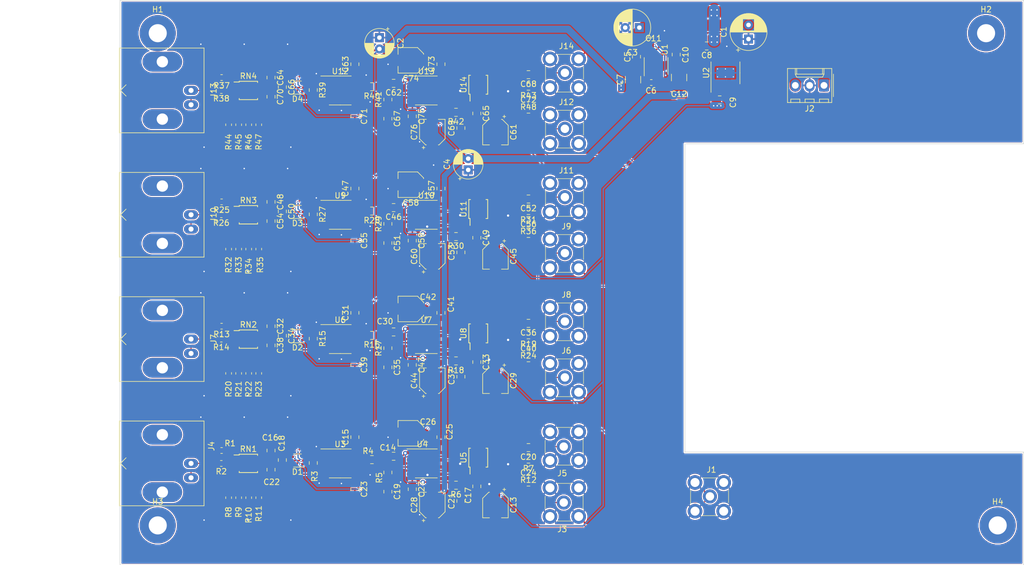
<source format=kicad_pcb>
(kicad_pcb (version 20171130) (host pcbnew "(5.1.2)-1")
  (title_block (title "High-Precision, low noise Analog Front End") (date 2020-04-11) (rev 2) (company RbSr) (comment 4 "Author: L.Reichsöllner"))
  (layers (0 F.Cu signal) (1 In1.Cu signal hide) (2 In2.Cu signal hide) (31 B.Cu signal) (35 F.Paste user hide) (37 F.SilkS user hide) (39 F.Mask user hide) (44 Edge.Cuts user))
  (net 0 "")
  (net 1 /PWR+5V)
  (net 2 GNDA)
  (net 3 /PWR+15V)
  (net 4 /PWR+12V)
  (net 5 /PWR-15V)
  (net 6 /PWR-12V)
  (net 7 "Net-(C14-Pad2)")
  (net 8 /AFE1/Aout+)
  (net 9 /AFE1/Aout-)
  (net 10 /V_OCM)
  (net 11 /AFE1/Ain-)
  (net 12 /AFE1/Ain+)
  (net 13 "Net-(R1-Pad1)")
  (net 14 "Net-(R2-Pad1)")
  (net 15 "Net-(R3-Pad2)")
  (net 16 "Net-(R3-Pad1)")
  (net 17 "Net-(R4-Pad2)")
  (net 18 "Net-(R7-Pad2)")
  (net 19 "Net-(R8-Pad2)")
  (net 20 "Net-(R9-Pad2)")
  (net 21 "Net-(R10-Pad2)")
  (net 22 "Net-(R11-Pad2)")
  (net 23 "Net-(R12-Pad2)")
  (net 24 "Net-(RN1-Pad9)")
  (net 25 "Net-(U1-Pad13)")
  (net 26 "Net-(U1-Pad8)")
  (net 27 "Net-(U1-Pad2)")
  (net 28 "Net-(U2-Pad4)")
  (net 29 "Net-(U2-Pad7)")
  (net 30 "Net-(U4-Pad6)")
  (net 31 "Net-(U5-Pad1)")
  (net 32 "Net-(U5-Pad7)")
  (net 33 "Net-(U5-Pad10)")
  (net 34 /AFE2/Aout+)
  (net 35 /AFE2/Aout-)
  (net 36 /AFE3/Aout+)
  (net 37 /AFE3/Aout-)
  (net 38 /AFE4/Aout+)
  (net 39 "Net-(C62-Pad2)")
  (net 40 /AFE4/Aout-)
  (net 41 /AFE2/Ain-)
  (net 42 /AFE2/Ain+)
  (net 43 /AFE3/Ain-)
  (net 44 /AFE3/Ain+)
  (net 45 /AFE4/Ain-)
  (net 46 /AFE4/Ain+)
  (net 47 "Net-(R13-Pad1)")
  (net 48 "Net-(R14-Pad1)")
  (net 49 "Net-(R15-Pad1)")
  (net 50 "Net-(R15-Pad2)")
  (net 51 "Net-(R16-Pad2)")
  (net 52 "Net-(R19-Pad2)")
  (net 53 "Net-(R20-Pad2)")
  (net 54 "Net-(R21-Pad2)")
  (net 55 "Net-(R22-Pad2)")
  (net 56 "Net-(R23-Pad2)")
  (net 57 "Net-(R24-Pad2)")
  (net 58 "Net-(R25-Pad1)")
  (net 59 "Net-(R26-Pad1)")
  (net 60 "Net-(R27-Pad2)")
  (net 61 "Net-(R27-Pad1)")
  (net 62 "Net-(R28-Pad2)")
  (net 63 "Net-(R31-Pad2)")
  (net 64 "Net-(R32-Pad2)")
  (net 65 "Net-(R33-Pad2)")
  (net 66 "Net-(R34-Pad2)")
  (net 67 "Net-(R35-Pad2)")
  (net 68 "Net-(R36-Pad2)")
  (net 69 "Net-(R37-Pad1)")
  (net 70 "Net-(R38-Pad1)")
  (net 71 "Net-(R39-Pad2)")
  (net 72 "Net-(R39-Pad1)")
  (net 73 "Net-(R40-Pad2)")
  (net 74 "Net-(R43-Pad2)")
  (net 75 "Net-(R44-Pad2)")
  (net 76 "Net-(R45-Pad2)")
  (net 77 "Net-(R46-Pad2)")
  (net 78 "Net-(R47-Pad2)")
  (net 79 "Net-(R48-Pad2)")
  (net 80 "Net-(RN2-Pad9)")
  (net 81 "Net-(RN3-Pad9)")
  (net 82 "Net-(RN4-Pad9)")
  (net 83 "Net-(U7-Pad6)")
  (net 84 "Net-(U8-Pad1)")
  (net 85 "Net-(U8-Pad7)")
  (net 86 "Net-(U8-Pad10)")
  (net 87 "Net-(U10-Pad6)")
  (net 88 "Net-(U11-Pad1)")
  (net 89 "Net-(U11-Pad7)")
  (net 90 "Net-(U11-Pad10)")
  (net 91 "Net-(U13-Pad6)")
  (net 92 "Net-(U14-Pad10)")
  (net 93 "Net-(U14-Pad7)")
  (net 94 "Net-(U14-Pad1)")
  (net 95 "Net-(C30-Pad2)")
  (net 96 "Net-(C46-Pad2)")
  (net 97 "Net-(C6-Pad2)")
  (net 98 "Net-(C11-Pad2)")
  (net 99 "Net-(C14-Pad1)")
  (net 100 "Net-(C16-Pad2)")
  (net 101 "Net-(C18-Pad2)")
  (net 102 "Net-(C19-Pad1)")
  (net 103 "Net-(C21-Pad2)")
  (net 104 "Net-(C30-Pad1)")
  (net 105 "Net-(C32-Pad2)")
  (net 106 "Net-(C34-Pad2)")
  (net 107 "Net-(C35-Pad1)")
  (net 108 "Net-(C37-Pad2)")
  (net 109 "Net-(C46-Pad1)")
  (net 110 "Net-(C48-Pad2)")
  (net 111 "Net-(C50-Pad2)")
  (net 112 "Net-(C51-Pad1)")
  (net 113 "Net-(C53-Pad2)")
  (net 114 "Net-(C62-Pad1)")
  (net 115 "Net-(C64-Pad2)")
  (net 116 "Net-(C66-Pad2)")
  (net 117 "Net-(C67-Pad1)")
  (net 118 "Net-(C69-Pad2)")
  (module digikey-footprints:RF_SMB_jack_Vertical (layer F.Cu) (at 168.656 57.922)
    (fp_text reference J14 (at 0.375 -4.8) (layer F.SilkS))
    (fp_text value AnalogOut4-)
    (pad 2 thru_hole circle (at -2.54 2.54) (size 2.6 2.6) (drill 1.6) (layers *.Cu *.Mask) (net 2 GNDA))
    (pad 2 thru_hole circle (at 2.54 2.54) (size 2.6 2.6) (drill 1.6) (layers *.Cu *.Mask) (net 2 GNDA))
    (pad 2 thru_hole circle (at 2.54 -2.54) (size 2.6 2.6) (drill 1.6) (layers *.Cu *.Mask) (net 2 GNDA))
    (pad 2 thru_hole circle (at -2.54 -2.54) (size 2.6 2.6) (drill 1.6) (layers *.Cu *.Mask) (net 2 GNDA))
    (pad 1 thru_hole circle (at 0.1 -0.075) (size 2.5 2.5) (drill 1.5) (layers *.Cu *.Mask) (net 40 /AFE4/Aout-))
  )
  (module digikey-footprints:RF_SMB_jack_Vertical (layer F.Cu) (at 168.656 67.828)
    (fp_text reference J12 (at 0.375 -4.8) (layer F.SilkS))
    (fp_text value AnalogOut4+)
    (pad 2 thru_hole circle (at -2.54 2.54) (size 2.6 2.6) (drill 1.6) (layers *.Cu *.Mask) (net 2 GNDA))
    (pad 2 thru_hole circle (at 2.54 2.54) (size 2.6 2.6) (drill 1.6) (layers *.Cu *.Mask) (net 2 GNDA))
    (pad 2 thru_hole circle (at 2.54 -2.54) (size 2.6 2.6) (drill 1.6) (layers *.Cu *.Mask) (net 2 GNDA))
    (pad 2 thru_hole circle (at -2.54 -2.54) (size 2.6 2.6) (drill 1.6) (layers *.Cu *.Mask) (net 2 GNDA))
    (pad 1 thru_hole circle (at 0.1 -0.075) (size 2.5 2.5) (drill 1.5) (layers *.Cu *.Mask) (net 38 /AFE4/Aout+))
  )
  (module digikey-footprints:RF_SMB_jack_Vertical (layer F.Cu) (at 168.656 79.932)
    (fp_text reference J11 (at 0.375 -4.8) (layer F.SilkS))
    (fp_text value AnalogOut3-)
    (pad 2 thru_hole circle (at -2.54 2.54) (size 2.6 2.6) (drill 1.6) (layers *.Cu *.Mask) (net 2 GNDA))
    (pad 2 thru_hole circle (at 2.54 2.54) (size 2.6 2.6) (drill 1.6) (layers *.Cu *.Mask) (net 2 GNDA))
    (pad 2 thru_hole circle (at 2.54 -2.54) (size 2.6 2.6) (drill 1.6) (layers *.Cu *.Mask) (net 2 GNDA))
    (pad 2 thru_hole circle (at -2.54 -2.54) (size 2.6 2.6) (drill 1.6) (layers *.Cu *.Mask) (net 2 GNDA))
    (pad 1 thru_hole circle (at 0.1 -0.075) (size 2.5 2.5) (drill 1.5) (layers *.Cu *.Mask) (net 37 /AFE3/Aout-))
  )
  (module digikey-footprints:RF_SMB_jack_Vertical (layer F.Cu) (at 168.656 89.838)
    (fp_text reference J9 (at 0.375 -4.8) (layer F.SilkS))
    (fp_text value AnalogOut3+)
    (pad 2 thru_hole circle (at -2.54 2.54) (size 2.6 2.6) (drill 1.6) (layers *.Cu *.Mask) (net 2 GNDA))
    (pad 2 thru_hole circle (at 2.54 2.54) (size 2.6 2.6) (drill 1.6) (layers *.Cu *.Mask) (net 2 GNDA))
    (pad 2 thru_hole circle (at 2.54 -2.54) (size 2.6 2.6) (drill 1.6) (layers *.Cu *.Mask) (net 2 GNDA))
    (pad 2 thru_hole circle (at -2.54 -2.54) (size 2.6 2.6) (drill 1.6) (layers *.Cu *.Mask) (net 2 GNDA))
    (pad 1 thru_hole circle (at 0.1 -0.075) (size 2.5 2.5) (drill 1.5) (layers *.Cu *.Mask) (net 36 /AFE3/Aout+))
  )
  (module digikey-footprints:RF_SMB_jack_Vertical (layer F.Cu) (at 168.656 101.942)
    (fp_text reference J8 (at 0.375 -4.8) (layer F.SilkS))
    (fp_text value AnalogOut2-)
    (pad 2 thru_hole circle (at -2.54 2.54) (size 2.6 2.6) (drill 1.6) (layers *.Cu *.Mask) (net 2 GNDA))
    (pad 2 thru_hole circle (at 2.54 2.54) (size 2.6 2.6) (drill 1.6) (layers *.Cu *.Mask) (net 2 GNDA))
    (pad 2 thru_hole circle (at 2.54 -2.54) (size 2.6 2.6) (drill 1.6) (layers *.Cu *.Mask) (net 2 GNDA))
    (pad 2 thru_hole circle (at -2.54 -2.54) (size 2.6 2.6) (drill 1.6) (layers *.Cu *.Mask) (net 2 GNDA))
    (pad 1 thru_hole circle (at 0.1 -0.075) (size 2.5 2.5) (drill 1.5) (layers *.Cu *.Mask) (net 35 /AFE2/Aout-))
  )
  (module digikey-footprints:RF_SMB_jack_Vertical (layer F.Cu) (at 168.656 111.848)
    (fp_text reference J6 (at 0.375 -4.8) (layer F.SilkS))
    (fp_text value AnalogOut2+)
    (pad 2 thru_hole circle (at -2.54 2.54) (size 2.6 2.6) (drill 1.6) (layers *.Cu *.Mask) (net 2 GNDA))
    (pad 2 thru_hole circle (at 2.54 2.54) (size 2.6 2.6) (drill 1.6) (layers *.Cu *.Mask) (net 2 GNDA))
    (pad 2 thru_hole circle (at 2.54 -2.54) (size 2.6 2.6) (drill 1.6) (layers *.Cu *.Mask) (net 2 GNDA))
    (pad 2 thru_hole circle (at -2.54 -2.54) (size 2.6 2.6) (drill 1.6) (layers *.Cu *.Mask) (net 2 GNDA))
    (pad 1 thru_hole circle (at 0.1 -0.075) (size 2.5 2.5) (drill 1.5) (layers *.Cu *.Mask) (net 34 /AFE2/Aout+))
  )
  (module digikey-footprints:RF_SMB_jack_Vertical (layer F.Cu) (at 168.656 123.952 180)
    (fp_text reference J5 (at 0.375 -4.8) (layer F.SilkS))
    (fp_text value AnalogOut1-)
    (pad 2 thru_hole circle (at -2.54 2.54 180) (size 2.6 2.6) (drill 1.6) (layers *.Cu *.Mask) (net 2 GNDA))
    (pad 2 thru_hole circle (at 2.54 2.54 180) (size 2.6 2.6) (drill 1.6) (layers *.Cu *.Mask) (net 2 GNDA))
    (pad 2 thru_hole circle (at 2.54 -2.54 180) (size 2.6 2.6) (drill 1.6) (layers *.Cu *.Mask) (net 2 GNDA))
    (pad 2 thru_hole circle (at -2.54 -2.54 180) (size 2.6 2.6) (drill 1.6) (layers *.Cu *.Mask) (net 2 GNDA))
    (pad 1 thru_hole circle (at 0.1 -0.075 180) (size 2.5 2.5) (drill 1.5) (layers *.Cu *.Mask) (net 9 /AFE1/Aout-))
  )
  (module digikey-footprints:RF_SMB_jack_Vertical (layer F.Cu) (at 168.656 133.858 180)
    (fp_text reference J3 (at 0.375 -4.8) (layer F.SilkS))
    (fp_text value AnalogOut1+)
    (pad 2 thru_hole circle (at -2.54 2.54 180) (size 2.6 2.6) (drill 1.6) (layers *.Cu *.Mask) (net 2 GNDA))
    (pad 2 thru_hole circle (at 2.54 2.54 180) (size 2.6 2.6) (drill 1.6) (layers *.Cu *.Mask) (net 2 GNDA))
    (pad 2 thru_hole circle (at 2.54 -2.54 180) (size 2.6 2.6) (drill 1.6) (layers *.Cu *.Mask) (net 2 GNDA))
    (pad 2 thru_hole circle (at -2.54 -2.54 180) (size 2.6 2.6) (drill 1.6) (layers *.Cu *.Mask) (net 2 GNDA))
    (pad 1 thru_hole circle (at 0.1 -0.075 180) (size 2.5 2.5) (drill 1.5) (layers *.Cu *.Mask) (net 8 /AFE1/Aout+))
  )
  (module digikey-footprints:RF_SMB_jack_Vertical (layer F.Cu) (at 194.3354 132.9182)
    (fp_text reference J1 (at 0.375 -4.8) (layer F.SilkS))
    (fp_text value V_OCM)
    (pad 2 thru_hole circle (at -2.54 2.54) (size 2.6 2.6) (drill 1.6) (layers *.Cu *.Mask) (net 2 GNDA))
    (pad 2 thru_hole circle (at 2.54 2.54) (size 2.6 2.6) (drill 1.6) (layers *.Cu *.Mask) (net 2 GNDA))
    (pad 2 thru_hole circle (at 2.54 -2.54) (size 2.6 2.6) (drill 1.6) (layers *.Cu *.Mask) (net 2 GNDA))
    (pad 2 thru_hole circle (at -2.54 -2.54) (size 2.6 2.6) (drill 1.6) (layers *.Cu *.Mask) (net 2 GNDA))
    (pad 1 thru_hole circle (at 0.1 -0.075) (size 2.5 2.5) (drill 1.5) (layers *.Cu *.Mask) (net 10 /V_OCM))
  )
  (module Capacitor_SMD:C_0805_2012Metric (layer F.Cu) (at 181.4322 54.991 270)
    (fp_text reference C5 (at 0.01 1.586 90) (layer F.SilkS))
    (fp_text value 2.2uF)
    (pad 1 smd roundrect (at -0.9375 0 270) (size 0.975 1.4) (layers F.Cu F.Paste F.Mask) (net 3 /PWR+15V))
    (pad 2 smd roundrect (at 0.9375 0 270) (size 0.975 1.4) (layers F.Cu F.Paste F.Mask) (net 2 GNDA))
  )
  (module Capacitor_SMD:C_0603_1608Metric (layer F.Cu) (at 184.0484 59.563)
    (fp_text reference C6 (at -0.04 1.442) (layer F.SilkS))
    (fp_text value 10nF)
    (pad 1 smd roundrect (at -0.7875 0) (size 0.875 0.95) (layers F.Cu F.Paste F.Mask) (net 4 /PWR+12V))
    (pad 2 smd roundrect (at 0.7875 0) (size 0.875 0.95) (layers F.Cu F.Paste F.Mask) (net 97 "Net-(C6-Pad2)"))
  )
  (module Capacitor_SMD:C_1210_3225Metric (layer F.Cu) (at 180.8226 59.055 90)
    (fp_text reference C7 (at 0 -2.28 90) (layer F.SilkS))
    (fp_text value 10uF)
    (pad 1 smd roundrect (at -1.4 0 90) (size 1.25 2.65) (layers F.Cu F.Paste F.Mask) (roundrect_rratio 0.2) (net 4 /PWR+12V))
    (pad 2 smd roundrect (at 1.4 0 90) (size 1.25 2.65) (layers F.Cu F.Paste F.Mask) (roundrect_rratio 0.2) (net 2 GNDA))
  )
  (module Capacitor_SMD:C_0805_2012Metric (layer F.Cu) (at 193.8655 53.086 180)
    (fp_text reference C8 (at 0 -1.65) (layer F.SilkS))
    (fp_text value 1uF)
    (pad 1 smd roundrect (at -0.9375 0 180) (size 0.975 1.4) (layers F.Cu F.Paste F.Mask) (net 3 /PWR+15V))
    (pad 2 smd roundrect (at 0.9375 0 180) (size 0.975 1.4) (layers F.Cu F.Paste F.Mask) (net 2 GNDA))
  )
  (module Capacitor_SMD:C_0805_2012Metric (layer F.Cu) (at 196.169 62.6364)
    (fp_text reference C9 (at 2.362 0.444 90) (layer F.SilkS))
    (fp_text value 1uF)
    (pad 2 smd roundrect (at 0.9375 0) (size 0.975 1.4) (layers F.Cu F.Paste F.Mask) (net 2 GNDA))
    (pad 1 smd roundrect (at -0.9375 0) (size 0.975 1.4) (layers F.Cu F.Paste F.Mask) (net 1 /PWR+5V))
  )
  (module Capacitor_SMD:C_0805_2012Metric (layer F.Cu) (at 188.468 54.61 90)
    (fp_text reference C10 (at -0.04 1.652 90) (layer F.SilkS))
    (fp_text value 2.2uF)
    (pad 2 smd roundrect (at 0.9375 0 90) (size 0.975 1.4) (layers F.Cu F.Paste F.Mask) (net 5 /PWR-15V))
    (pad 1 smd roundrect (at -0.9375 0 90) (size 0.975 1.4) (layers F.Cu F.Paste F.Mask) (net 2 GNDA))
  )
  (module Capacitor_SMD:C_0603_1608Metric (layer F.Cu) (at 184.8866 52.959)
    (fp_text reference C11 (at -0.4572 -1.2192) (layer F.SilkS))
    (fp_text value 10nF)
    (pad 2 smd roundrect (at 0.7875 0) (size 0.875 0.95) (layers F.Cu F.Paste F.Mask) (net 98 "Net-(C11-Pad2)"))
    (pad 1 smd roundrect (at -0.7875 0) (size 0.875 0.95) (layers F.Cu F.Paste F.Mask) (net 6 /PWR-12V))
  )
  (module Capacitor_SMD:C_1210_3225Metric (layer F.Cu) (at 188.976 58.674 90)
    (fp_text reference C12 (at -2.926 -0.016 180) (layer F.SilkS))
    (fp_text value 10uF)
    (pad 2 smd roundrect (at 1.4 0 90) (size 1.25 2.65) (layers F.Cu F.Paste F.Mask) (roundrect_rratio 0.2) (net 2 GNDA))
    (pad 1 smd roundrect (at -1.4 0 90) (size 1.25 2.65) (layers F.Cu F.Paste F.Mask) (roundrect_rratio 0.2) (net 6 /PWR-12V))
  )
  (module Package_DFN_QFN:Linear_DE14MA (layer F.Cu) (at 184.912 56.642 90)
    (fp_text reference U1 (at 2.912 1.518 90) (layer F.SilkS))
    (fp_text value LT3032-12)
    (pad 14 smd rect (at 1.4 -1.5 90) (size 0.7 0.25) (layers F.Cu F.Paste F.Mask) (net 3 /PWR+15V))
    (pad 13 smd rect (at 1.4 -1 90) (size 0.7 0.25) (layers F.Cu F.Paste F.Mask) (net 25 "Net-(U1-Pad13)"))
    (pad 12 smd rect (at 1.4 -0.5 90) (size 0.7 0.25) (layers F.Cu F.Paste F.Mask) (net 3 /PWR+15V))
    (pad 11 smd rect (at 1.4 0 90) (size 0.7 0.25) (layers F.Cu F.Paste F.Mask) (net 98 "Net-(C11-Pad2)"))
    (pad 10 smd rect (at 1.4 0.5 90) (size 0.7 0.25) (layers F.Cu F.Paste F.Mask) (net 5 /PWR-15V))
    (pad 8 smd rect (at 1.4 1.5 90) (size 0.7 0.25) (layers F.Cu F.Paste F.Mask) (net 26 "Net-(U1-Pad8)"))
    (pad 7 smd rect (at -1.4 1.5 90) (size 0.7 0.25) (layers F.Cu F.Paste F.Mask) (net 6 /PWR-12V))
    (pad 6 smd rect (at -1.4 1 90) (size 0.7 0.25) (layers F.Cu F.Paste F.Mask) (net 5 /PWR-15V))
    (pad 5 smd rect (at -1.4 0.5 90) (size 0.7 0.25) (layers F.Cu F.Paste F.Mask) (net 2 GNDA))
    (pad 3 smd rect (at -1.4 -0.5 90) (size 0.7 0.25) (layers F.Cu F.Paste F.Mask) (net 97 "Net-(C6-Pad2)"))
    (pad 2 smd rect (at -1.4 -1 90) (size 0.7 0.25) (layers F.Cu F.Paste F.Mask) (net 27 "Net-(U1-Pad2)"))
    (pad 1 smd rect (at -1.4 -1.5 90) (size 0.7 0.25) (layers F.Cu F.Paste F.Mask) (net 4 /PWR+12V))
    (pad 9 smd custom (at 0 1.145 90) (size 1.15 1.07) (layers F.Cu F.Paste F.Mask) (net 5 /PWR-15V) (options (clearance outline) (anchor rect)) (primitives (gr_circle (center -0.575 -0.285) (end -0.325 -0.285) (width 0)) (gr_circle (center 0.575 -0.285) (end 0.825 -0.285) (width 0)) (gr_circle (center -0.575 0.285) (end -0.325 0.285) (width 0)) (gr_circle (center 0.575 0.285) (end 0.825 0.285) (width 0)) (gr_poly (pts (xy -0.825 -0.285) (xy 0.825 -0.285) (xy 0.825 0.285) (xy -0.825 0.285)) (width 0)) (gr_poly (pts (xy 0.825 -0.27) (xy 1.75 -0.27) (xy 1.75 -0.02) (xy 0.825 -0.02)) (width 0))))
    (pad 4 smd custom (at 0 -0.79 90) (size 1.65 1.28) (layers F.Cu F.Paste F.Mask) (net 2 GNDA) (options (clearance outline) (anchor rect)) (primitives (gr_circle (center 0.575 -0.64) (end 0.825 -0.64) (width 0)) (gr_circle (center 0.575 0.64) (end 0.825 0.64) (width 0)) (gr_poly (pts (xy -0.575 -0.89) (xy 0.575 -0.89) (xy 0.575 0.89) (xy -0.825 0.89) (xy -0.825 -0.64)) (width 0)) (gr_poly (pts (xy -0.78 0.665) (xy -1.75 0.665) (xy -1.75 0.915) (xy -0.88 0.915) (xy -0.78 0.89)) (width 0)) (gr_poly (pts (xy -1.075 0.665) (xy -1.025 0.66) (xy -0.977 0.645) (xy -0.935 0.622) (xy -0.897 0.591) (xy -0.866 0.552) (xy -0.844 0.511) (xy -0.83 0.464) (xy -0.825 0.415) (xy -0.825 0.665)) (width 0.001))))
  )
  (module Package_SO:SOIC-8-1EP_3.9x4.9mm_P1.27mm_EP2.41x3.81mm_ThermalVias (layer F.Cu) (at 197.185 57.851 90)
    (fp_text reference U2 (at 0 -3.4 90) (layer F.SilkS))
    (fp_text value ADP7104ARDZ-5.0)
    (pad 9 smd roundrect (at 0 0 90) (size 2.41 3.81) (layers F.Cu F.Mask) (roundrect_rratio 0.103734) (net 2 GNDA))
    (pad 9 thru_hole circle (at -0.7 -1.4 90) (size 0.5 0.5) (drill 0.2) (layers *.Cu) (net 2 GNDA))
    (pad 9 thru_hole circle (at 0.7 -1.4 90) (size 0.5 0.5) (drill 0.2) (layers *.Cu) (net 2 GNDA))
    (pad 9 thru_hole circle (at -0.7 0 90) (size 0.5 0.5) (drill 0.2) (layers *.Cu) (net 2 GNDA))
    (pad 9 thru_hole circle (at 0.7 0 90) (size 0.5 0.5) (drill 0.2) (layers *.Cu) (net 2 GNDA))
    (pad 9 thru_hole circle (at -0.7 1.4 90) (size 0.5 0.5) (drill 0.2) (layers *.Cu) (net 2 GNDA))
    (pad 9 thru_hole circle (at 0.7 1.4 90) (size 0.5 0.5) (drill 0.2) (layers *.Cu) (net 2 GNDA))
    (pad 9 smd roundrect (at 0 0 90) (size 1.9 3.3) (layers B.Cu) (roundrect_rratio 0.131579) (net 2 GNDA))
    (pad 1 smd roundrect (at -2.475 -1.905 90) (size 1.95 0.6) (layers F.Cu F.Paste F.Mask) (net 1 /PWR+5V))
    (pad 2 smd roundrect (at -2.475 -0.635 90) (size 1.95 0.6) (layers F.Cu F.Paste F.Mask) (net 1 /PWR+5V))
    (pad 3 smd roundrect (at -2.475 0.635 90) (size 1.95 0.6) (layers F.Cu F.Paste F.Mask) (net 2 GNDA))
    (pad 4 smd roundrect (at -2.475 1.905 90) (size 1.95 0.6) (layers F.Cu F.Paste F.Mask) (net 28 "Net-(U2-Pad4)"))
    (pad 5 smd roundrect (at 2.475 1.905 90) (size 1.95 0.6) (layers F.Cu F.Paste F.Mask) (net 3 /PWR+15V))
    (pad 6 smd roundrect (at 2.475 0.635 90) (size 1.95 0.6) (layers F.Cu F.Paste F.Mask) (net 2 GNDA))
    (pad 7 smd roundrect (at 2.475 -0.635 90) (size 1.95 0.6) (layers F.Cu F.Paste F.Mask) (net 29 "Net-(U2-Pad7)"))
    (pad 8 smd roundrect (at 2.475 -1.905 90) (size 1.95 0.6) (layers F.Cu F.Paste F.Mask) (net 3 /PWR+15V))
  )
  (module Capacitor_SMD:C_0805_2012Metric (layer F.Cu) (at 138.43 125.73 180)
    (fp_text reference C14 (at 1.016 1.524 180) (layer F.SilkS))
    (fp_text value 100n)
    (pad 1 smd roundrect (at -0.9375 0 180) (size 0.975 1.4) (layers F.Cu F.Paste F.Mask) (net 99 "Net-(C14-Pad1)"))
    (pad 2 smd roundrect (at 0.9375 0 180) (size 0.975 1.4) (layers F.Cu F.Paste F.Mask) (net 7 "Net-(C14-Pad2)"))
  )
  (module Capacitor_SMD:C_0805_2012Metric (layer F.Cu) (at 131.572 122.3495 90)
    (fp_text reference C15 (at 0 -1.65 90) (layer F.SilkS))
    (fp_text value 100n)
    (pad 2 smd roundrect (at 0.9375 0 90) (size 0.975 1.4) (layers F.Cu F.Paste F.Mask) (net 2 GNDA))
    (pad 1 smd roundrect (at -0.9375 0 90) (size 0.975 1.4) (layers F.Cu F.Paste F.Mask) (net 4 /PWR+12V))
  )
  (module Capacitor_SMD:C_0805_2012Metric (layer F.Cu) (at 116.7252 124.714 270)
    (fp_text reference C16 (at -2.286 0.1392 180) (layer F.SilkS))
    (fp_text value 1n)
    (pad 2 smd roundrect (at 0.9375 0 270) (size 0.975 1.4) (layers F.Cu F.Paste F.Mask) (net 100 "Net-(C16-Pad2)"))
    (pad 1 smd roundrect (at -0.9375 0 270) (size 0.975 1.4) (layers F.Cu F.Paste F.Mask) (net 2 GNDA))
  )
  (module Capacitor_SMD:C_0805_2012Metric (layer F.Cu) (at 153.162 131.064 270)
    (fp_text reference C17 (at 1.6025 1.524 270) (layer F.SilkS))
    (fp_text value 100n)
    (pad 1 smd roundrect (at -0.9375 0 270) (size 0.975 1.4) (layers F.Cu F.Paste F.Mask) (net 1 /PWR+5V))
    (pad 2 smd roundrect (at 0.9375 0 270) (size 0.975 1.4) (layers F.Cu F.Paste F.Mask) (net 2 GNDA))
  )
  (module Capacitor_SMD:C_0805_2012Metric (layer F.Cu) (at 118.7252 126.4 270)
    (fp_text reference C18 (at -2.956 0.1072 90) (layer F.SilkS))
    (fp_text value 10nF)
    (pad 1 smd roundrect (at -0.9375 0 270) (size 0.975 1.4) (layers F.Cu F.Paste F.Mask) (net 100 "Net-(C16-Pad2)"))
    (pad 2 smd roundrect (at 0.9375 0 270) (size 0.975 1.4) (layers F.Cu F.Paste F.Mask) (net 101 "Net-(C18-Pad2)"))
  )
  (module Capacitor_SMD:C_0805_2012Metric (layer F.Cu) (at 137.414 132.0015 270)
    (fp_text reference C19 (at 0 -1.65 90) (layer F.SilkS))
    (fp_text value 10nF)
    (pad 1 smd roundrect (at -0.9375 0 270) (size 0.975 1.4) (layers F.Cu F.Paste F.Mask) (net 102 "Net-(C19-Pad1)"))
    (pad 2 smd roundrect (at 0.9375 0 270) (size 0.975 1.4) (layers F.Cu F.Paste F.Mask) (net 2 GNDA))
  )
  (module Capacitor_SMD:C_0805_2012Metric (layer F.Cu) (at 162.306 124.206 180)
    (fp_text reference C20 (at 0 -1.65) (layer F.SilkS))
    (fp_text value 100n)
    (pad 1 smd roundrect (at -0.9375 0 180) (size 0.975 1.4) (layers F.Cu F.Paste F.Mask) (net 9 /AFE1/Aout-))
    (pad 2 smd roundrect (at 0.9375 0 180) (size 0.975 1.4) (layers F.Cu F.Paste F.Mask) (net 2 GNDA))
  )
  (module Capacitor_SMD:C_0805_2012Metric (layer F.Cu) (at 150.3426 133.6548 90)
    (fp_text reference C21 (at 0 -1.65 90) (layer F.SilkS))
    (fp_text value 100n)
    (pad 2 smd roundrect (at 0.9375 0 90) (size 0.975 1.4) (layers F.Cu F.Paste F.Mask) (net 103 "Net-(C21-Pad2)"))
    (pad 1 smd roundrect (at -0.9375 0 90) (size 0.975 1.4) (layers F.Cu F.Paste F.Mask) (net 2 GNDA))
  )
  (module Capacitor_SMD:C_0805_2012Metric (layer F.Cu) (at 116.7252 128.113 270)
    (fp_text reference C22 (at 2.189 -0.1148 180) (layer F.SilkS))
    (fp_text value 1n)
    (pad 1 smd roundrect (at -0.9375 0 270) (size 0.975 1.4) (layers F.Cu F.Paste F.Mask) (net 101 "Net-(C18-Pad2)"))
    (pad 2 smd roundrect (at 0.9375 0 270) (size 0.975 1.4) (layers F.Cu F.Paste F.Mask) (net 2 GNDA))
  )
  (module Capacitor_SMD:C_0805_2012Metric (layer F.Cu) (at 131.572 131.572 270)
    (fp_text reference C23 (at 0 -1.65 90) (layer F.SilkS))
    (fp_text value 100n)
    (pad 2 smd roundrect (at 0.9375 0 270) (size 0.975 1.4) (layers F.Cu F.Paste F.Mask) (net 2 GNDA))
    (pad 1 smd roundrect (at -0.9375 0 270) (size 0.975 1.4) (layers F.Cu F.Paste F.Mask) (net 6 /PWR-12V))
  )
  (module Capacitor_SMD:C_0805_2012Metric (layer F.Cu) (at 162.306 130.302)
    (fp_text reference C24 (at 0 -1.65) (layer F.SilkS))
    (fp_text value 100n)
    (pad 2 smd roundrect (at 0.9375 0) (size 0.975 1.4) (layers F.Cu F.Paste F.Mask) (net 8 /AFE1/Aout+))
    (pad 1 smd roundrect (at -0.9375 0) (size 0.975 1.4) (layers F.Cu F.Paste F.Mask) (net 2 GNDA))
  )
  (module Capacitor_SMD:C_0805_2012Metric (layer F.Cu) (at 146.812 122.3495 90)
    (fp_text reference C25 (at 0.9375 1.524 90) (layer F.SilkS))
    (fp_text value 100n)
    (pad 2 smd roundrect (at 0.9375 0 90) (size 0.975 1.4) (layers F.Cu F.Paste F.Mask) (net 2 GNDA))
    (pad 1 smd roundrect (at -0.9375 0 90) (size 0.975 1.4) (layers F.Cu F.Paste F.Mask) (net 4 /PWR+12V))
  )
  (module Capacitor_SMD:CP_Elec_4x5.4 (layer F.Cu) (at 141.478 121.666 180)
    (fp_text reference C26 (at -3.048 2.032) (layer F.SilkS))
    (fp_text value 10uF)
    (pad 2 smd roundrect (at 1.8 0 180) (size 2.6 1.6) (layers F.Cu F.Paste F.Mask) (roundrect_rratio 0.15625) (net 2 GNDA))
    (pad 1 smd roundrect (at -1.8 0 180) (size 2.6 1.6) (layers F.Cu F.Paste F.Mask) (roundrect_rratio 0.15625) (net 4 /PWR+12V))
  )
  (module Capacitor_SMD:C_0805_2012Metric (layer F.Cu) (at 141.732 131.572 270)
    (fp_text reference C27 (at 0 -1.65 90) (layer F.SilkS))
    (fp_text value 100n)
    (pad 1 smd roundrect (at -0.9375 0 270) (size 0.975 1.4) (layers F.Cu F.Paste F.Mask) (net 6 /PWR-12V))
    (pad 2 smd roundrect (at 0.9375 0 270) (size 0.975 1.4) (layers F.Cu F.Paste F.Mask) (net 2 GNDA))
  )
  (module Capacitor_SMD:CP_Elec_4x5.4 (layer F.Cu) (at 145.288 134.366 90)
    (fp_text reference C28 (at 0 -3.2 90) (layer F.SilkS))
    (fp_text value 10uF)
    (pad 1 smd roundrect (at -1.8 0 90) (size 2.6 1.6) (layers F.Cu F.Paste F.Mask) (roundrect_rratio 0.15625) (net 2 GNDA))
    (pad 2 smd roundrect (at 1.8 0 90) (size 2.6 1.6) (layers F.Cu F.Paste F.Mask) (roundrect_rratio 0.15625) (net 6 /PWR-12V))
  )
  (module Capacitor_SMD:C_0805_2012Metric (layer F.Cu) (at 138.43 103.72 180)
    (fp_text reference C30 (at 1.524 1.866) (layer F.SilkS))
    (fp_text value 100n)
    (pad 1 smd roundrect (at -0.9375 0 180) (size 0.975 1.4) (layers F.Cu F.Paste F.Mask) (net 104 "Net-(C30-Pad1)"))
    (pad 2 smd roundrect (at 0.9375 0 180) (size 0.975 1.4) (layers F.Cu F.Paste F.Mask) (net 95 "Net-(C30-Pad2)"))
  )
  (module Capacitor_SMD:C_0805_2012Metric (layer F.Cu) (at 131.572 100.3395 90)
    (fp_text reference C31 (at 0 -1.65 90) (layer F.SilkS))
    (fp_text value 100n)
    (pad 1 smd roundrect (at -0.9375 0 90) (size 0.975 1.4) (layers F.Cu F.Paste F.Mask) (net 4 /PWR+12V))
    (pad 2 smd roundrect (at 0.9375 0 90) (size 0.975 1.4) (layers F.Cu F.Paste F.Mask) (net 2 GNDA))
  )
  (module Capacitor_SMD:C_0805_2012Metric (layer F.Cu) (at 116.7252 102.704 270)
    (fp_text reference C32 (at 0 -1.65 90) (layer F.SilkS))
    (fp_text value 1n)
    (pad 2 smd roundrect (at 0.9375 0 270) (size 0.975 1.4) (layers F.Cu F.Paste F.Mask) (net 105 "Net-(C32-Pad2)"))
    (pad 1 smd roundrect (at -0.9375 0 270) (size 0.975 1.4) (layers F.Cu F.Paste F.Mask) (net 2 GNDA))
  )
  (module Capacitor_SMD:C_0805_2012Metric (layer F.Cu) (at 153.162 109.054 270)
    (fp_text reference C33 (at 0 -1.65 90) (layer F.SilkS))
    (fp_text value 100n)
    (pad 2 smd roundrect (at 0.9375 0 270) (size 0.975 1.4) (layers F.Cu F.Paste F.Mask) (net 2 GNDA))
    (pad 1 smd roundrect (at -0.9375 0 270) (size 0.975 1.4) (layers F.Cu F.Paste F.Mask) (net 1 /PWR+5V))
  )
  (module Capacitor_SMD:C_0805_2012Metric (layer F.Cu) (at 118.7252 104.39 270)
    (fp_text reference C34 (at 0 -1.65 90) (layer F.SilkS))
    (fp_text value 10nF)
    (pad 2 smd roundrect (at 0.9375 0 270) (size 0.975 1.4) (layers F.Cu F.Paste F.Mask) (net 106 "Net-(C34-Pad2)"))
    (pad 1 smd roundrect (at -0.9375 0 270) (size 0.975 1.4) (layers F.Cu F.Paste F.Mask) (net 105 "Net-(C32-Pad2)"))
  )
  (module Capacitor_SMD:C_0805_2012Metric (layer F.Cu) (at 137.414 109.9915 270)
    (fp_text reference C35 (at 0 -1.65 90) (layer F.SilkS))
    (fp_text value 10nF)
    (pad 2 smd roundrect (at 0.9375 0 270) (size 0.975 1.4) (layers F.Cu F.Paste F.Mask) (net 2 GNDA))
    (pad 1 smd roundrect (at -0.9375 0 270) (size 0.975 1.4) (layers F.Cu F.Paste F.Mask) (net 107 "Net-(C35-Pad1)"))
  )
  (module Capacitor_SMD:C_0805_2012Metric (layer F.Cu) (at 162.306 102.196 180)
    (fp_text reference C36 (at 0 -1.65) (layer F.SilkS))
    (fp_text value 100n)
    (pad 2 smd roundrect (at 0.9375 0 180) (size 0.975 1.4) (layers F.Cu F.Paste F.Mask) (net 2 GNDA))
    (pad 1 smd roundrect (at -0.9375 0 180) (size 0.975 1.4) (layers F.Cu F.Paste F.Mask) (net 35 /AFE2/Aout-))
  )
  (module Capacitor_SMD:C_0805_2012Metric (layer F.Cu) (at 150.3426 111.6448 90)
    (fp_text reference C37 (at 0 -1.65 90) (layer F.SilkS))
    (fp_text value 100n)
    (pad 2 smd roundrect (at 0.9375 0 90) (size 0.975 1.4) (layers F.Cu F.Paste F.Mask) (net 108 "Net-(C37-Pad2)"))
    (pad 1 smd roundrect (at -0.9375 0 90) (size 0.975 1.4) (layers F.Cu F.Paste F.Mask) (net 2 GNDA))
  )
  (module Capacitor_SMD:C_0805_2012Metric (layer F.Cu) (at 116.7252 106.103 270)
    (fp_text reference C38 (at 0 -1.65 90) (layer F.SilkS))
    (fp_text value 1n)
    (pad 2 smd roundrect (at 0.9375 0 270) (size 0.975 1.4) (layers F.Cu F.Paste F.Mask) (net 2 GNDA))
    (pad 1 smd roundrect (at -0.9375 0 270) (size 0.975 1.4) (layers F.Cu F.Paste F.Mask) (net 106 "Net-(C34-Pad2)"))
  )
  (module Capacitor_SMD:C_0805_2012Metric (layer F.Cu) (at 131.572 109.562 270)
    (fp_text reference C39 (at 0 -1.65 90) (layer F.SilkS))
    (fp_text value 100n)
    (pad 1 smd roundrect (at -0.9375 0 270) (size 0.975 1.4) (layers F.Cu F.Paste F.Mask) (net 6 /PWR-12V))
    (pad 2 smd roundrect (at 0.9375 0 270) (size 0.975 1.4) (layers F.Cu F.Paste F.Mask) (net 2 GNDA))
  )
  (module Capacitor_SMD:C_0805_2012Metric (layer F.Cu) (at 162.306 108.292)
    (fp_text reference C40 (at 0 -1.65) (layer F.SilkS))
    (fp_text value 100n)
    (pad 1 smd roundrect (at -0.9375 0) (size 0.975 1.4) (layers F.Cu F.Paste F.Mask) (net 2 GNDA))
    (pad 2 smd roundrect (at 0.9375 0) (size 0.975 1.4) (layers F.Cu F.Paste F.Mask) (net 34 /AFE2/Aout+))
  )
  (module Capacitor_SMD:C_0805_2012Metric (layer F.Cu) (at 146.812 100.3395 90)
    (fp_text reference C41 (at 1.5335 1.778 90) (layer F.SilkS))
    (fp_text value 100n)
    (pad 1 smd roundrect (at -0.9375 0 90) (size 0.975 1.4) (layers F.Cu F.Paste F.Mask) (net 4 /PWR+12V))
    (pad 2 smd roundrect (at 0.9375 0 90) (size 0.975 1.4) (layers F.Cu F.Paste F.Mask) (net 2 GNDA))
  )
  (module Capacitor_SMD:CP_Elec_4x5.4 (layer F.Cu) (at 141.478 99.656 180)
    (fp_text reference C42 (at -3.048 2.12) (layer F.SilkS))
    (fp_text value 10uF)
    (pad 2 smd roundrect (at 1.8 0 180) (size 2.6 1.6) (layers F.Cu F.Paste F.Mask) (roundrect_rratio 0.15625) (net 2 GNDA))
    (pad 1 smd roundrect (at -1.8 0 180) (size 2.6 1.6) (layers F.Cu F.Paste F.Mask) (roundrect_rratio 0.15625) (net 4 /PWR+12V))
  )
  (module Capacitor_SMD:C_0805_2012Metric (layer F.Cu) (at 141.732 109.562 270)
    (fp_text reference C43 (at 0 -1.65 90) (layer F.SilkS))
    (fp_text value 100n)
    (pad 2 smd roundrect (at 0.9375 0 270) (size 0.975 1.4) (layers F.Cu F.Paste F.Mask) (net 2 GNDA))
    (pad 1 smd roundrect (at -0.9375 0 270) (size 0.975 1.4) (layers F.Cu F.Paste F.Mask) (net 6 /PWR-12V))
  )
  (module Capacitor_SMD:CP_Elec_4x5.4 (layer F.Cu) (at 145.288 112.356 90)
    (fp_text reference C44 (at 0 -3.2 90) (layer F.SilkS))
    (fp_text value 10uF)
    (pad 1 smd roundrect (at -1.8 0 90) (size 2.6 1.6) (layers F.Cu F.Paste F.Mask) (roundrect_rratio 0.15625) (net 2 GNDA))
    (pad 2 smd roundrect (at 1.8 0 90) (size 2.6 1.6) (layers F.Cu F.Paste F.Mask) (roundrect_rratio 0.15625) (net 6 /PWR-12V))
  )
  (module Capacitor_SMD:C_0805_2012Metric (layer F.Cu) (at 138.43 81.71 180)
    (fp_text reference C46 (at 0 -1.65) (layer F.SilkS))
    (fp_text value 100n)
    (pad 2 smd roundrect (at 0.9375 0 180) (size 0.975 1.4) (layers F.Cu F.Paste F.Mask) (net 96 "Net-(C46-Pad2)"))
    (pad 1 smd roundrect (at -0.9375 0 180) (size 0.975 1.4) (layers F.Cu F.Paste F.Mask) (net 109 "Net-(C46-Pad1)"))
  )
  (module Capacitor_SMD:C_0805_2012Metric (layer F.Cu) (at 131.572 78.3295 90)
    (fp_text reference C47 (at 0 -1.65 90) (layer F.SilkS))
    (fp_text value 100n)
    (pad 1 smd roundrect (at -0.9375 0 90) (size 0.975 1.4) (layers F.Cu F.Paste F.Mask) (net 4 /PWR+12V))
    (pad 2 smd roundrect (at 0.9375 0 90) (size 0.975 1.4) (layers F.Cu F.Paste F.Mask) (net 2 GNDA))
  )
  (module Capacitor_SMD:C_0805_2012Metric (layer F.Cu) (at 116.7252 80.694 270)
    (fp_text reference C48 (at 0 -1.65 90) (layer F.SilkS))
    (fp_text value 1n)
    (pad 2 smd roundrect (at 0.9375 0 270) (size 0.975 1.4) (layers F.Cu F.Paste F.Mask) (net 110 "Net-(C48-Pad2)"))
    (pad 1 smd roundrect (at -0.9375 0 270) (size 0.975 1.4) (layers F.Cu F.Paste F.Mask) (net 2 GNDA))
  )
  (module Capacitor_SMD:C_0805_2012Metric (layer F.Cu) (at 153.162 87.044 270)
    (fp_text reference C49 (at 0 -1.65 90) (layer F.SilkS))
    (fp_text value 100n)
    (pad 2 smd roundrect (at 0.9375 0 270) (size 0.975 1.4) (layers F.Cu F.Paste F.Mask) (net 2 GNDA))
    (pad 1 smd roundrect (at -0.9375 0 270) (size 0.975 1.4) (layers F.Cu F.Paste F.Mask) (net 1 /PWR+5V))
  )
  (module Capacitor_SMD:C_0805_2012Metric (layer F.Cu) (at 118.7252 82.38 270)
    (fp_text reference C50 (at 0 -1.65 90) (layer F.SilkS))
    (fp_text value 10nF)
    (pad 1 smd roundrect (at -0.9375 0 270) (size 0.975 1.4) (layers F.Cu F.Paste F.Mask) (net 110 "Net-(C48-Pad2)"))
    (pad 2 smd roundrect (at 0.9375 0 270) (size 0.975 1.4) (layers F.Cu F.Paste F.Mask) (net 111 "Net-(C50-Pad2)"))
  )
  (module Capacitor_SMD:C_0805_2012Metric (layer F.Cu) (at 137.414 87.9815 270)
    (fp_text reference C51 (at 0 -1.65 90) (layer F.SilkS))
    (fp_text value 10nF)
    (pad 1 smd roundrect (at -0.9375 0 270) (size 0.975 1.4) (layers F.Cu F.Paste F.Mask) (net 112 "Net-(C51-Pad1)"))
    (pad 2 smd roundrect (at 0.9375 0 270) (size 0.975 1.4) (layers F.Cu F.Paste F.Mask) (net 2 GNDA))
  )
  (module Capacitor_SMD:C_0805_2012Metric (layer F.Cu) (at 162.306 80.186 180)
    (fp_text reference C52 (at 0 -1.65) (layer F.SilkS))
    (fp_text value 100n)
    (pad 1 smd roundrect (at -0.9375 0 180) (size 0.975 1.4) (layers F.Cu F.Paste F.Mask) (net 37 /AFE3/Aout-))
    (pad 2 smd roundrect (at 0.9375 0 180) (size 0.975 1.4) (layers F.Cu F.Paste F.Mask) (net 2 GNDA))
  )
  (module Capacitor_SMD:C_0805_2012Metric (layer F.Cu) (at 150.3426 89.6348 90)
    (fp_text reference C53 (at 0 -1.65 90) (layer F.SilkS))
    (fp_text value 100n)
    (pad 1 smd roundrect (at -0.9375 0 90) (size 0.975 1.4) (layers F.Cu F.Paste F.Mask) (net 2 GNDA))
    (pad 2 smd roundrect (at 0.9375 0 90) (size 0.975 1.4) (layers F.Cu F.Paste F.Mask) (net 113 "Net-(C53-Pad2)"))
  )
  (module Capacitor_SMD:C_0805_2012Metric (layer F.Cu) (at 116.7252 84.093 270)
    (fp_text reference C54 (at 0 -1.65 90) (layer F.SilkS))
    (fp_text value 1n)
    (pad 1 smd roundrect (at -0.9375 0 270) (size 0.975 1.4) (layers F.Cu F.Paste F.Mask) (net 111 "Net-(C50-Pad2)"))
    (pad 2 smd roundrect (at 0.9375 0 270) (size 0.975 1.4) (layers F.Cu F.Paste F.Mask) (net 2 GNDA))
  )
  (module Capacitor_SMD:C_0805_2012Metric (layer F.Cu) (at 131.572 87.552 270)
    (fp_text reference C55 (at 0 -1.65 90) (layer F.SilkS))
    (fp_text value 100n)
    (pad 1 smd roundrect (at -0.9375 0 270) (size 0.975 1.4) (layers F.Cu F.Paste F.Mask) (net 6 /PWR-12V))
    (pad 2 smd roundrect (at 0.9375 0 270) (size 0.975 1.4) (layers F.Cu F.Paste F.Mask) (net 2 GNDA))
  )
  (module Capacitor_SMD:C_0805_2012Metric (layer F.Cu) (at 162.306 86.282)
    (fp_text reference C56 (at 0 -1.65) (layer F.SilkS))
    (fp_text value 100n)
    (pad 2 smd roundrect (at 0.9375 0) (size 0.975 1.4) (layers F.Cu F.Paste F.Mask) (net 36 /AFE3/Aout+))
    (pad 1 smd roundrect (at -0.9375 0) (size 0.975 1.4) (layers F.Cu F.Paste F.Mask) (net 2 GNDA))
  )
  (module Capacitor_SMD:C_0805_2012Metric (layer F.Cu) (at 146.812 78.3295 90)
    (fp_text reference C57 (at 0 -1.65 90) (layer F.SilkS))
    (fp_text value 100n)
    (pad 1 smd roundrect (at -0.9375 0 90) (size 0.975 1.4) (layers F.Cu F.Paste F.Mask) (net 4 /PWR+12V))
    (pad 2 smd roundrect (at 0.9375 0 90) (size 0.975 1.4) (layers F.Cu F.Paste F.Mask) (net 2 GNDA))
  )
  (module Capacitor_SMD:CP_Elec_4x5.4 (layer F.Cu) (at 141.478 77.646 180)
    (fp_text reference C58 (at 0 -3.2) (layer F.SilkS))
    (fp_text value 10uF)
    (pad 2 smd roundrect (at 1.8 0 180) (size 2.6 1.6) (layers F.Cu F.Paste F.Mask) (roundrect_rratio 0.15625) (net 2 GNDA))
    (pad 1 smd roundrect (at -1.8 0 180) (size 2.6 1.6) (layers F.Cu F.Paste F.Mask) (roundrect_rratio 0.15625) (net 4 /PWR+12V))
  )
  (module Capacitor_SMD:C_0805_2012Metric (layer F.Cu) (at 141.732 87.552 270)
    (fp_text reference C59 (at 0 -1.65 90) (layer F.SilkS))
    (fp_text value 100n)
    (pad 2 smd roundrect (at 0.9375 0 270) (size 0.975 1.4) (layers F.Cu F.Paste F.Mask) (net 2 GNDA))
    (pad 1 smd roundrect (at -0.9375 0 270) (size 0.975 1.4) (layers F.Cu F.Paste F.Mask) (net 6 /PWR-12V))
  )
  (module Capacitor_SMD:CP_Elec_4x5.4 (layer F.Cu) (at 145.288 90.346 90)
    (fp_text reference C60 (at 0 -3.2 90) (layer F.SilkS))
    (fp_text value 10uF)
    (pad 1 smd roundrect (at -1.8 0 90) (size 2.6 1.6) (layers F.Cu F.Paste F.Mask) (roundrect_rratio 0.15625) (net 2 GNDA))
    (pad 2 smd roundrect (at 1.8 0 90) (size 2.6 1.6) (layers F.Cu F.Paste F.Mask) (roundrect_rratio 0.15625) (net 6 /PWR-12V))
  )
  (module Capacitor_SMD:C_0805_2012Metric (layer F.Cu) (at 138.43 59.7 180)
    (fp_text reference C62 (at 0 -1.65) (layer F.SilkS))
    (fp_text value 100n)
    (pad 2 smd roundrect (at 0.9375 0 180) (size 0.975 1.4) (layers F.Cu F.Paste F.Mask) (net 39 "Net-(C62-Pad2)"))
    (pad 1 smd roundrect (at -0.9375 0 180) (size 0.975 1.4) (layers F.Cu F.Paste F.Mask) (net 114 "Net-(C62-Pad1)"))
  )
  (module Capacitor_SMD:C_0805_2012Metric (layer F.Cu) (at 131.572 56.3195 90)
    (fp_text reference C63 (at 0 -1.65 90) (layer F.SilkS))
    (fp_text value 100n)
    (pad 1 smd roundrect (at -0.9375 0 90) (size 0.975 1.4) (layers F.Cu F.Paste F.Mask) (net 4 /PWR+12V))
    (pad 2 smd roundrect (at 0.9375 0 90) (size 0.975 1.4) (layers F.Cu F.Paste F.Mask) (net 2 GNDA))
  )
  (module Capacitor_SMD:C_0805_2012Metric (layer F.Cu) (at 116.7252 58.684 270)
    (fp_text reference C64 (at 0 -1.65 90) (layer F.SilkS))
    (fp_text value 1n)
    (pad 2 smd roundrect (at 0.9375 0 270) (size 0.975 1.4) (layers F.Cu F.Paste F.Mask) (net 115 "Net-(C64-Pad2)"))
    (pad 1 smd roundrect (at -0.9375 0 270) (size 0.975 1.4) (layers F.Cu F.Paste F.Mask) (net 2 GNDA))
  )
  (module Capacitor_SMD:C_0805_2012Metric (layer F.Cu) (at 153.162 65.034 270)
    (fp_text reference C65 (at 0 -1.65 90) (layer F.SilkS))
    (fp_text value 100n)
    (pad 2 smd roundrect (at 0.9375 0 270) (size 0.975 1.4) (layers F.Cu F.Paste F.Mask) (net 2 GNDA))
    (pad 1 smd roundrect (at -0.9375 0 270) (size 0.975 1.4) (layers F.Cu F.Paste F.Mask) (net 1 /PWR+5V))
  )
  (module Capacitor_SMD:C_0805_2012Metric (layer F.Cu) (at 118.7252 60.37 270)
    (fp_text reference C66 (at 0 -1.65 90) (layer F.SilkS))
    (fp_text value 10nF)
    (pad 2 smd roundrect (at 0.9375 0 270) (size 0.975 1.4) (layers F.Cu F.Paste F.Mask) (net 116 "Net-(C66-Pad2)"))
    (pad 1 smd roundrect (at -0.9375 0 270) (size 0.975 1.4) (layers F.Cu F.Paste F.Mask) (net 115 "Net-(C64-Pad2)"))
  )
  (module Capacitor_SMD:C_0805_2012Metric (layer F.Cu) (at 137.414 65.9715 270)
    (fp_text reference C67 (at 0 -1.65 90) (layer F.SilkS))
    (fp_text value 10nF)
    (pad 2 smd roundrect (at 0.9375 0 270) (size 0.975 1.4) (layers F.Cu F.Paste F.Mask) (net 2 GNDA))
    (pad 1 smd roundrect (at -0.9375 0 270) (size 0.975 1.4) (layers F.Cu F.Paste F.Mask) (net 117 "Net-(C67-Pad1)"))
  )
  (module Capacitor_SMD:C_0805_2012Metric (layer F.Cu) (at 162.306 58.176 180)
    (fp_text reference C68 (at 0 -1.65) (layer F.SilkS))
    (fp_text value 100n)
    (pad 2 smd roundrect (at 0.9375 0 180) (size 0.975 1.4) (layers F.Cu F.Paste F.Mask) (net 2 GNDA))
    (pad 1 smd roundrect (at -0.9375 0 180) (size 0.975 1.4) (layers F.Cu F.Paste F.Mask) (net 40 /AFE4/Aout-))
  )
  (module Capacitor_SMD:C_0805_2012Metric (layer F.Cu) (at 150.3426 67.6248 90)
    (fp_text reference C69 (at 0 -1.65 90) (layer F.SilkS))
    (fp_text value 100n)
    (pad 1 smd roundrect (at -0.9375 0 90) (size 0.975 1.4) (layers F.Cu F.Paste F.Mask) (net 2 GNDA))
    (pad 2 smd roundrect (at 0.9375 0 90) (size 0.975 1.4) (layers F.Cu F.Paste F.Mask) (net 118 "Net-(C69-Pad2)"))
  )
  (module Capacitor_SMD:C_0805_2012Metric (layer F.Cu) (at 116.7252 62.083 270)
    (fp_text reference C70 (at 0 -1.65 90) (layer F.SilkS))
    (fp_text value 1n)
    (pad 1 smd roundrect (at -0.9375 0 270) (size 0.975 1.4) (layers F.Cu F.Paste F.Mask) (net 116 "Net-(C66-Pad2)"))
    (pad 2 smd roundrect (at 0.9375 0 270) (size 0.975 1.4) (layers F.Cu F.Paste F.Mask) (net 2 GNDA))
  )
  (module Capacitor_SMD:C_0805_2012Metric (layer F.Cu) (at 131.572 65.542 270)
    (fp_text reference C71 (at 0 -1.65 90) (layer F.SilkS))
    (fp_text value 100n)
    (pad 1 smd roundrect (at -0.9375 0 270) (size 0.975 1.4) (layers F.Cu F.Paste F.Mask) (net 6 /PWR-12V))
    (pad 2 smd roundrect (at 0.9375 0 270) (size 0.975 1.4) (layers F.Cu F.Paste F.Mask) (net 2 GNDA))
  )
  (module Capacitor_SMD:C_0805_2012Metric (layer F.Cu) (at 162.306 64.272)
    (fp_text reference C72 (at 0 -1.65) (layer F.SilkS))
    (fp_text value 100n)
    (pad 1 smd roundrect (at -0.9375 0) (size 0.975 1.4) (layers F.Cu F.Paste F.Mask) (net 2 GNDA))
    (pad 2 smd roundrect (at 0.9375 0) (size 0.975 1.4) (layers F.Cu F.Paste F.Mask) (net 38 /AFE4/Aout+))
  )
  (module Capacitor_SMD:C_0805_2012Metric (layer F.Cu) (at 146.812 56.3195 90)
    (fp_text reference C73 (at 0 -1.65 90) (layer F.SilkS))
    (fp_text value 100n)
    (pad 1 smd roundrect (at -0.9375 0 90) (size 0.975 1.4) (layers F.Cu F.Paste F.Mask) (net 4 /PWR+12V))
    (pad 2 smd roundrect (at 0.9375 0 90) (size 0.975 1.4) (layers F.Cu F.Paste F.Mask) (net 2 GNDA))
  )
  (module Capacitor_SMD:CP_Elec_4x5.4 (layer F.Cu) (at 141.478 55.636 180)
    (fp_text reference C74 (at 0 -3.2) (layer F.SilkS))
    (fp_text value 10uF)
    (pad 2 smd roundrect (at 1.8 0 180) (size 2.6 1.6) (layers F.Cu F.Paste F.Mask) (roundrect_rratio 0.15625) (net 2 GNDA))
    (pad 1 smd roundrect (at -1.8 0 180) (size 2.6 1.6) (layers F.Cu F.Paste F.Mask) (roundrect_rratio 0.15625) (net 4 /PWR+12V))
  )
  (module Capacitor_SMD:C_0805_2012Metric (layer F.Cu) (at 141.732 65.542 270)
    (fp_text reference C75 (at 0 -1.65 90) (layer F.SilkS))
    (fp_text value 100n)
    (pad 2 smd roundrect (at 0.9375 0 270) (size 0.975 1.4) (layers F.Cu F.Paste F.Mask) (net 2 GNDA))
    (pad 1 smd roundrect (at -0.9375 0 270) (size 0.975 1.4) (layers F.Cu F.Paste F.Mask) (net 6 /PWR-12V))
  )
  (module Capacitor_SMD:CP_Elec_4x5.4 (layer F.Cu) (at 145.288 68.336 90)
    (fp_text reference C76 (at 0 -3.2 90) (layer F.SilkS))
    (fp_text value 10uF)
    (pad 1 smd roundrect (at -1.8 0 90) (size 2.6 1.6) (layers F.Cu F.Paste F.Mask) (roundrect_rratio 0.15625) (net 2 GNDA))
    (pad 2 smd roundrect (at 1.8 0 90) (size 2.6 1.6) (layers F.Cu F.Paste F.Mask) (roundrect_rratio 0.15625) (net 6 /PWR-12V))
  )
  (module Package_TO_SOT_SMD:SOT-363_SC-70-6 (layer F.Cu) (at 121.412 126.492 180)
    (fp_text reference D1 (at 0 -2) (layer F.SilkS))
    (fp_text value BAV199DW)
    (pad 1 smd rect (at -0.95 -0.65 180) (size 0.65 0.4) (layers F.Cu F.Paste F.Mask) (net 6 /PWR-12V))
    (pad 3 smd rect (at -0.95 0.65 180) (size 0.65 0.4) (layers F.Cu F.Paste F.Mask) (net 100 "Net-(C16-Pad2)"))
    (pad 5 smd rect (at 0.95 0 180) (size 0.65 0.4) (layers F.Cu F.Paste F.Mask) (net 4 /PWR+12V))
    (pad 2 smd rect (at -0.95 0 180) (size 0.65 0.4) (layers F.Cu F.Paste F.Mask) (net 4 /PWR+12V))
    (pad 4 smd rect (at 0.95 0.65 180) (size 0.65 0.4) (layers F.Cu F.Paste F.Mask) (net 6 /PWR-12V))
    (pad 6 smd rect (at 0.95 -0.65 180) (size 0.65 0.4) (layers F.Cu F.Paste F.Mask) (net 101 "Net-(C18-Pad2)"))
  )
  (module Package_TO_SOT_SMD:SOT-363_SC-70-6 (layer F.Cu) (at 121.412 104.482 180)
    (fp_text reference D2 (at 0 -2) (layer F.SilkS))
    (fp_text value BAV199DW)
    (pad 1 smd rect (at -0.95 -0.65 180) (size 0.65 0.4) (layers F.Cu F.Paste F.Mask) (net 6 /PWR-12V))
    (pad 3 smd rect (at -0.95 0.65 180) (size 0.65 0.4) (layers F.Cu F.Paste F.Mask) (net 105 "Net-(C32-Pad2)"))
    (pad 5 smd rect (at 0.95 0 180) (size 0.65 0.4) (layers F.Cu F.Paste F.Mask) (net 4 /PWR+12V))
    (pad 2 smd rect (at -0.95 0 180) (size 0.65 0.4) (layers F.Cu F.Paste F.Mask) (net 4 /PWR+12V))
    (pad 4 smd rect (at 0.95 0.65 180) (size 0.65 0.4) (layers F.Cu F.Paste F.Mask) (net 6 /PWR-12V))
    (pad 6 smd rect (at 0.95 -0.65 180) (size 0.65 0.4) (layers F.Cu F.Paste F.Mask) (net 106 "Net-(C34-Pad2)"))
  )
  (module Package_TO_SOT_SMD:SOT-363_SC-70-6 (layer F.Cu) (at 121.412 82.472 180)
    (fp_text reference D3 (at 0 -2) (layer F.SilkS))
    (fp_text value BAV199DW)
    (pad 6 smd rect (at 0.95 -0.65 180) (size 0.65 0.4) (layers F.Cu F.Paste F.Mask) (net 111 "Net-(C50-Pad2)"))
    (pad 4 smd rect (at 0.95 0.65 180) (size 0.65 0.4) (layers F.Cu F.Paste F.Mask) (net 6 /PWR-12V))
    (pad 2 smd rect (at -0.95 0 180) (size 0.65 0.4) (layers F.Cu F.Paste F.Mask) (net 4 /PWR+12V))
    (pad 5 smd rect (at 0.95 0 180) (size 0.65 0.4) (layers F.Cu F.Paste F.Mask) (net 4 /PWR+12V))
    (pad 3 smd rect (at -0.95 0.65 180) (size 0.65 0.4) (layers F.Cu F.Paste F.Mask) (net 110 "Net-(C48-Pad2)"))
    (pad 1 smd rect (at -0.95 -0.65 180) (size 0.65 0.4) (layers F.Cu F.Paste F.Mask) (net 6 /PWR-12V))
  )
  (module Package_TO_SOT_SMD:SOT-363_SC-70-6 (layer F.Cu) (at 121.412 60.462 180)
    (fp_text reference D4 (at 0 -2) (layer F.SilkS))
    (fp_text value BAV199DW)
    (pad 6 smd rect (at 0.95 -0.65 180) (size 0.65 0.4) (layers F.Cu F.Paste F.Mask) (net 116 "Net-(C66-Pad2)"))
    (pad 4 smd rect (at 0.95 0.65 180) (size 0.65 0.4) (layers F.Cu F.Paste F.Mask) (net 6 /PWR-12V))
    (pad 2 smd rect (at -0.95 0 180) (size 0.65 0.4) (layers F.Cu F.Paste F.Mask) (net 4 /PWR+12V))
    (pad 5 smd rect (at 0.95 0 180) (size 0.65 0.4) (layers F.Cu F.Paste F.Mask) (net 4 /PWR+12V))
    (pad 3 smd rect (at -0.95 0.65 180) (size 0.65 0.4) (layers F.Cu F.Paste F.Mask) (net 115 "Net-(C64-Pad2)"))
    (pad 1 smd rect (at -0.95 -0.65 180) (size 0.65 0.4) (layers F.Cu F.Paste F.Mask) (net 6 /PWR-12V))
  )
  (module Connector_Coaxial:BNC_Amphenol_B6252HB-NPP3G-50_Horizontal (layer F.Cu) (at 102.5652 127 90)
    (fp_text reference J4 (at 3.048 3.6068 90) (layer F.SilkS))
    (fp_text value AnalogIN1)
    (pad 2 thru_hole oval (at -5.08 -5.08 90) (size 3.5 7) (drill 2.01) (layers *.Cu *.Mask) (net 11 /AFE1/Ain-))
    (pad 2 thru_hole oval (at 5.08 -5.08 90) (size 3.5 7) (drill 2.01) (layers *.Cu *.Mask) (net 11 /AFE1/Ain-))
    (pad 1 thru_hole oval (at 0 0 90) (size 1.6 2.5) (drill 0.89) (layers *.Cu *.Mask) (net 12 /AFE1/Ain+))
    (pad 2 thru_hole oval (at -2.54 0 90) (size 1.6 2.5) (drill 0.89) (layers *.Cu *.Mask) (net 11 /AFE1/Ain-))
  )
  (module Connector_Coaxial:BNC_Amphenol_B6252HB-NPP3G-50_Horizontal (layer F.Cu) (at 102.5652 104.986666 90)
    (fp_text reference J7 (at 0 4 90) (layer F.SilkS))
    (fp_text value AnalogIN2)
    (pad 2 thru_hole oval (at -2.54 0 90) (size 1.6 2.5) (drill 0.89) (layers *.Cu *.Mask) (net 41 /AFE2/Ain-))
    (pad 1 thru_hole oval (at 0 0 90) (size 1.6 2.5) (drill 0.89) (layers *.Cu *.Mask) (net 42 /AFE2/Ain+))
    (pad 2 thru_hole oval (at 5.08 -5.08 90) (size 3.5 7) (drill 2.01) (layers *.Cu *.Mask) (net 41 /AFE2/Ain-))
    (pad 2 thru_hole oval (at -5.08 -5.08 90) (size 3.5 7) (drill 2.01) (layers *.Cu *.Mask) (net 41 /AFE2/Ain-))
  )
  (module Connector_Coaxial:BNC_Amphenol_B6252HB-NPP3G-50_Horizontal (layer F.Cu) (at 102.5652 82.973333 90)
    (fp_text reference J10 (at 0 4 90) (layer F.SilkS))
    (fp_text value AnalogIN3)
    (pad 2 thru_hole oval (at -5.08 -5.08 90) (size 3.5 7) (drill 2.01) (layers *.Cu *.Mask) (net 43 /AFE3/Ain-))
    (pad 2 thru_hole oval (at 5.08 -5.08 90) (size 3.5 7) (drill 2.01) (layers *.Cu *.Mask) (net 43 /AFE3/Ain-))
    (pad 1 thru_hole oval (at 0 0 90) (size 1.6 2.5) (drill 0.89) (layers *.Cu *.Mask) (net 44 /AFE3/Ain+))
    (pad 2 thru_hole oval (at -2.54 0 90) (size 1.6 2.5) (drill 0.89) (layers *.Cu *.Mask) (net 43 /AFE3/Ain-))
  )
  (module Connector_Coaxial:BNC_Amphenol_B6252HB-NPP3G-50_Horizontal (layer F.Cu) (at 102.5652 60.96 90)
    (fp_text reference J13 (at 0 4 90) (layer F.SilkS))
    (fp_text value AnalogIN4)
    (pad 2 thru_hole oval (at -2.54 0 90) (size 1.6 2.5) (drill 0.89) (layers *.Cu *.Mask) (net 45 /AFE4/Ain-))
    (pad 1 thru_hole oval (at 0 0 90) (size 1.6 2.5) (drill 0.89) (layers *.Cu *.Mask) (net 46 /AFE4/Ain+))
    (pad 2 thru_hole oval (at 5.08 -5.08 90) (size 3.5 7) (drill 2.01) (layers *.Cu *.Mask) (net 45 /AFE4/Ain-))
    (pad 2 thru_hole oval (at -5.08 -5.08 90) (size 3.5 7) (drill 2.01) (layers *.Cu *.Mask) (net 45 /AFE4/Ain-))
  )
  (module Resistor_SMD:R_0603_1608Metric (layer F.Cu) (at 107.9755 124.714 180)
    (fp_text reference R1 (at -1.4985 1.27) (layer F.SilkS))
    (fp_text value 0R)
    (pad 1 smd roundrect (at -0.7875 0 180) (size 0.875 0.95) (layers F.Cu F.Paste F.Mask) (net 13 "Net-(R1-Pad1)"))
    (pad 2 smd roundrect (at 0.7875 0 180) (size 0.875 0.95) (layers F.Cu F.Paste F.Mask) (net 11 /AFE1/Ain-))
  )
  (module Resistor_SMD:R_0603_1608Metric (layer F.Cu) (at 107.9245 127 180)
    (fp_text reference R2 (at 0 -1.43) (layer F.SilkS))
    (fp_text value 0R)
    (pad 2 smd roundrect (at 0.7875 0 180) (size 0.875 0.95) (layers F.Cu F.Paste F.Mask) (net 12 /AFE1/Ain+))
    (pad 1 smd roundrect (at -0.7875 0 180) (size 0.875 0.95) (layers F.Cu F.Paste F.Mask) (net 14 "Net-(R2-Pad1)"))
  )
  (module Resistor_SMD:R_0805_2012Metric (layer F.Cu) (at 124.206 126.9215 270)
    (fp_text reference R3 (at 2.3645 -0.254 90) (layer F.SilkS))
    (fp_text value R)
    (pad 2 smd roundrect (at 0.9375 0 270) (size 0.975 1.4) (layers F.Cu F.Paste F.Mask) (net 15 "Net-(R3-Pad2)"))
    (pad 1 smd roundrect (at -0.9375 0 270) (size 0.975 1.4) (layers F.Cu F.Paste F.Mask) (net 16 "Net-(R3-Pad1)"))
  )
  (module Resistor_SMD:R_0805_2012Metric (layer F.Cu) (at 134.5923 126.3396 180)
    (fp_text reference R4 (at 0.6835 1.524) (layer F.SilkS))
    (fp_text value 1.78k)
    (pad 2 smd roundrect (at 0.9375 0 180) (size 0.975 1.4) (layers F.Cu F.Paste F.Mask) (net 17 "Net-(R4-Pad2)"))
    (pad 1 smd roundrect (at -0.9375 0 180) (size 0.975 1.4) (layers F.Cu F.Paste F.Mask) (net 7 "Net-(C14-Pad2)"))
  )
  (module Resistor_SMD:R_0805_2012Metric (layer F.Cu) (at 137.414 128.6025 90)
    (fp_text reference R5 (at -0.9375 -1.524 90) (layer F.SilkS))
    (fp_text value 14k)
    (pad 1 smd roundrect (at -0.9375 0 90) (size 0.975 1.4) (layers F.Cu F.Paste F.Mask) (net 102 "Net-(C19-Pad1)"))
    (pad 2 smd roundrect (at 0.9375 0 90) (size 0.975 1.4) (layers F.Cu F.Paste F.Mask) (net 7 "Net-(C14-Pad2)"))
  )
  (module Resistor_SMD:R_0805_2012Metric (layer F.Cu) (at 149.479 130.8608 180)
    (fp_text reference R6 (at 0 -1.65) (layer F.SilkS))
    (fp_text value 1.58k)
    (pad 2 smd roundrect (at 0.9375 0 180) (size 0.975 1.4) (layers F.Cu F.Paste F.Mask) (net 99 "Net-(C14-Pad1)"))
    (pad 1 smd roundrect (at -0.9375 0 180) (size 0.975 1.4) (layers F.Cu F.Paste F.Mask) (net 103 "Net-(C21-Pad2)"))
  )
  (module Resistor_SMD:R_0805_2012Metric (layer F.Cu) (at 162.306 126.238 180)
    (fp_text reference R7 (at 0 -1.65) (layer F.SilkS))
    (fp_text value 5.1R)
    (pad 2 smd roundrect (at 0.9375 0 180) (size 0.975 1.4) (layers F.Cu F.Paste F.Mask) (net 18 "Net-(R7-Pad2)"))
    (pad 1 smd roundrect (at -0.9375 0 180) (size 0.975 1.4) (layers F.Cu F.Paste F.Mask) (net 9 /AFE1/Aout-))
  )
  (module Resistor_SMD:R_0603_1608Metric (layer F.Cu) (at 109.22 133.0705 90)
    (fp_text reference R8 (at -2.5655 0 270) (layer F.SilkS))
    (fp_text value 0R)
    (pad 1 smd roundrect (at -0.7875 0 90) (size 0.875 0.95) (layers F.Cu F.Paste F.Mask) (net 2 GNDA))
    (pad 2 smd roundrect (at 0.7875 0 90) (size 0.875 0.95) (layers F.Cu F.Paste F.Mask) (net 19 "Net-(R8-Pad2)"))
  )
  (module Resistor_SMD:R_0603_1608Metric (layer F.Cu) (at 110.998 133.0705 90)
    (fp_text reference R9 (at -2.5655 0 270) (layer F.SilkS))
    (fp_text value 0R)
    (pad 2 smd roundrect (at 0.7875 0 90) (size 0.875 0.95) (layers F.Cu F.Paste F.Mask) (net 20 "Net-(R9-Pad2)"))
    (pad 1 smd roundrect (at -0.7875 0 90) (size 0.875 0.95) (layers F.Cu F.Paste F.Mask) (net 2 GNDA))
  )
  (module Resistor_SMD:R_0603_1608Metric (layer F.Cu) (at 112.776 133.0705 90)
    (fp_text reference R10 (at -3.0735 0 270) (layer F.SilkS))
    (fp_text value 0R)
    (pad 2 smd roundrect (at 0.7875 0 90) (size 0.875 0.95) (layers F.Cu F.Paste F.Mask) (net 21 "Net-(R10-Pad2)"))
    (pad 1 smd roundrect (at -0.7875 0 90) (size 0.875 0.95) (layers F.Cu F.Paste F.Mask) (net 2 GNDA))
  )
  (module Resistor_SMD:R_0603_1608Metric (layer F.Cu) (at 114.554 133.0705 90)
    (fp_text reference R11 (at -2.8195 0 270) (layer F.SilkS))
    (fp_text value 0R)
    (pad 1 smd roundrect (at -0.7875 0 90) (size 0.875 0.95) (layers F.Cu F.Paste F.Mask) (net 2 GNDA))
    (pad 2 smd roundrect (at 0.7875 0 90) (size 0.875 0.95) (layers F.Cu F.Paste F.Mask) (net 22 "Net-(R11-Pad2)"))
  )
  (module Resistor_SMD:R_0805_2012Metric (layer F.Cu) (at 162.306 128.27 180)
    (fp_text reference R12 (at 0 -1.65) (layer F.SilkS))
    (fp_text value 5.1R)
    (pad 1 smd roundrect (at -0.9375 0 180) (size 0.975 1.4) (layers F.Cu F.Paste F.Mask) (net 8 /AFE1/Aout+))
    (pad 2 smd roundrect (at 0.9375 0 180) (size 0.975 1.4) (layers F.Cu F.Paste F.Mask) (net 23 "Net-(R12-Pad2)"))
  )
  (module Resistor_SMD:R_0603_1608Metric (layer F.Cu) (at 107.9755 102.704 180)
    (fp_text reference R13 (at 0 -1.43) (layer F.SilkS))
    (fp_text value 0R)
    (pad 1 smd roundrect (at -0.7875 0 180) (size 0.875 0.95) (layers F.Cu F.Paste F.Mask) (net 47 "Net-(R13-Pad1)"))
    (pad 2 smd roundrect (at 0.7875 0 180) (size 0.875 0.95) (layers F.Cu F.Paste F.Mask) (net 41 /AFE2/Ain-))
  )
  (module Resistor_SMD:R_0603_1608Metric (layer F.Cu) (at 107.9245 104.99 180)
    (fp_text reference R14 (at 0 -1.43) (layer F.SilkS))
    (fp_text value 0R)
    (pad 2 smd roundrect (at 0.7875 0 180) (size 0.875 0.95) (layers F.Cu F.Paste F.Mask) (net 42 /AFE2/Ain+))
    (pad 1 smd roundrect (at -0.7875 0 180) (size 0.875 0.95) (layers F.Cu F.Paste F.Mask) (net 48 "Net-(R14-Pad1)"))
  )
  (module Resistor_SMD:R_0805_2012Metric (layer F.Cu) (at 124.206 104.9115 270)
    (fp_text reference R15 (at 0 -1.65 90) (layer F.SilkS))
    (fp_text value R)
    (pad 2 smd roundrect (at 0.9375 0 270) (size 0.975 1.4) (layers F.Cu F.Paste F.Mask) (net 50 "Net-(R15-Pad2)"))
    (pad 1 smd roundrect (at -0.9375 0 270) (size 0.975 1.4) (layers F.Cu F.Paste F.Mask) (net 49 "Net-(R15-Pad1)"))
  )
  (module Resistor_SMD:R_0805_2012Metric (layer F.Cu) (at 134.5923 104.3296 180)
    (fp_text reference R16 (at 0 -1.65) (layer F.SilkS))
    (fp_text value 1.78k)
    (pad 1 smd roundrect (at -0.9375 0 180) (size 0.975 1.4) (layers F.Cu F.Paste F.Mask) (net 95 "Net-(C30-Pad2)"))
    (pad 2 smd roundrect (at 0.9375 0 180) (size 0.975 1.4) (layers F.Cu F.Paste F.Mask) (net 51 "Net-(R16-Pad2)"))
  )
  (module Resistor_SMD:R_0805_2012Metric (layer F.Cu) (at 137.414 106.5925 90)
    (fp_text reference R17 (at 0 -1.65 90) (layer F.SilkS))
    (fp_text value 14k)
    (pad 2 smd roundrect (at 0.9375 0 90) (size 0.975 1.4) (layers F.Cu F.Paste F.Mask) (net 95 "Net-(C30-Pad2)"))
    (pad 1 smd roundrect (at -0.9375 0 90) (size 0.975 1.4) (layers F.Cu F.Paste F.Mask) (net 107 "Net-(C35-Pad1)"))
  )
  (module Resistor_SMD:R_0805_2012Metric (layer F.Cu) (at 149.479 108.8508 180)
    (fp_text reference R18 (at 0 -1.65) (layer F.SilkS))
    (fp_text value 1.58k)
    (pad 1 smd roundrect (at -0.9375 0 180) (size 0.975 1.4) (layers F.Cu F.Paste F.Mask) (net 108 "Net-(C37-Pad2)"))
    (pad 2 smd roundrect (at 0.9375 0 180) (size 0.975 1.4) (layers F.Cu F.Paste F.Mask) (net 104 "Net-(C30-Pad1)"))
  )
  (module Resistor_SMD:R_0805_2012Metric (layer F.Cu) (at 162.306 104.228 180)
    (fp_text reference R19 (at 0 -1.65) (layer F.SilkS))
    (fp_text value 5.1R)
    (pad 2 smd roundrect (at 0.9375 0 180) (size 0.975 1.4) (layers F.Cu F.Paste F.Mask) (net 52 "Net-(R19-Pad2)"))
    (pad 1 smd roundrect (at -0.9375 0 180) (size 0.975 1.4) (layers F.Cu F.Paste F.Mask) (net 35 /AFE2/Aout-))
  )
  (module Resistor_SMD:R_0603_1608Metric (layer F.Cu) (at 109.22 111.0605 90)
    (fp_text reference R20 (at -2.7685 0 90) (layer F.SilkS))
    (fp_text value 0R)
    (pad 1 smd roundrect (at -0.7875 0 90) (size 0.875 0.95) (layers F.Cu F.Paste F.Mask) (net 2 GNDA))
    (pad 2 smd roundrect (at 0.7875 0 90) (size 0.875 0.95) (layers F.Cu F.Paste F.Mask) (net 53 "Net-(R20-Pad2)"))
  )
  (module Resistor_SMD:R_0603_1608Metric (layer F.Cu) (at 110.998 111.0605 90)
    (fp_text reference R21 (at -2.794 0 90) (layer F.SilkS))
    (fp_text value 0R)
    (pad 2 smd roundrect (at 0.7875 0 90) (size 0.875 0.95) (layers F.Cu F.Paste F.Mask) (net 54 "Net-(R21-Pad2)"))
    (pad 1 smd roundrect (at -0.7875 0 90) (size 0.875 0.95) (layers F.Cu F.Paste F.Mask) (net 2 GNDA))
  )
  (module Resistor_SMD:R_0603_1608Metric (layer F.Cu) (at 112.776 111.0605 90)
    (fp_text reference R22 (at -2.794 0 90) (layer F.SilkS))
    (fp_text value 0R)
    (pad 1 smd roundrect (at -0.7875 0 90) (size 0.875 0.95) (layers F.Cu F.Paste F.Mask) (net 2 GNDA))
    (pad 2 smd roundrect (at 0.7875 0 90) (size 0.875 0.95) (layers F.Cu F.Paste F.Mask) (net 55 "Net-(R22-Pad2)"))
  )
  (module Resistor_SMD:R_0603_1608Metric (layer F.Cu) (at 114.554 111.0605 90)
    (fp_text reference R23 (at -2.794 0 90) (layer F.SilkS))
    (fp_text value 0R)
    (pad 2 smd roundrect (at 0.7875 0 90) (size 0.875 0.95) (layers F.Cu F.Paste F.Mask) (net 56 "Net-(R23-Pad2)"))
    (pad 1 smd roundrect (at -0.7875 0 90) (size 0.875 0.95) (layers F.Cu F.Paste F.Mask) (net 2 GNDA))
  )
  (module Resistor_SMD:R_0805_2012Metric (layer F.Cu) (at 162.306 106.26 180)
    (fp_text reference R24 (at 0 -1.65) (layer F.SilkS))
    (fp_text value 5.1R)
    (pad 1 smd roundrect (at -0.9375 0 180) (size 0.975 1.4) (layers F.Cu F.Paste F.Mask) (net 34 /AFE2/Aout+))
    (pad 2 smd roundrect (at 0.9375 0 180) (size 0.975 1.4) (layers F.Cu F.Paste F.Mask) (net 57 "Net-(R24-Pad2)"))
  )
  (module Resistor_SMD:R_0603_1608Metric (layer F.Cu) (at 107.9755 80.694 180)
    (fp_text reference R25 (at 0 -1.43) (layer F.SilkS))
    (fp_text value 0R)
    (pad 2 smd roundrect (at 0.7875 0 180) (size 0.875 0.95) (layers F.Cu F.Paste F.Mask) (net 43 /AFE3/Ain-))
    (pad 1 smd roundrect (at -0.7875 0 180) (size 0.875 0.95) (layers F.Cu F.Paste F.Mask) (net 58 "Net-(R25-Pad1)"))
  )
  (module Resistor_SMD:R_0603_1608Metric (layer F.Cu) (at 107.9245 82.98 180)
    (fp_text reference R26 (at 0 -1.43) (layer F.SilkS))
    (fp_text value 0R)
    (pad 2 smd roundrect (at 0.7875 0 180) (size 0.875 0.95) (layers F.Cu F.Paste F.Mask) (net 44 /AFE3/Ain+))
    (pad 1 smd roundrect (at -0.7875 0 180) (size 0.875 0.95) (layers F.Cu F.Paste F.Mask) (net 59 "Net-(R26-Pad1)"))
  )
  (module Resistor_SMD:R_0805_2012Metric (layer F.Cu) (at 124.206 82.9015 270)
    (fp_text reference R27 (at 0 -1.65 90) (layer F.SilkS))
    (fp_text value R)
    (pad 2 smd roundrect (at 0.9375 0 270) (size 0.975 1.4) (layers F.Cu F.Paste F.Mask) (net 60 "Net-(R27-Pad2)"))
    (pad 1 smd roundrect (at -0.9375 0 270) (size 0.975 1.4) (layers F.Cu F.Paste F.Mask) (net 61 "Net-(R27-Pad1)"))
  )
  (module Resistor_SMD:R_0805_2012Metric (layer F.Cu) (at 134.5923 82.3196 180)
    (fp_text reference R28 (at 0 -1.65) (layer F.SilkS))
    (fp_text value 1.78k)
    (pad 2 smd roundrect (at 0.9375 0 180) (size 0.975 1.4) (layers F.Cu F.Paste F.Mask) (net 62 "Net-(R28-Pad2)"))
    (pad 1 smd roundrect (at -0.9375 0 180) (size 0.975 1.4) (layers F.Cu F.Paste F.Mask) (net 96 "Net-(C46-Pad2)"))
  )
  (module Resistor_SMD:R_0805_2012Metric (layer F.Cu) (at 137.414 84.5825 90)
    (fp_text reference R29 (at 0 -1.65 90) (layer F.SilkS))
    (fp_text value 14k)
    (pad 1 smd roundrect (at -0.9375 0 90) (size 0.975 1.4) (layers F.Cu F.Paste F.Mask) (net 112 "Net-(C51-Pad1)"))
    (pad 2 smd roundrect (at 0.9375 0 90) (size 0.975 1.4) (layers F.Cu F.Paste F.Mask) (net 96 "Net-(C46-Pad2)"))
  )
  (module Resistor_SMD:R_0805_2012Metric (layer F.Cu) (at 149.479 86.8408 180)
    (fp_text reference R30 (at 0 -1.65) (layer F.SilkS))
    (fp_text value 1.58k)
    (pad 1 smd roundrect (at -0.9375 0 180) (size 0.975 1.4) (layers F.Cu F.Paste F.Mask) (net 113 "Net-(C53-Pad2)"))
    (pad 2 smd roundrect (at 0.9375 0 180) (size 0.975 1.4) (layers F.Cu F.Paste F.Mask) (net 109 "Net-(C46-Pad1)"))
  )
  (module Resistor_SMD:R_0805_2012Metric (layer F.Cu) (at 162.306 82.218 180)
    (fp_text reference R31 (at 0 -1.65) (layer F.SilkS))
    (fp_text value 5.1R)
    (pad 1 smd roundrect (at -0.9375 0 180) (size 0.975 1.4) (layers F.Cu F.Paste F.Mask) (net 37 /AFE3/Aout-))
    (pad 2 smd roundrect (at 0.9375 0 180) (size 0.975 1.4) (layers F.Cu F.Paste F.Mask) (net 63 "Net-(R31-Pad2)"))
  )
  (module Resistor_SMD:R_0603_1608Metric (layer F.Cu) (at 109.22 89.0505 90)
    (fp_text reference R32 (at -2.794 0 90) (layer F.SilkS))
    (fp_text value 0R)
    (pad 1 smd roundrect (at -0.7875 0 90) (size 0.875 0.95) (layers F.Cu F.Paste F.Mask) (net 2 GNDA))
    (pad 2 smd roundrect (at 0.7875 0 90) (size 0.875 0.95) (layers F.Cu F.Paste F.Mask) (net 64 "Net-(R32-Pad2)"))
  )
  (module Resistor_SMD:R_0603_1608Metric (layer F.Cu) (at 110.998 89.0505 90)
    (fp_text reference R33 (at -2.794 0 90) (layer F.SilkS))
    (fp_text value 0R)
    (pad 2 smd roundrect (at 0.7875 0 90) (size 0.875 0.95) (layers F.Cu F.Paste F.Mask) (net 65 "Net-(R33-Pad2)"))
    (pad 1 smd roundrect (at -0.7875 0 90) (size 0.875 0.95) (layers F.Cu F.Paste F.Mask) (net 2 GNDA))
  )
  (module Resistor_SMD:R_0603_1608Metric (layer F.Cu) (at 112.776 89.0505 90)
    (fp_text reference R34 (at -3.048 0 90) (layer F.SilkS))
    (fp_text value 0R)
    (pad 1 smd roundrect (at -0.7875 0 90) (size 0.875 0.95) (layers F.Cu F.Paste F.Mask) (net 2 GNDA))
    (pad 2 smd roundrect (at 0.7875 0 90) (size 0.875 0.95) (layers F.Cu F.Paste F.Mask) (net 66 "Net-(R34-Pad2)"))
  )
  (module Resistor_SMD:R_0603_1608Metric (layer F.Cu) (at 114.554 89.0505 90)
    (fp_text reference R35 (at -2.794 0.254 90) (layer F.SilkS))
    (fp_text value 0R)
    (pad 2 smd roundrect (at 0.7875 0 90) (size 0.875 0.95) (layers F.Cu F.Paste F.Mask) (net 67 "Net-(R35-Pad2)"))
    (pad 1 smd roundrect (at -0.7875 0 90) (size 0.875 0.95) (layers F.Cu F.Paste F.Mask) (net 2 GNDA))
  )
  (module Resistor_SMD:R_0805_2012Metric (layer F.Cu) (at 162.306 84.25 180)
    (fp_text reference R36 (at 0 -1.65) (layer F.SilkS))
    (fp_text value 5.1R)
    (pad 2 smd roundrect (at 0.9375 0 180) (size 0.975 1.4) (layers F.Cu F.Paste F.Mask) (net 68 "Net-(R36-Pad2)"))
    (pad 1 smd roundrect (at -0.9375 0 180) (size 0.975 1.4) (layers F.Cu F.Paste F.Mask) (net 36 /AFE3/Aout+))
  )
  (module Resistor_SMD:R_0603_1608Metric (layer F.Cu) (at 107.9755 58.684 180)
    (fp_text reference R37 (at 0 -1.43) (layer F.SilkS))
    (fp_text value 0R)
    (pad 1 smd roundrect (at -0.7875 0 180) (size 0.875 0.95) (layers F.Cu F.Paste F.Mask) (net 69 "Net-(R37-Pad1)"))
    (pad 2 smd roundrect (at 0.7875 0 180) (size 0.875 0.95) (layers F.Cu F.Paste F.Mask) (net 45 /AFE4/Ain-))
  )
  (module Resistor_SMD:R_0603_1608Metric (layer F.Cu) (at 107.9245 60.97 180)
    (fp_text reference R38 (at 0 -1.43) (layer F.SilkS))
    (fp_text value 0R)
    (pad 1 smd roundrect (at -0.7875 0 180) (size 0.875 0.95) (layers F.Cu F.Paste F.Mask) (net 70 "Net-(R38-Pad1)"))
    (pad 2 smd roundrect (at 0.7875 0 180) (size 0.875 0.95) (layers F.Cu F.Paste F.Mask) (net 46 /AFE4/Ain+))
  )
  (module Resistor_SMD:R_0805_2012Metric (layer F.Cu) (at 124.206 60.8915 270)
    (fp_text reference R39 (at 0 -1.65 90) (layer F.SilkS))
    (fp_text value R)
    (pad 1 smd roundrect (at -0.9375 0 270) (size 0.975 1.4) (layers F.Cu F.Paste F.Mask) (net 72 "Net-(R39-Pad1)"))
    (pad 2 smd roundrect (at 0.9375 0 270) (size 0.975 1.4) (layers F.Cu F.Paste F.Mask) (net 71 "Net-(R39-Pad2)"))
  )
  (module Resistor_SMD:R_0805_2012Metric (layer F.Cu) (at 134.5923 60.3096 180)
    (fp_text reference R40 (at 0 -1.65) (layer F.SilkS))
    (fp_text value 1.78k)
    (pad 1 smd roundrect (at -0.9375 0 180) (size 0.975 1.4) (layers F.Cu F.Paste F.Mask) (net 39 "Net-(C62-Pad2)"))
    (pad 2 smd roundrect (at 0.9375 0 180) (size 0.975 1.4) (layers F.Cu F.Paste F.Mask) (net 73 "Net-(R40-Pad2)"))
  )
  (module Resistor_SMD:R_0805_2012Metric (layer F.Cu) (at 137.414 62.5725 90)
    (fp_text reference R41 (at 0 -1.65 90) (layer F.SilkS))
    (fp_text value 14k)
    (pad 2 smd roundrect (at 0.9375 0 90) (size 0.975 1.4) (layers F.Cu F.Paste F.Mask) (net 39 "Net-(C62-Pad2)"))
    (pad 1 smd roundrect (at -0.9375 0 90) (size 0.975 1.4) (layers F.Cu F.Paste F.Mask) (net 117 "Net-(C67-Pad1)"))
  )
  (module Resistor_SMD:R_0805_2012Metric (layer F.Cu) (at 149.479 64.8308 180)
    (fp_text reference R42 (at 0 -1.65) (layer F.SilkS))
    (fp_text value 1.58k)
    (pad 1 smd roundrect (at -0.9375 0 180) (size 0.975 1.4) (layers F.Cu F.Paste F.Mask) (net 118 "Net-(C69-Pad2)"))
    (pad 2 smd roundrect (at 0.9375 0 180) (size 0.975 1.4) (layers F.Cu F.Paste F.Mask) (net 114 "Net-(C62-Pad1)"))
  )
  (module Resistor_SMD:R_0805_2012Metric (layer F.Cu) (at 162.306 60.208 180)
    (fp_text reference R43 (at 0 -1.65) (layer F.SilkS))
    (fp_text value 5.1R)
    (pad 2 smd roundrect (at 0.9375 0 180) (size 0.975 1.4) (layers F.Cu F.Paste F.Mask) (net 74 "Net-(R43-Pad2)"))
    (pad 1 smd roundrect (at -0.9375 0 180) (size 0.975 1.4) (layers F.Cu F.Paste F.Mask) (net 40 /AFE4/Aout-))
  )
  (module Resistor_SMD:R_0603_1608Metric (layer F.Cu) (at 109.22 67.0405 90)
    (fp_text reference R44 (at -3.048 0 90) (layer F.SilkS))
    (fp_text value 0R)
    (pad 2 smd roundrect (at 0.7875 0 90) (size 0.875 0.95) (layers F.Cu F.Paste F.Mask) (net 75 "Net-(R44-Pad2)"))
    (pad 1 smd roundrect (at -0.7875 0 90) (size 0.875 0.95) (layers F.Cu F.Paste F.Mask) (net 2 GNDA))
  )
  (module Resistor_SMD:R_0603_1608Metric (layer F.Cu) (at 110.998 67.0405 90)
    (fp_text reference R45 (at -3.048 0 90) (layer F.SilkS))
    (fp_text value 0R)
    (pad 1 smd roundrect (at -0.7875 0 90) (size 0.875 0.95) (layers F.Cu F.Paste F.Mask) (net 2 GNDA))
    (pad 2 smd roundrect (at 0.7875 0 90) (size 0.875 0.95) (layers F.Cu F.Paste F.Mask) (net 76 "Net-(R45-Pad2)"))
  )
  (module Resistor_SMD:R_0603_1608Metric (layer F.Cu) (at 112.776 67.0405 90)
    (fp_text reference R46 (at -3.048 0 90) (layer F.SilkS))
    (fp_text value 0R)
    (pad 2 smd roundrect (at 0.7875 0 90) (size 0.875 0.95) (layers F.Cu F.Paste F.Mask) (net 77 "Net-(R46-Pad2)"))
    (pad 1 smd roundrect (at -0.7875 0 90) (size 0.875 0.95) (layers F.Cu F.Paste F.Mask) (net 2 GNDA))
  )
  (module Resistor_SMD:R_0603_1608Metric (layer F.Cu) (at 114.554 67.0405 90)
    (fp_text reference R47 (at -3.048 0 90) (layer F.SilkS))
    (fp_text value 0R)
    (pad 1 smd roundrect (at -0.7875 0 90) (size 0.875 0.95) (layers F.Cu F.Paste F.Mask) (net 2 GNDA))
    (pad 2 smd roundrect (at 0.7875 0 90) (size 0.875 0.95) (layers F.Cu F.Paste F.Mask) (net 78 "Net-(R47-Pad2)"))
  )
  (module Resistor_SMD:R_0805_2012Metric (layer F.Cu) (at 162.306 62.24 180)
    (fp_text reference R48 (at 0 -1.65) (layer F.SilkS))
    (fp_text value 5.1R)
    (pad 1 smd roundrect (at -0.9375 0 180) (size 0.975 1.4) (layers F.Cu F.Paste F.Mask) (net 38 /AFE4/Aout+))
    (pad 2 smd roundrect (at 0.9375 0 180) (size 0.975 1.4) (layers F.Cu F.Paste F.Mask) (net 79 "Net-(R48-Pad2)"))
  )
  (module Package_SO:MSOP-8-1EP_3x3mm_P0.65mm_EP1.68x1.88mm (layer F.Cu) (at 112.7252 127)
    (fp_text reference RN1 (at 0 -2.55) (layer F.SilkS))
    (fp_text value LT5400BIMS8E-4-PBF)
    (pad 9 smd rect (at 0 0) (size 1.68 1.88) (layers F.Cu F.Mask) (net 24 "Net-(RN1-Pad9)"))
    (pad 8 smd rect (at 2.105 -0.975) (size 0.89 0.42) (layers F.Cu F.Paste F.Mask) (net 100 "Net-(C16-Pad2)"))
    (pad 7 smd rect (at 2.105 -0.325) (size 0.89 0.42) (layers F.Cu F.Paste F.Mask) (net 101 "Net-(C18-Pad2)"))
    (pad 6 smd rect (at 2.105 0.325) (size 0.89 0.42) (layers F.Cu F.Paste F.Mask) (net 22 "Net-(R11-Pad2)"))
    (pad 5 smd rect (at 2.105 0.975) (size 0.89 0.42) (layers F.Cu F.Paste F.Mask) (net 21 "Net-(R10-Pad2)"))
    (pad 4 smd rect (at -2.105 0.975) (size 0.89 0.42) (layers F.Cu F.Paste F.Mask) (net 20 "Net-(R9-Pad2)"))
    (pad 3 smd rect (at -2.105 0.325) (size 0.89 0.42) (layers F.Cu F.Paste F.Mask) (net 19 "Net-(R8-Pad2)"))
    (pad 2 smd rect (at -2.105 -0.325) (size 0.89 0.42) (layers F.Cu F.Paste F.Mask) (net 14 "Net-(R2-Pad1)"))
    (pad 1 smd rect (at -2.105 -0.975) (size 0.89 0.42) (layers F.Cu F.Paste F.Mask) (net 13 "Net-(R1-Pad1)"))
  )
  (module Package_SO:MSOP-8-1EP_3x3mm_P0.65mm_EP1.68x1.88mm (layer F.Cu) (at 112.7252 104.99)
    (fp_text reference RN2 (at 0 -2.55) (layer F.SilkS))
    (fp_text value LT5400BIMS8E-4-PBF)
    (pad 1 smd rect (at -2.105 -0.975) (size 0.89 0.42) (layers F.Cu F.Paste F.Mask) (net 47 "Net-(R13-Pad1)"))
    (pad 2 smd rect (at -2.105 -0.325) (size 0.89 0.42) (layers F.Cu F.Paste F.Mask) (net 48 "Net-(R14-Pad1)"))
    (pad 3 smd rect (at -2.105 0.325) (size 0.89 0.42) (layers F.Cu F.Paste F.Mask) (net 53 "Net-(R20-Pad2)"))
    (pad 4 smd rect (at -2.105 0.975) (size 0.89 0.42) (layers F.Cu F.Paste F.Mask) (net 54 "Net-(R21-Pad2)"))
    (pad 5 smd rect (at 2.105 0.975) (size 0.89 0.42) (layers F.Cu F.Paste F.Mask) (net 55 "Net-(R22-Pad2)"))
    (pad 6 smd rect (at 2.105 0.325) (size 0.89 0.42) (layers F.Cu F.Paste F.Mask) (net 56 "Net-(R23-Pad2)"))
    (pad 7 smd rect (at 2.105 -0.325) (size 0.89 0.42) (layers F.Cu F.Paste F.Mask) (net 106 "Net-(C34-Pad2)"))
    (pad 8 smd rect (at 2.105 -0.975) (size 0.89 0.42) (layers F.Cu F.Paste F.Mask) (net 105 "Net-(C32-Pad2)"))
    (pad 9 smd rect (at 0 0) (size 1.68 1.88) (layers F.Cu F.Mask) (net 80 "Net-(RN2-Pad9)"))
  )
  (module Package_SO:MSOP-8-1EP_3x3mm_P0.65mm_EP1.68x1.88mm (layer F.Cu) (at 112.7252 82.98)
    (fp_text reference RN3 (at 0 -2.55) (layer F.SilkS))
    (fp_text value LT5400BIMS8E-4-PBF)
    (pad 1 smd rect (at -2.105 -0.975) (size 0.89 0.42) (layers F.Cu F.Paste F.Mask) (net 58 "Net-(R25-Pad1)"))
    (pad 2 smd rect (at -2.105 -0.325) (size 0.89 0.42) (layers F.Cu F.Paste F.Mask) (net 59 "Net-(R26-Pad1)"))
    (pad 3 smd rect (at -2.105 0.325) (size 0.89 0.42) (layers F.Cu F.Paste F.Mask) (net 64 "Net-(R32-Pad2)"))
    (pad 4 smd rect (at -2.105 0.975) (size 0.89 0.42) (layers F.Cu F.Paste F.Mask) (net 65 "Net-(R33-Pad2)"))
    (pad 5 smd rect (at 2.105 0.975) (size 0.89 0.42) (layers F.Cu F.Paste F.Mask) (net 66 "Net-(R34-Pad2)"))
    (pad 6 smd rect (at 2.105 0.325) (size 0.89 0.42) (layers F.Cu F.Paste F.Mask) (net 67 "Net-(R35-Pad2)"))
    (pad 7 smd rect (at 2.105 -0.325) (size 0.89 0.42) (layers F.Cu F.Paste F.Mask) (net 111 "Net-(C50-Pad2)"))
    (pad 8 smd rect (at 2.105 -0.975) (size 0.89 0.42) (layers F.Cu F.Paste F.Mask) (net 110 "Net-(C48-Pad2)"))
    (pad 9 smd rect (at 0 0) (size 1.68 1.88) (layers F.Cu F.Mask) (net 81 "Net-(RN3-Pad9)"))
  )
  (module Package_SO:MSOP-8-1EP_3x3mm_P0.65mm_EP1.68x1.88mm (layer F.Cu) (at 112.7252 60.97)
    (fp_text reference RN4 (at 0 -2.55) (layer F.SilkS))
    (fp_text value LT5400BIMS8E-4-PBF)
    (pad 9 smd rect (at 0 0) (size 1.68 1.88) (layers F.Cu F.Mask) (net 82 "Net-(RN4-Pad9)"))
    (pad 8 smd rect (at 2.105 -0.975) (size 0.89 0.42) (layers F.Cu F.Paste F.Mask) (net 115 "Net-(C64-Pad2)"))
    (pad 7 smd rect (at 2.105 -0.325) (size 0.89 0.42) (layers F.Cu F.Paste F.Mask) (net 116 "Net-(C66-Pad2)"))
    (pad 6 smd rect (at 2.105 0.325) (size 0.89 0.42) (layers F.Cu F.Paste F.Mask) (net 78 "Net-(R47-Pad2)"))
    (pad 5 smd rect (at 2.105 0.975) (size 0.89 0.42) (layers F.Cu F.Paste F.Mask) (net 77 "Net-(R46-Pad2)"))
    (pad 4 smd rect (at -2.105 0.975) (size 0.89 0.42) (layers F.Cu F.Paste F.Mask) (net 76 "Net-(R45-Pad2)"))
    (pad 3 smd rect (at -2.105 0.325) (size 0.89 0.42) (layers F.Cu F.Paste F.Mask) (net 75 "Net-(R44-Pad2)"))
    (pad 2 smd rect (at -2.105 -0.325) (size 0.89 0.42) (layers F.Cu F.Paste F.Mask) (net 70 "Net-(R38-Pad1)"))
    (pad 1 smd rect (at -2.105 -0.975) (size 0.89 0.42) (layers F.Cu F.Paste F.Mask) (net 69 "Net-(R37-Pad1)"))
  )
  (module Package_SO:SOIC-8_3.9x4.9mm_P1.27mm (layer F.Cu) (at 128.9812 127)
    (fp_text reference U3 (at 0 -3.4) (layer F.SilkS))
    (fp_text value AD8422BRZ)
    (pad 8 smd roundrect (at 2.475 -1.905) (size 1.95 0.6) (layers F.Cu F.Paste F.Mask) (net 4 /PWR+12V))
    (pad 7 smd roundrect (at 2.475 -0.635) (size 1.95 0.6) (layers F.Cu F.Paste F.Mask) (net 17 "Net-(R4-Pad2)"))
    (pad 6 smd roundrect (at 2.475 0.635) (size 1.95 0.6) (layers F.Cu F.Paste F.Mask) (net 2 GNDA))
    (pad 5 smd roundrect (at 2.475 1.905) (size 1.95 0.6) (layers F.Cu F.Paste F.Mask) (net 6 /PWR-12V))
    (pad 4 smd roundrect (at -2.475 1.905) (size 1.95 0.6) (layers F.Cu F.Paste F.Mask) (net 101 "Net-(C18-Pad2)"))
    (pad 3 smd roundrect (at -2.475 0.635) (size 1.95 0.6) (layers F.Cu F.Paste F.Mask) (net 15 "Net-(R3-Pad2)"))
    (pad 2 smd roundrect (at -2.475 -0.635) (size 1.95 0.6) (layers F.Cu F.Paste F.Mask) (net 16 "Net-(R3-Pad1)"))
    (pad 1 smd roundrect (at -2.475 -1.905) (size 1.95 0.6) (layers F.Cu F.Paste F.Mask) (net 100 "Net-(C16-Pad2)"))
  )
  (module Package_SO:SOIC-8_3.9x4.9mm_P1.27mm (layer F.Cu) (at 144.2212 127)
    (fp_text reference U4 (at -0.7112 -3.4) (layer F.SilkS))
    (fp_text value AD8676)
    (pad 1 smd roundrect (at -2.475 -1.905) (size 1.95 0.6) (layers F.Cu F.Paste F.Mask) (net 99 "Net-(C14-Pad1)"))
    (pad 2 smd roundrect (at -2.475 -0.635) (size 1.95 0.6) (layers F.Cu F.Paste F.Mask) (net 99 "Net-(C14-Pad1)"))
    (pad 3 smd roundrect (at -2.475 0.635) (size 1.95 0.6) (layers F.Cu F.Paste F.Mask) (net 102 "Net-(C19-Pad1)"))
    (pad 4 smd roundrect (at -2.475 1.905) (size 1.95 0.6) (layers F.Cu F.Paste F.Mask) (net 6 /PWR-12V))
    (pad 5 smd roundrect (at 2.475 1.905) (size 1.95 0.6) (layers F.Cu F.Paste F.Mask) (net 103 "Net-(C21-Pad2)"))
    (pad 6 smd roundrect (at 2.475 0.635) (size 1.95 0.6) (layers F.Cu F.Paste F.Mask) (net 30 "Net-(U4-Pad6)"))
    (pad 7 smd roundrect (at 2.475 -0.635) (size 1.95 0.6) (layers F.Cu F.Paste F.Mask) (net 30 "Net-(U4-Pad6)"))
    (pad 8 smd roundrect (at 2.475 -1.905) (size 1.95 0.6) (layers F.Cu F.Paste F.Mask) (net 4 /PWR+12V))
  )
  (module Package_SO:MSOP-10_3x3mm_P0.5mm (layer F.Cu) (at 153.416 125.984 90)
    (fp_text reference U5 (at 0 -2.6 90) (layer F.SilkS))
    (fp_text value AD8475xRMZ)
    (pad 10 smd rect (at 2.2 -1 90) (size 1.4 0.3) (layers F.Cu F.Paste F.Mask) (net 33 "Net-(U5-Pad10)"))
    (pad 9 smd rect (at 2.2 -0.5 90) (size 1.4 0.3) (layers F.Cu F.Paste F.Mask) (net 30 "Net-(U4-Pad6)"))
    (pad 8 smd rect (at 2.2 0 90) (size 1.4 0.3) (layers F.Cu F.Paste F.Mask) (net 2 GNDA))
    (pad 7 smd rect (at 2.2 0.5 90) (size 1.4 0.3) (layers F.Cu F.Paste F.Mask) (net 32 "Net-(U5-Pad7)"))
    (pad 6 smd rect (at 2.2 1 90) (size 1.4 0.3) (layers F.Cu F.Paste F.Mask) (net 18 "Net-(R7-Pad2)"))
    (pad 5 smd rect (at -2.2 1 90) (size 1.4 0.3) (layers F.Cu F.Paste F.Mask) (net 23 "Net-(R12-Pad2)"))
    (pad 4 smd rect (at -2.2 0.5 90) (size 1.4 0.3) (layers F.Cu F.Paste F.Mask) (net 10 /V_OCM))
    (pad 3 smd rect (at -2.2 0 90) (size 1.4 0.3) (layers F.Cu F.Paste F.Mask) (net 1 /PWR+5V))
    (pad 2 smd rect (at -2.2 -0.5 90) (size 1.4 0.3) (layers F.Cu F.Paste F.Mask) (net 2 GNDA))
    (pad 1 smd rect (at -2.2 -1 90) (size 1.4 0.3) (layers F.Cu F.Paste F.Mask) (net 31 "Net-(U5-Pad1)"))
  )
  (module Package_SO:SOIC-8_3.9x4.9mm_P1.27mm (layer F.Cu) (at 128.9812 104.99)
    (fp_text reference U6 (at 0 -3.4) (layer F.SilkS))
    (fp_text value AD8422BRZ)
    (pad 8 smd roundrect (at 2.475 -1.905) (size 1.95 0.6) (layers F.Cu F.Paste F.Mask) (net 4 /PWR+12V))
    (pad 7 smd roundrect (at 2.475 -0.635) (size 1.95 0.6) (layers F.Cu F.Paste F.Mask) (net 51 "Net-(R16-Pad2)"))
    (pad 6 smd roundrect (at 2.475 0.635) (size 1.95 0.6) (layers F.Cu F.Paste F.Mask) (net 2 GNDA))
    (pad 5 smd roundrect (at 2.475 1.905) (size 1.95 0.6) (layers F.Cu F.Paste F.Mask) (net 6 /PWR-12V))
    (pad 4 smd roundrect (at -2.475 1.905) (size 1.95 0.6) (layers F.Cu F.Paste F.Mask) (net 106 "Net-(C34-Pad2)"))
    (pad 3 smd roundrect (at -2.475 0.635) (size 1.95 0.6) (layers F.Cu F.Paste F.Mask) (net 50 "Net-(R15-Pad2)"))
    (pad 2 smd roundrect (at -2.475 -0.635) (size 1.95 0.6) (layers F.Cu F.Paste F.Mask) (net 49 "Net-(R15-Pad1)"))
    (pad 1 smd roundrect (at -2.475 -1.905) (size 1.95 0.6) (layers F.Cu F.Paste F.Mask) (net 105 "Net-(C32-Pad2)"))
  )
  (module Package_SO:SOIC-8_3.9x4.9mm_P1.27mm (layer F.Cu) (at 144.2212 104.99)
    (fp_text reference U7 (at 0 -3.4) (layer F.SilkS))
    (fp_text value AD8676)
    (pad 8 smd roundrect (at 2.475 -1.905) (size 1.95 0.6) (layers F.Cu F.Paste F.Mask) (net 4 /PWR+12V))
    (pad 7 smd roundrect (at 2.475 -0.635) (size 1.95 0.6) (layers F.Cu F.Paste F.Mask) (net 83 "Net-(U7-Pad6)"))
    (pad 6 smd roundrect (at 2.475 0.635) (size 1.95 0.6) (layers F.Cu F.Paste F.Mask) (net 83 "Net-(U7-Pad6)"))
    (pad 5 smd roundrect (at 2.475 1.905) (size 1.95 0.6) (layers F.Cu F.Paste F.Mask) (net 108 "Net-(C37-Pad2)"))
    (pad 4 smd roundrect (at -2.475 1.905) (size 1.95 0.6) (layers F.Cu F.Paste F.Mask) (net 6 /PWR-12V))
    (pad 3 smd roundrect (at -2.475 0.635) (size 1.95 0.6) (layers F.Cu F.Paste F.Mask) (net 107 "Net-(C35-Pad1)"))
    (pad 2 smd roundrect (at -2.475 -0.635) (size 1.95 0.6) (layers F.Cu F.Paste F.Mask) (net 104 "Net-(C30-Pad1)"))
    (pad 1 smd roundrect (at -2.475 -1.905) (size 1.95 0.6) (layers F.Cu F.Paste F.Mask) (net 104 "Net-(C30-Pad1)"))
  )
  (module Package_SO:MSOP-10_3x3mm_P0.5mm (layer F.Cu) (at 153.416 103.974 90)
    (fp_text reference U8 (at 0 -2.6 90) (layer F.SilkS))
    (fp_text value AD8475xRMZ)
    (pad 1 smd rect (at -2.2 -1 90) (size 1.4 0.3) (layers F.Cu F.Paste F.Mask) (net 84 "Net-(U8-Pad1)"))
    (pad 2 smd rect (at -2.2 -0.5 90) (size 1.4 0.3) (layers F.Cu F.Paste F.Mask) (net 2 GNDA))
    (pad 3 smd rect (at -2.2 0 90) (size 1.4 0.3) (layers F.Cu F.Paste F.Mask) (net 1 /PWR+5V))
    (pad 4 smd rect (at -2.2 0.5 90) (size 1.4 0.3) (layers F.Cu F.Paste F.Mask) (net 10 /V_OCM))
    (pad 5 smd rect (at -2.2 1 90) (size 1.4 0.3) (layers F.Cu F.Paste F.Mask) (net 57 "Net-(R24-Pad2)"))
    (pad 6 smd rect (at 2.2 1 90) (size 1.4 0.3) (layers F.Cu F.Paste F.Mask) (net 52 "Net-(R19-Pad2)"))
    (pad 7 smd rect (at 2.2 0.5 90) (size 1.4 0.3) (layers F.Cu F.Paste F.Mask) (net 85 "Net-(U8-Pad7)"))
    (pad 8 smd rect (at 2.2 0 90) (size 1.4 0.3) (layers F.Cu F.Paste F.Mask) (net 2 GNDA))
    (pad 9 smd rect (at 2.2 -0.5 90) (size 1.4 0.3) (layers F.Cu F.Paste F.Mask) (net 83 "Net-(U7-Pad6)"))
    (pad 10 smd rect (at 2.2 -1 90) (size 1.4 0.3) (layers F.Cu F.Paste F.Mask) (net 86 "Net-(U8-Pad10)"))
  )
  (module Package_SO:SOIC-8_3.9x4.9mm_P1.27mm (layer F.Cu) (at 128.9812 82.98)
    (fp_text reference U9 (at 0 -3.4) (layer F.SilkS))
    (fp_text value AD8422BRZ)
    (pad 1 smd roundrect (at -2.475 -1.905) (size 1.95 0.6) (layers F.Cu F.Paste F.Mask) (net 110 "Net-(C48-Pad2)"))
    (pad 2 smd roundrect (at -2.475 -0.635) (size 1.95 0.6) (layers F.Cu F.Paste F.Mask) (net 61 "Net-(R27-Pad1)"))
    (pad 3 smd roundrect (at -2.475 0.635) (size 1.95 0.6) (layers F.Cu F.Paste F.Mask) (net 60 "Net-(R27-Pad2)"))
    (pad 4 smd roundrect (at -2.475 1.905) (size 1.95 0.6) (layers F.Cu F.Paste F.Mask) (net 111 "Net-(C50-Pad2)"))
    (pad 5 smd roundrect (at 2.475 1.905) (size 1.95 0.6) (layers F.Cu F.Paste F.Mask) (net 6 /PWR-12V))
    (pad 6 smd roundrect (at 2.475 0.635) (size 1.95 0.6) (layers F.Cu F.Paste F.Mask) (net 2 GNDA))
    (pad 7 smd roundrect (at 2.475 -0.635) (size 1.95 0.6) (layers F.Cu F.Paste F.Mask) (net 62 "Net-(R28-Pad2)"))
    (pad 8 smd roundrect (at 2.475 -1.905) (size 1.95 0.6) (layers F.Cu F.Paste F.Mask) (net 4 /PWR+12V))
  )
  (module Package_SO:SOIC-8_3.9x4.9mm_P1.27mm (layer F.Cu) (at 144.2212 82.98)
    (fp_text reference U10 (at 0 -3.4) (layer F.SilkS))
    (fp_text value AD8676)
    (pad 1 smd roundrect (at -2.475 -1.905) (size 1.95 0.6) (layers F.Cu F.Paste F.Mask) (net 109 "Net-(C46-Pad1)"))
    (pad 2 smd roundrect (at -2.475 -0.635) (size 1.95 0.6) (layers F.Cu F.Paste F.Mask) (net 109 "Net-(C46-Pad1)"))
    (pad 3 smd roundrect (at -2.475 0.635) (size 1.95 0.6) (layers F.Cu F.Paste F.Mask) (net 112 "Net-(C51-Pad1)"))
    (pad 4 smd roundrect (at -2.475 1.905) (size 1.95 0.6) (layers F.Cu F.Paste F.Mask) (net 6 /PWR-12V))
    (pad 5 smd roundrect (at 2.475 1.905) (size 1.95 0.6) (layers F.Cu F.Paste F.Mask) (net 113 "Net-(C53-Pad2)"))
    (pad 6 smd roundrect (at 2.475 0.635) (size 1.95 0.6) (layers F.Cu F.Paste F.Mask) (net 87 "Net-(U10-Pad6)"))
    (pad 7 smd roundrect (at 2.475 -0.635) (size 1.95 0.6) (layers F.Cu F.Paste F.Mask) (net 87 "Net-(U10-Pad6)"))
    (pad 8 smd roundrect (at 2.475 -1.905) (size 1.95 0.6) (layers F.Cu F.Paste F.Mask) (net 4 /PWR+12V))
  )
  (module Package_SO:MSOP-10_3x3mm_P0.5mm (layer F.Cu) (at 153.416 81.964 90)
    (fp_text reference U11 (at 0 -2.6 90) (layer F.SilkS))
    (fp_text value AD8475xRMZ)
    (pad 1 smd rect (at -2.2 -1 90) (size 1.4 0.3) (layers F.Cu F.Paste F.Mask) (net 88 "Net-(U11-Pad1)"))
    (pad 2 smd rect (at -2.2 -0.5 90) (size 1.4 0.3) (layers F.Cu F.Paste F.Mask) (net 2 GNDA))
    (pad 3 smd rect (at -2.2 0 90) (size 1.4 0.3) (layers F.Cu F.Paste F.Mask) (net 1 /PWR+5V))
    (pad 4 smd rect (at -2.2 0.5 90) (size 1.4 0.3) (layers F.Cu F.Paste F.Mask) (net 10 /V_OCM))
    (pad 5 smd rect (at -2.2 1 90) (size 1.4 0.3) (layers F.Cu F.Paste F.Mask) (net 68 "Net-(R36-Pad2)"))
    (pad 6 smd rect (at 2.2 1 90) (size 1.4 0.3) (layers F.Cu F.Paste F.Mask) (net 63 "Net-(R31-Pad2)"))
    (pad 7 smd rect (at 2.2 0.5 90) (size 1.4 0.3) (layers F.Cu F.Paste F.Mask) (net 89 "Net-(U11-Pad7)"))
    (pad 8 smd rect (at 2.2 0 90) (size 1.4 0.3) (layers F.Cu F.Paste F.Mask) (net 2 GNDA))
    (pad 9 smd rect (at 2.2 -0.5 90) (size 1.4 0.3) (layers F.Cu F.Paste F.Mask) (net 87 "Net-(U10-Pad6)"))
    (pad 10 smd rect (at 2.2 -1 90) (size 1.4 0.3) (layers F.Cu F.Paste F.Mask) (net 90 "Net-(U11-Pad10)"))
  )
  (module Package_SO:SOIC-8_3.9x4.9mm_P1.27mm (layer F.Cu) (at 128.9812 60.97)
    (fp_text reference U12 (at 0 -3.4) (layer F.SilkS))
    (fp_text value AD8422BRZ)
    (pad 8 smd roundrect (at 2.475 -1.905) (size 1.95 0.6) (layers F.Cu F.Paste F.Mask) (net 4 /PWR+12V))
    (pad 7 smd roundrect (at 2.475 -0.635) (size 1.95 0.6) (layers F.Cu F.Paste F.Mask) (net 73 "Net-(R40-Pad2)"))
    (pad 6 smd roundrect (at 2.475 0.635) (size 1.95 0.6) (layers F.Cu F.Paste F.Mask) (net 2 GNDA))
    (pad 5 smd roundrect (at 2.475 1.905) (size 1.95 0.6) (layers F.Cu F.Paste F.Mask) (net 6 /PWR-12V))
    (pad 4 smd roundrect (at -2.475 1.905) (size 1.95 0.6) (layers F.Cu F.Paste F.Mask) (net 116 "Net-(C66-Pad2)"))
    (pad 3 smd roundrect (at -2.475 0.635) (size 1.95 0.6) (layers F.Cu F.Paste F.Mask) (net 71 "Net-(R39-Pad2)"))
    (pad 2 smd roundrect (at -2.475 -0.635) (size 1.95 0.6) (layers F.Cu F.Paste F.Mask) (net 72 "Net-(R39-Pad1)"))
    (pad 1 smd roundrect (at -2.475 -1.905) (size 1.95 0.6) (layers F.Cu F.Paste F.Mask) (net 115 "Net-(C64-Pad2)"))
  )
  (module Package_SO:SOIC-8_3.9x4.9mm_P1.27mm (layer F.Cu) (at 144.2212 60.97)
    (fp_text reference U13 (at 0 -3.4) (layer F.SilkS))
    (fp_text value AD8676)
    (pad 1 smd roundrect (at -2.475 -1.905) (size 1.95 0.6) (layers F.Cu F.Paste F.Mask) (net 114 "Net-(C62-Pad1)"))
    (pad 2 smd roundrect (at -2.475 -0.635) (size 1.95 0.6) (layers F.Cu F.Paste F.Mask) (net 114 "Net-(C62-Pad1)"))
    (pad 3 smd roundrect (at -2.475 0.635) (size 1.95 0.6) (layers F.Cu F.Paste F.Mask) (net 117 "Net-(C67-Pad1)"))
    (pad 4 smd roundrect (at -2.475 1.905) (size 1.95 0.6) (layers F.Cu F.Paste F.Mask) (net 6 /PWR-12V))
    (pad 5 smd roundrect (at 2.475 1.905) (size 1.95 0.6) (layers F.Cu F.Paste F.Mask) (net 118 "Net-(C69-Pad2)"))
    (pad 6 smd roundrect (at 2.475 0.635) (size 1.95 0.6) (layers F.Cu F.Paste F.Mask) (net 91 "Net-(U13-Pad6)"))
    (pad 7 smd roundrect (at 2.475 -0.635) (size 1.95 0.6) (layers F.Cu F.Paste F.Mask) (net 91 "Net-(U13-Pad6)"))
    (pad 8 smd roundrect (at 2.475 -1.905) (size 1.95 0.6) (layers F.Cu F.Paste F.Mask) (net 4 /PWR+12V))
  )
  (module Package_SO:MSOP-10_3x3mm_P0.5mm (layer F.Cu) (at 153.416 59.954 90)
    (fp_text reference U14 (at 0 -2.6 90) (layer F.SilkS))
    (fp_text value AD8475xRMZ)
    (pad 10 smd rect (at 2.2 -1 90) (size 1.4 0.3) (layers F.Cu F.Paste F.Mask) (net 92 "Net-(U14-Pad10)"))
    (pad 9 smd rect (at 2.2 -0.5 90) (size 1.4 0.3) (layers F.Cu F.Paste F.Mask) (net 91 "Net-(U13-Pad6)"))
    (pad 8 smd rect (at 2.2 0 90) (size 1.4 0.3) (layers F.Cu F.Paste F.Mask) (net 2 GNDA))
    (pad 7 smd rect (at 2.2 0.5 90) (size 1.4 0.3) (layers F.Cu F.Paste F.Mask) (net 93 "Net-(U14-Pad7)"))
    (pad 6 smd rect (at 2.2 1 90) (size 1.4 0.3) (layers F.Cu F.Paste F.Mask) (net 74 "Net-(R43-Pad2)"))
    (pad 5 smd rect (at -2.2 1 90) (size 1.4 0.3) (layers F.Cu F.Paste F.Mask) (net 79 "Net-(R48-Pad2)"))
    (pad 4 smd rect (at -2.2 0.5 90) (size 1.4 0.3) (layers F.Cu F.Paste F.Mask) (net 10 /V_OCM))
    (pad 3 smd rect (at -2.2 0 90) (size 1.4 0.3) (layers F.Cu F.Paste F.Mask) (net 1 /PWR+5V))
    (pad 2 smd rect (at -2.2 -0.5 90) (size 1.4 0.3) (layers F.Cu F.Paste F.Mask) (net 2 GNDA))
    (pad 1 smd rect (at -2.2 -1 90) (size 1.4 0.3) (layers F.Cu F.Paste F.Mask) (net 94 "Net-(U14-Pad1)"))
  )
  (module Capacitor_SMD:CP_Elec_4x5.4 (layer F.Cu) (at 156.464 134.366 270)
    (fp_text reference C13 (at 0 -3.2 90) (layer F.SilkS))
    (fp_text value 10uF)
    (pad 2 smd roundrect (at 1.8 0 270) (size 2.6 1.6) (layers F.Cu F.Paste F.Mask) (roundrect_rratio 0.15625) (net 2 GNDA))
    (pad 1 smd roundrect (at -1.8 0 270) (size 2.6 1.6) (layers F.Cu F.Paste F.Mask) (roundrect_rratio 0.15625) (net 1 /PWR+5V))
  )
  (module Capacitor_SMD:CP_Elec_4x5.4 (layer F.Cu) (at 156.464 112.356 270)
    (fp_text reference C29 (at 0 -3.2 90) (layer F.SilkS))
    (fp_text value 10uF)
    (pad 1 smd roundrect (at -1.8 0 270) (size 2.6 1.6) (layers F.Cu F.Paste F.Mask) (roundrect_rratio 0.15625) (net 1 /PWR+5V))
    (pad 2 smd roundrect (at 1.8 0 270) (size 2.6 1.6) (layers F.Cu F.Paste F.Mask) (roundrect_rratio 0.15625) (net 2 GNDA))
  )
  (module Capacitor_SMD:CP_Elec_4x5.4 (layer F.Cu) (at 156.464 90.346 270)
    (fp_text reference C45 (at 0 -3.2 90) (layer F.SilkS))
    (fp_text value 10uF)
    (pad 2 smd roundrect (at 1.8 0 270) (size 2.6 1.6) (layers F.Cu F.Paste F.Mask) (roundrect_rratio 0.15625) (net 2 GNDA))
    (pad 1 smd roundrect (at -1.8 0 270) (size 2.6 1.6) (layers F.Cu F.Paste F.Mask) (roundrect_rratio 0.15625) (net 1 /PWR+5V))
  )
  (module Capacitor_SMD:CP_Elec_4x5.4 (layer F.Cu) (at 156.464 68.336 270)
    (fp_text reference C61 (at 0 -3.2 90) (layer F.SilkS))
    (fp_text value 10uF)
    (pad 1 smd roundrect (at -1.8 0 270) (size 2.6 1.6) (layers F.Cu F.Paste F.Mask) (roundrect_rratio 0.15625) (net 1 /PWR+5V))
    (pad 2 smd roundrect (at 1.8 0 270) (size 2.6 1.6) (layers F.Cu F.Paste F.Mask) (roundrect_rratio 0.15625) (net 2 GNDA))
  )
  (module Capacitor_THT:CP_Radial_D6.3mm_P2.50mm (layer F.Cu) (at 201.2696 51.8668 90)
    (fp_text reference C1 (at 1.25 -4.4 90) (layer F.SilkS))
    (fp_text value 100uF)
    (pad 1 thru_hole rect (at 0 0 90) (size 1.6 1.6) (drill 0.8) (layers *.Cu *.Mask) (net 2 GNDA))
    (pad 2 thru_hole circle (at 2.5 0 90) (size 1.6 1.6) (drill 0.8) (layers *.Cu *.Mask) (net 5 /PWR-15V))
  )
  (module Capacitor_THT:CP_Radial_D5.0mm_P2.00mm (layer F.Cu) (at 135.9154 51.6128 270)
    (fp_text reference C2 (at 1 -3.75 90) (layer F.SilkS))
    (fp_text value 22uF)
    (pad 2 thru_hole circle (at 2 0 270) (size 1.6 1.6) (drill 0.8) (layers *.Cu *.Mask) (net 4 /PWR+12V))
    (pad 1 thru_hole rect (at 0 0 270) (size 1.6 1.6) (drill 0.8) (layers *.Cu *.Mask) (net 2 GNDA))
  )
  (module Capacitor_THT:CP_Radial_D6.3mm_P2.50mm (layer F.Cu) (at 181.9402 49.8348 180)
    (fp_text reference C3 (at 1.25 -4.4) (layer F.SilkS))
    (fp_text value 100uF)
    (pad 2 thru_hole circle (at 2.5 0 180) (size 1.6 1.6) (drill 0.8) (layers *.Cu *.Mask) (net 2 GNDA))
    (pad 1 thru_hole rect (at 0 0 180) (size 1.6 1.6) (drill 0.8) (layers *.Cu *.Mask) (net 3 /PWR+15V))
  )
  (module Capacitor_THT:CP_Radial_D5.0mm_P2.00mm (layer F.Cu) (at 151.638 75.0316 90)
    (fp_text reference C4 (at 1 -3.75 90) (layer F.SilkS))
    (fp_text value 22uF)
    (pad 1 thru_hole rect (at 0 0 90) (size 1.6 1.6) (drill 0.8) (layers *.Cu *.Mask) (net 2 GNDA))
    (pad 2 thru_hole circle (at 2 0 90) (size 1.6 1.6) (drill 0.8) (layers *.Cu *.Mask) (net 6 /PWR-12V))
  )
  (module MountingHole:MountingHole_3.2mm_M3_Pad (layer F.Cu) (at 96.67 50.8254)
    (fp_text reference H1 (at 0 -4.2) (layer F.SilkS))
    (fp_text value MountingHole)
    (pad 1 thru_hole circle (at 0 0) (size 6.4 6.4) (drill 3.2) (layers *.Cu *.Mask))
  )
  (module MountingHole:MountingHole_3.2mm_M3_Pad (layer F.Cu) (at 243.332 50.8254)
    (fp_text reference H2 (at 0 -4.2) (layer F.SilkS))
    (fp_text value MountingHole)
    (pad 1 thru_hole circle (at 0 0) (size 6.4 6.4) (drill 3.2) (layers *.Cu *.Mask))
  )
  (module MountingHole:MountingHole_3.2mm_M3_Pad (layer F.Cu) (at 96.67 137.9728)
    (fp_text reference H3 (at 0 -4.2) (layer F.SilkS))
    (fp_text value MountingHole)
    (pad 1 thru_hole circle (at 0 0) (size 6.4 6.4) (drill 3.2) (layers *.Cu *.Mask))
  )
  (module MountingHole:MountingHole_3.2mm_M3_Pad (layer F.Cu) (at 245.3894 137.9728)
    (fp_text reference H4 (at 0 -4.2) (layer F.SilkS))
    (fp_text value MountingHole)
    (pad 1 thru_hole circle (at 0 0) (size 6.4 6.4) (drill 3.2) (layers *.Cu *.Mask))
  )
  (module Connector_Molex:Molex_KK-254_AE-6410-03A_1x03_P2.54mm_Vertical (layer F.Cu) (at 214.63 60.071 180)
    (fp_text reference J2 (at 2.54 -4.12) (layer F.SilkS))
    (fp_text value INpower)
    (pad 1 thru_hole roundrect (at 0 0 180) (size 1.74 2.2) (drill 1.2) (layers *.Cu *.Mask) (roundrect_rratio 0.143678) (net 3 /PWR+15V))
    (pad 2 thru_hole oval (at 2.54 0 180) (size 1.74 2.2) (drill 1.2) (layers *.Cu *.Mask) (net 2 GNDA))
    (pad 3 thru_hole oval (at 5.08 0 180) (size 1.74 2.2) (drill 1.2) (layers *.Cu *.Mask) (net 5 /PWR-15V))
  )
  (gr_line (start 250 124.9982) (end 190 124.9982) (layer Edge.Cuts) (width 0.1))
  (gr_line (start 250 124.9982) (end 250 145) (layer Edge.Cuts) (width 0.1))
  (gr_line (start 190 70.402) (end 250 70.402) (layer Edge.Cuts) (width 0.1))
  (gr_line (start 190 70.402) (end 190 124.9934) (layer Edge.Cuts) (width 0.1))
  (gr_line (start 250 145) (end 90 145) (layer Edge.Cuts) (width 0.1))
  (gr_line (start 250 45) (end 250 70.402) (layer Edge.Cuts) (width 0.1))
  (gr_line (start 90 45) (end 250 45) (layer Edge.Cuts) (width 0.1))
  (gr_line (start 90 145) (end 90 45) (layer Edge.Cuts) (width 0.1))
  (via (at 195.0974 63.6778) (size 0.45) (drill 0.25) (layers F.Cu B.Cu) (net 1))
  (via (at 195.7324 63.6778) (size 0.45) (drill 0.25) (layers F.Cu B.Cu) (net 1))
  (via (at 196.3674 63.6778) (size 0.45) (drill 0.25) (layers F.Cu B.Cu) (net 1))
  (segment (start 190.2714 63.6778) (end 175.5394 78.4098) (width 0.25) (layer B.Cu) (net 1))
  (segment (start 153.416 128.184) (end 153.416 130.1378) (width 0.25) (layer F.Cu) (net 1))
  (segment (start 153.416 130.1378) (end 155.9052 132.627) (width 0.25) (layer F.Cu) (net 1))
  (segment (start 155.9052 132.627) (end 156.5148 132.627) (width 0.25) (layer F.Cu) (net 1))
  (via (at 157.4546 132.627) (size 0.45) (drill 0.25) (layers F.Cu B.Cu) (net 1))
  (segment (start 156.5148 132.627) (end 157.4546 132.627) (width 0.25) (layer F.Cu) (net 1))
  (segment (start 171.952999 138.093001) (end 175.5394 134.5066) (width 0.25) (layer B.Cu) (net 1))
  (segment (start 162.920601 138.093001) (end 171.952999 138.093001) (width 0.25) (layer B.Cu) (net 1))
  (segment (start 157.4546 132.627) (end 162.920601 138.093001) (width 0.25) (layer B.Cu) (net 1))
  (segment (start 175.5394 78.4098) (end 175.5394 112.4966) (width 0.25) (layer B.Cu) (net 1))
  (segment (start 175.5394 134.5066) (end 175.5394 112.4966) (width 0.25) (layer B.Cu) (net 1))
  (segment (start 156.5148 110.617) (end 157.4546 110.617) (width 0.25) (layer F.Cu) (net 1))
  (segment (start 156.5148 88.607) (end 157.4546 88.607) (width 0.25) (layer F.Cu) (net 1))
  (segment (start 156.5148 66.597) (end 157.4546 66.597) (width 0.25) (layer F.Cu) (net 1))
  (segment (start 171.952999 116.083001) (end 175.5394 112.4966) (width 0.25) (layer B.Cu) (net 1))
  (segment (start 171.952999 94.073001) (end 175.5394 90.4866) (width 0.25) (layer B.Cu) (net 1))
  (segment (start 162.920601 116.083001) (end 171.952999 116.083001) (width 0.25) (layer B.Cu) (net 1))
  (segment (start 162.920601 94.073001) (end 171.952999 94.073001) (width 0.25) (layer B.Cu) (net 1))
  (segment (start 153.416 108.1278) (end 155.9052 110.617) (width 0.25) (layer F.Cu) (net 1))
  (segment (start 153.416 86.1178) (end 155.9052 88.607) (width 0.25) (layer F.Cu) (net 1))
  (segment (start 153.416 64.1078) (end 155.9052 66.597) (width 0.25) (layer F.Cu) (net 1))
  (segment (start 157.4546 110.617) (end 162.920601 116.083001) (width 0.25) (layer B.Cu) (net 1))
  (segment (start 157.4546 88.607) (end 162.920601 94.073001) (width 0.25) (layer B.Cu) (net 1))
  (segment (start 153.416 106.174) (end 153.416 108.1278) (width 0.25) (layer F.Cu) (net 1))
  (segment (start 153.416 84.164) (end 153.416 86.1178) (width 0.25) (layer F.Cu) (net 1))
  (segment (start 153.416 62.154) (end 153.416 64.1078) (width 0.25) (layer F.Cu) (net 1))
  (via (at 157.4546 110.617) (size 0.45) (drill 0.25) (layers F.Cu B.Cu) (net 1))
  (via (at 157.4546 88.607) (size 0.45) (drill 0.25) (layers F.Cu B.Cu) (net 1))
  (via (at 179.578 74.3712) (size 0.45) (drill 0.25) (layers F.Cu B.Cu) (net 1))
  (segment (start 195.0974 63.6778) (end 190.2714 63.6778) (width 0.25) (layer B.Cu) (net 1))
  (segment (start 165.2288 74.3712) (end 179.578 74.3712) (width 0.25) (layer F.Cu) (net 1))
  (segment (start 157.4546 66.597) (end 165.2288 74.3712) (width 0.25) (layer F.Cu) (net 1))
  (via (at 124.7485 57.985) (size 0.45) (drill 0.25) (layers F.Cu B.Cu) (net 2))
  (via (at 129.384 57.985) (size 0.45) (drill 0.25) (layers F.Cu B.Cu) (net 2))
  (via (at 125.2565 64.462) (size 0.45) (drill 0.25) (layers F.Cu B.Cu) (net 2))
  (via (at 129.1935 64.5255) (size 0.45) (drill 0.25) (layers F.Cu B.Cu) (net 2))
  (via (at 137.4485 56.334) (size 0.45) (drill 0.25) (layers F.Cu B.Cu) (net 2))
  (via (at 133.575 58.239) (size 0.45) (drill 0.25) (layers F.Cu B.Cu) (net 2))
  (via (at 134.2735 63.0015) (size 0.45) (drill 0.25) (layers F.Cu B.Cu) (net 2))
  (via (at 139.671 64.2715) (size 0.45) (drill 0.25) (layers F.Cu B.Cu) (net 2))
  (via (at 143.0365 70.05) (size 0.45) (drill 0.25) (layers F.Cu B.Cu) (net 2))
  (via (at 145.513 74.1775) (size 0.45) (drill 0.25) (layers F.Cu B.Cu) (net 2))
  (via (at 104.3015 52.778) (size 0.45) (drill 0.25) (layers F.Cu B.Cu) (net 2))
  (via (at 104.873 71.0025) (size 0.45) (drill 0.25) (layers F.Cu B.Cu) (net 2))
  (via (at 186.3852 50.3936) (size 0.45) (drill 0.25) (layers F.Cu B.Cu) (net 2))
  (via (at 197.4215 53.1495) (size 0.45) (drill 0.25) (layers F.Cu B.Cu) (net 2))
  (via (at 112.553 71.0025) (size 0.45) (drill 0.25) (layers F.Cu B.Cu) (net 2))
  (via (at 120.233 71.0025) (size 0.45) (drill 0.25) (layers F.Cu B.Cu) (net 2))
  (via (at 111.9815 52.778) (size 0.45) (drill 0.25) (layers F.Cu B.Cu) (net 2))
  (via (at 119.6615 52.778) (size 0.45) (drill 0.25) (layers F.Cu B.Cu) (net 2))
  (via (at 133.575 80.249) (size 0.45) (drill 0.25) (layers F.Cu B.Cu) (net 2))
  (via (at 133.575 102.259) (size 0.45) (drill 0.25) (layers F.Cu B.Cu) (net 2))
  (via (at 133.575 124.269) (size 0.45) (drill 0.25) (layers F.Cu B.Cu) (net 2))
  (via (at 129.1935 86.5355) (size 0.45) (drill 0.25) (layers F.Cu B.Cu) (net 2))
  (via (at 129.1935 108.5455) (size 0.45) (drill 0.25) (layers F.Cu B.Cu) (net 2))
  (via (at 129.1935 130.5555) (size 0.45) (drill 0.25) (layers F.Cu B.Cu) (net 2))
  (via (at 111.9815 74.788) (size 0.45) (drill 0.25) (layers F.Cu B.Cu) (net 2))
  (via (at 111.9815 96.798) (size 0.45) (drill 0.25) (layers F.Cu B.Cu) (net 2))
  (via (at 111.9815 118.808) (size 0.45) (drill 0.25) (layers F.Cu B.Cu) (net 2))
  (via (at 119.6615 74.788) (size 0.45) (drill 0.25) (layers F.Cu B.Cu) (net 2))
  (via (at 119.6615 96.798) (size 0.45) (drill 0.25) (layers F.Cu B.Cu) (net 2))
  (via (at 119.6615 118.808) (size 0.45) (drill 0.25) (layers F.Cu B.Cu) (net 2))
  (via (at 129.384 79.995) (size 0.45) (drill 0.25) (layers F.Cu B.Cu) (net 2))
  (via (at 129.384 102.005) (size 0.45) (drill 0.25) (layers F.Cu B.Cu) (net 2))
  (via (at 129.384 124.015) (size 0.45) (drill 0.25) (layers F.Cu B.Cu) (net 2))
  (via (at 139.671 86.2815) (size 0.45) (drill 0.25) (layers F.Cu B.Cu) (net 2))
  (via (at 139.671 108.2915) (size 0.45) (drill 0.25) (layers F.Cu B.Cu) (net 2))
  (via (at 139.671 130.3015) (size 0.45) (drill 0.25) (layers F.Cu B.Cu) (net 2))
  (via (at 143.0365 92.06) (size 0.45) (drill 0.25) (layers F.Cu B.Cu) (net 2))
  (via (at 143.0365 114.07) (size 0.45) (drill 0.25) (layers F.Cu B.Cu) (net 2))
  (via (at 143.0365 136.08) (size 0.45) (drill 0.25) (layers F.Cu B.Cu) (net 2))
  (via (at 112.553 93.0125) (size 0.45) (drill 0.25) (layers F.Cu B.Cu) (net 2))
  (via (at 112.553 115.0225) (size 0.45) (drill 0.25) (layers F.Cu B.Cu) (net 2))
  (via (at 112.553 137.0325) (size 0.45) (drill 0.25) (layers F.Cu B.Cu) (net 2))
  (via (at 137.4485 78.344) (size 0.45) (drill 0.25) (layers F.Cu B.Cu) (net 2))
  (via (at 137.4485 100.354) (size 0.45) (drill 0.25) (layers F.Cu B.Cu) (net 2))
  (via (at 137.4485 122.364) (size 0.45) (drill 0.25) (layers F.Cu B.Cu) (net 2))
  (via (at 104.3015 74.788) (size 0.45) (drill 0.25) (layers F.Cu B.Cu) (net 2))
  (via (at 104.3015 96.798) (size 0.45) (drill 0.25) (layers F.Cu B.Cu) (net 2))
  (via (at 104.3015 118.808) (size 0.45) (drill 0.25) (layers F.Cu B.Cu) (net 2))
  (via (at 134.2735 85.0115) (size 0.45) (drill 0.25) (layers F.Cu B.Cu) (net 2))
  (via (at 134.2735 107.0215) (size 0.45) (drill 0.25) (layers F.Cu B.Cu) (net 2))
  (via (at 134.2735 129.0315) (size 0.45) (drill 0.25) (layers F.Cu B.Cu) (net 2))
  (via (at 104.873 93.0125) (size 0.45) (drill 0.25) (layers F.Cu B.Cu) (net 2))
  (via (at 104.873 115.0225) (size 0.45) (drill 0.25) (layers F.Cu B.Cu) (net 2))
  (via (at 104.873 137.0325) (size 0.45) (drill 0.25) (layers F.Cu B.Cu) (net 2))
  (via (at 125.2565 86.472) (size 0.45) (drill 0.25) (layers F.Cu B.Cu) (net 2))
  (via (at 125.2565 108.482) (size 0.45) (drill 0.25) (layers F.Cu B.Cu) (net 2))
  (via (at 125.2565 130.492) (size 0.45) (drill 0.25) (layers F.Cu B.Cu) (net 2))
  (via (at 124.7485 79.995) (size 0.45) (drill 0.25) (layers F.Cu B.Cu) (net 2))
  (via (at 124.7485 102.005) (size 0.45) (drill 0.25) (layers F.Cu B.Cu) (net 2))
  (via (at 124.7485 124.015) (size 0.45) (drill 0.25) (layers F.Cu B.Cu) (net 2))
  (via (at 120.233 93.0125) (size 0.45) (drill 0.25) (layers F.Cu B.Cu) (net 2))
  (via (at 120.233 115.0225) (size 0.45) (drill 0.25) (layers F.Cu B.Cu) (net 2))
  (via (at 120.233 137.0325) (size 0.45) (drill 0.25) (layers F.Cu B.Cu) (net 2))
  (via (at 155.2702 86.6394) (size 0.8) (drill 0.4) (layers F.Cu B.Cu) (net 2))
  (via (at 155.3464 108.6358) (size 0.8) (drill 0.4) (layers F.Cu B.Cu) (net 2))
  (via (at 155.3718 130.6576) (size 0.8) (drill 0.4) (layers F.Cu B.Cu) (net 2))
  (via (at 144.3228 106.9594) (size 0.8) (drill 0.4) (layers F.Cu B.Cu) (net 2))
  (via (at 144.4244 129.032) (size 0.8) (drill 0.4) (layers F.Cu B.Cu) (net 2))
  (via (at 144.3736 85.0646) (size 0.8) (drill 0.4) (layers F.Cu B.Cu) (net 2))
  (via (at 158.6992 61.1124) (size 0.8) (drill 0.4) (layers F.Cu B.Cu) (net 2))
  (via (at 150.2156 61.0362) (size 0.8) (drill 0.4) (layers F.Cu B.Cu) (net 2))
  (via (at 150.2156 83.0462) (size 0.8) (drill 0.4) (layers F.Cu B.Cu) (net 2))
  (via (at 150.2156 105.0562) (size 0.8) (drill 0.4) (layers F.Cu B.Cu) (net 2))
  (via (at 150.2156 127.0662) (size 0.8) (drill 0.4) (layers F.Cu B.Cu) (net 2))
  (via (at 158.6992 83.1224) (size 0.8) (drill 0.4) (layers F.Cu B.Cu) (net 2))
  (via (at 158.6992 105.1324) (size 0.8) (drill 0.4) (layers F.Cu B.Cu) (net 2))
  (via (at 158.6992 127.1424) (size 0.8) (drill 0.4) (layers F.Cu B.Cu) (net 2))
  (via (at 195.7164 51.4096) (size 0.45) (drill 0.25) (layers F.Cu B.Cu) (net 3))
  (via (at 194.7164 52.4096) (size 0.45) (drill 0.25) (layers F.Cu B.Cu) (net 3))
  (via (at 194.7164 51.4096) (size 0.45) (drill 0.25) (layers F.Cu B.Cu) (net 3))
  (via (at 195.7164 52.4096) (size 0.45) (drill 0.25) (layers F.Cu B.Cu) (net 3))
  (segment (start 196.74805 51.2026) (end 199.0725 53.52705) (width 0.25) (layer F.Cu) (net 3))
  (segment (start 195.4276 51.2026) (end 196.74805 51.2026) (width 0.25) (layer F.Cu) (net 3))
  (segment (start 199.0725 53.52705) (end 199.0725 55.372) (width 0.25) (layer F.Cu) (net 3))
  (segment (start 214.63 56.807318) (end 204.863482 47.0408) (width 2) (layer F.Cu) (net 3))
  (segment (start 214.63 58.928) (end 214.63 56.807318) (width 2) (layer F.Cu) (net 3))
  (segment (start 214.63 58.928) (end 214.63 57.7342) (width 2) (layer F.Cu) (net 3))
  (segment (start 214.63 60.198) (end 214.63 58.928) (width 2) (layer F.Cu) (net 3))
  (segment (start 185.414198 47.0408) (end 181.5846 50.870398) (width 2) (layer F.Cu) (net 3))
  (segment (start 204.863482 47.0408) (end 194.1068 47.0408) (width 2) (layer F.Cu) (net 3))
  (segment (start 181.5846 50.870398) (end 181.5846 53.213) (width 2) (layer F.Cu) (net 3))
  (segment (start 194.1068 47.0408) (end 185.414198 47.0408) (width 2) (layer F.Cu) (net 3))
  (segment (start 195.199 46.6852) (end 195.1736 52.197) (width 2) (layer B.Cu) (net 3))
  (via (at 194.691 46.7106) (size 0.45) (drill 0.25) (layers F.Cu B.Cu) (net 3))
  (via (at 195.691 46.7106) (size 0.45) (drill 0.25) (layers F.Cu B.Cu) (net 3))
  (via (at 194.691 47.7106) (size 0.45) (drill 0.25) (layers F.Cu B.Cu) (net 3))
  (via (at 195.691 47.7106) (size 0.45) (drill 0.25) (layers F.Cu B.Cu) (net 3))
  (via (at 178.7144 59.5122) (size 0.45) (drill 0.25) (layers F.Cu B.Cu) (net 4))
  (via (at 178.7144 60.1472) (size 0.45) (drill 0.25) (layers F.Cu B.Cu) (net 4))
  (via (at 178.7144 60.7822) (size 0.45) (drill 0.25) (layers F.Cu B.Cu) (net 4))
  (segment (start 178.7144 59.5122) (end 169.3164 50.1142) (width 1.27) (layer B.Cu) (net 4))
  (segment (start 169.3164 50.1142) (end 140.8684 50.1142) (width 1.27) (layer B.Cu) (net 4))
  (segment (start 140.8684 50.1142) (end 137.3124 53.6702) (width 1.27) (layer B.Cu) (net 4))
  (segment (start 137.3124 53.6702) (end 135.9916 53.6702) (width 1.27) (layer B.Cu) (net 4))
  (segment (start 135.9154 53.6128) (end 135.115401 54.412799) (width 0.25) (layer B.Cu) (net 4))
  (segment (start 122.3164 60.462) (end 122.301 60.4774) (width 0.25) (layer F.Cu) (net 4))
  (segment (start 120.462 60.462) (end 122.3164 60.462) (width 0.25) (layer F.Cu) (net 4))
  (segment (start 131.4562 59.065) (end 131.4562 57.469) (width 0.25) (layer F.Cu) (net 4))
  (segment (start 135.3312 53.594) (end 135.89 53.594) (width 0.25) (layer F.Cu) (net 4))
  (via (at 121.5136 58.736997) (size 0.45) (drill 0.25) (layers F.Cu B.Cu) (net 4))
  (segment (start 123.621297 56.6293) (end 121.5136 58.736997) (width 0.25) (layer F.Cu) (net 4))
  (segment (start 132.2959 56.6293) (end 123.621297 56.6293) (width 0.25) (layer F.Cu) (net 4))
  (segment (start 132.2959 56.6293) (end 135.3312 53.594) (width 0.25) (layer F.Cu) (net 4))
  (segment (start 131.4562 57.469) (end 132.2959 56.6293) (width 0.25) (layer F.Cu) (net 4))
  (via (at 122.039087 60.453669) (size 0.45) (drill 0.25) (layers F.Cu B.Cu) (net 4))
  (segment (start 121.5136 58.736997) (end 121.5136 59.928182) (width 0.25) (layer B.Cu) (net 4))
  (segment (start 121.5136 59.928182) (end 122.039087 60.453669) (width 0.25) (layer B.Cu) (net 4))
  (segment (start 146.6962 59.065) (end 146.6962 57.2658) (width 0.25) (layer F.Cu) (net 4))
  (segment (start 146.6962 57.2658) (end 145.099 57.2658) (width 0.25) (layer F.Cu) (net 4))
  (segment (start 145.099 57.2658) (end 141.4526 53.6194) (width 0.25) (layer F.Cu) (net 4))
  (segment (start 141.4526 53.6194) (end 135.89 53.6194) (width 0.25) (layer F.Cu) (net 4))
  (segment (start 144.399 98.8332) (end 144.399 98.8586) (width 0.25) (layer B.Cu) (net 4))
  (segment (start 144.399 120.8432) (end 144.399 120.8686) (width 0.25) (layer B.Cu) (net 4))
  (segment (start 144.399 98.8586) (end 143.5608 99.6968) (width 0.25) (layer F.Cu) (net 4))
  (segment (start 144.399 120.8686) (end 143.5608 121.7068) (width 0.25) (layer F.Cu) (net 4))
  (via (at 144.399 98.8586) (size 0.45) (drill 0.25) (layers F.Cu B.Cu) (net 4))
  (via (at 144.399 120.8686) (size 0.45) (drill 0.25) (layers F.Cu B.Cu) (net 4))
  (segment (start 120.462 82.472) (end 122.3164 82.472) (width 0.25) (layer F.Cu) (net 4))
  (segment (start 120.462 104.482) (end 122.3164 104.482) (width 0.25) (layer F.Cu) (net 4))
  (segment (start 120.462 126.492) (end 122.3164 126.492) (width 0.25) (layer F.Cu) (net 4))
  (segment (start 122.3164 82.472) (end 122.301 82.4874) (width 0.25) (layer F.Cu) (net 4))
  (segment (start 122.3164 104.482) (end 122.301 104.4974) (width 0.25) (layer F.Cu) (net 4))
  (segment (start 122.3164 126.492) (end 122.301 126.5074) (width 0.25) (layer F.Cu) (net 4))
  (segment (start 131.4562 81.075) (end 131.4562 79.479) (width 0.25) (layer F.Cu) (net 4))
  (segment (start 131.4562 103.085) (end 131.4562 101.489) (width 0.25) (layer F.Cu) (net 4))
  (segment (start 131.4562 125.095) (end 131.4562 123.499) (width 0.25) (layer F.Cu) (net 4))
  (segment (start 123.621297 78.6393) (end 121.5136 80.746997) (width 0.25) (layer F.Cu) (net 4))
  (segment (start 123.621297 100.6493) (end 121.5136 102.756997) (width 0.25) (layer F.Cu) (net 4))
  (segment (start 123.621297 122.6593) (end 121.5136 124.766997) (width 0.25) (layer F.Cu) (net 4))
  (segment (start 131.4562 79.479) (end 132.2959 78.6393) (width 0.25) (layer F.Cu) (net 4))
  (segment (start 131.4562 101.489) (end 132.2959 100.6493) (width 0.25) (layer F.Cu) (net 4))
  (segment (start 131.4562 123.499) (end 132.2959 122.6593) (width 0.25) (layer F.Cu) (net 4))
  (segment (start 132.2959 78.6393) (end 123.621297 78.6393) (width 0.25) (layer F.Cu) (net 4))
  (segment (start 132.2959 100.6493) (end 123.621297 100.6493) (width 0.25) (layer F.Cu) (net 4))
  (segment (start 132.2959 122.6593) (end 123.621297 122.6593) (width 0.25) (layer F.Cu) (net 4))
  (segment (start 121.5136 81.938182) (end 122.039087 82.463669) (width 0.25) (layer B.Cu) (net 4))
  (segment (start 121.5136 103.948182) (end 122.039087 104.473669) (width 0.25) (layer B.Cu) (net 4))
  (segment (start 121.5136 125.958182) (end 122.039087 126.483669) (width 0.25) (layer B.Cu) (net 4))
  (segment (start 121.5136 80.746997) (end 121.5136 81.938182) (width 0.25) (layer B.Cu) (net 4))
  (segment (start 121.5136 102.756997) (end 121.5136 103.948182) (width 0.25) (layer B.Cu) (net 4))
  (segment (start 121.5136 124.766997) (end 121.5136 125.958182) (width 0.25) (layer B.Cu) (net 4))
  (via (at 122.039087 82.463669) (size 0.45) (drill 0.25) (layers F.Cu B.Cu) (net 4))
  (via (at 122.039087 104.473669) (size 0.45) (drill 0.25) (layers F.Cu B.Cu) (net 4))
  (via (at 122.039087 126.483669) (size 0.45) (drill 0.25) (layers F.Cu B.Cu) (net 4))
  (via (at 121.5136 80.746997) (size 0.45) (drill 0.25) (layers F.Cu B.Cu) (net 4))
  (via (at 121.5136 102.756997) (size 0.45) (drill 0.25) (layers F.Cu B.Cu) (net 4))
  (via (at 121.5136 124.766997) (size 0.45) (drill 0.25) (layers F.Cu B.Cu) (net 4))
  (segment (start 135.115401 54.412799) (end 135.115401 76.263399) (width 0.25) (layer B.Cu) (net 4))
  (segment (start 146.6962 81.075) (end 146.6962 79.2758) (width 0.25) (layer F.Cu) (net 4))
  (segment (start 146.6962 79.2758) (end 145.099 79.2758) (width 0.25) (layer F.Cu) (net 4))
  (segment (start 145.099 79.2758) (end 141.4526 75.6294) (width 0.25) (layer F.Cu) (net 4))
  (via (at 135.115401 76.263399) (size 0.45) (drill 0.25) (layers F.Cu B.Cu) (net 4))
  (segment (start 141.4526 75.6294) (end 135.7494 75.6294) (width 0.25) (layer F.Cu) (net 4))
  (segment (start 135.7494 75.6294) (end 135.115401 76.263399) (width 0.25) (layer F.Cu) (net 4))
  (segment (start 134.671801 76.263399) (end 132.2959 78.6393) (width 0.25) (layer F.Cu) (net 4))
  (segment (start 134.671801 76.263399) (end 135.115401 76.263399) (width 0.25) (layer F.Cu) (net 4))
  (segment (start 141.4526 97.6394) (end 135.558202 97.6394) (width 0.25) (layer F.Cu) (net 4))
  (segment (start 135.115401 76.263399) (end 135.115401 98.082201) (width 0.25) (layer B.Cu) (net 4))
  (segment (start 146.6962 103.085) (end 146.6962 101.2858) (width 0.25) (layer F.Cu) (net 4))
  (segment (start 135.558202 97.6394) (end 135.115401 98.082201) (width 0.25) (layer F.Cu) (net 4))
  (segment (start 146.6962 101.2858) (end 145.099 101.2858) (width 0.25) (layer F.Cu) (net 4))
  (segment (start 145.099 101.2858) (end 141.4526 97.6394) (width 0.25) (layer F.Cu) (net 4))
  (via (at 135.115401 98.082201) (size 0.45) (drill 0.25) (layers F.Cu B.Cu) (net 4))
  (segment (start 132.548302 100.6493) (end 135.115401 98.082201) (width 0.25) (layer F.Cu) (net 4))
  (segment (start 132.2959 100.6493) (end 132.548302 100.6493) (width 0.25) (layer F.Cu) (net 4))
  (segment (start 141.4526 119.6494) (end 135.5698 119.6494) (width 0.25) (layer F.Cu) (net 4))
  (segment (start 135.5698 119.6494) (end 135.115401 120.103799) (width 0.25) (layer F.Cu) (net 4))
  (segment (start 135.115401 98.082201) (end 135.115401 120.103799) (width 0.25) (layer B.Cu) (net 4))
  (segment (start 146.6962 125.095) (end 146.6962 123.2958) (width 0.25) (layer F.Cu) (net 4))
  (segment (start 146.6962 123.2958) (end 145.099 123.2958) (width 0.25) (layer F.Cu) (net 4))
  (segment (start 145.099 123.2958) (end 141.4526 119.6494) (width 0.25) (layer F.Cu) (net 4))
  (via (at 135.115401 120.103799) (size 0.45) (drill 0.25) (layers F.Cu B.Cu) (net 4))
  (segment (start 132.5599 122.6593) (end 135.115401 120.103799) (width 0.25) (layer F.Cu) (net 4))
  (segment (start 132.2959 122.6593) (end 132.5599 122.6593) (width 0.25) (layer F.Cu) (net 4))
  (segment (start 143.278 55.636) (end 143.3476 55.636) (width 0.25) (layer F.Cu) (net 4))
  (segment (start 143.278 77.646) (end 143.278 77.6258) (width 0.25) (layer F.Cu) (net 4))
  (segment (start 143.278 77.6258) (end 143.3068 77.597) (width 0.25) (layer F.Cu) (net 4))
  (segment (start 209.55 60.198) (end 209.55 57.7088) (width 2) (layer F.Cu) (net 5))
  (segment (start 188.468 53.6725) (end 188.468 53.085) (width 0.25) (layer F.Cu) (net 5))
  (segment (start 187.96 53.594) (end 192.1246 49.4284) (width 2) (layer F.Cu) (net 5))
  (segment (start 192.1246 49.4284) (end 204.1398 49.4284) (width 2) (layer F.Cu) (net 5))
  (segment (start 209.55 54.8386) (end 204.1398 49.4284) (width 2) (layer F.Cu) (net 5))
  (segment (start 209.55 57.658) (end 209.55 54.8386) (width 2) (layer F.Cu) (net 5))
  (via (at 186.5884 58.293) (size 0.45) (drill 0.25) (layers F.Cu B.Cu) (net 6))
  (via (at 147.4216 131.7752) (size 0.45) (drill 0.25) (layers F.Cu B.Cu) (net 6))
  (segment (start 146.5818 132.615) (end 147.4216 131.7752) (width 0.4) (layer F.Cu) (net 6))
  (segment (start 145.3896 132.615) (end 146.5818 132.615) (width 0.4) (layer F.Cu) (net 6))
  (via (at 147.447 109.7026) (size 0.45) (drill 0.25) (layers F.Cu B.Cu) (net 6))
  (segment (start 146.6072 110.5424) (end 147.447 109.7026) (width 0.4) (layer F.Cu) (net 6))
  (segment (start 145.415 110.5424) (end 146.6072 110.5424) (width 0.4) (layer F.Cu) (net 6))
  (via (at 184.658 52.9844) (size 0.45) (drill 0.25) (layers F.Cu B.Cu) (net 6))
  (segment (start 184.0991 52.959) (end 184.6326 52.959) (width 0.25) (layer F.Cu) (net 6))
  (segment (start 184.6326 52.959) (end 184.658 52.9844) (width 0.25) (layer F.Cu) (net 6))
  (segment (start 186.4614 54.7878) (end 186.4614 58.3946) (width 0.25) (layer B.Cu) (net 6))
  (segment (start 184.658 52.9844) (end 186.4614 54.7878) (width 0.25) (layer B.Cu) (net 6))
  (via (at 188.3664 61.6966) (size 0.45) (drill 0.25) (layers F.Cu B.Cu) (net 6))
  (via (at 189.0014 61.6966) (size 0.45) (drill 0.25) (layers F.Cu B.Cu) (net 6))
  (via (at 189.6364 61.6966) (size 0.45) (drill 0.25) (layers F.Cu B.Cu) (net 6))
  (segment (start 189.0014 61.6966) (end 188.3664 61.6966) (width 0.25) (layer B.Cu) (net 6))
  (segment (start 188.141401 61.921599) (end 183.798001 61.921599) (width 1.27) (layer B.Cu) (net 6))
  (segment (start 188.3664 61.6966) (end 188.141401 61.921599) (width 0.25) (layer B.Cu) (net 6))
  (segment (start 183.798001 61.921599) (end 172.6692 73.0504) (width 1.27) (layer B.Cu) (net 6))
  (segment (start 172.6692 73.0504) (end 151.384 73.0504) (width 1.27) (layer B.Cu) (net 6))
  (segment (start 145.288 66.9544) (end 145.8722 67.5386) (width 0.25) (layer F.Cu) (net 6))
  (segment (start 145.288 66.536) (end 145.288 66.9544) (width 0.25) (layer F.Cu) (net 6))
  (via (at 146.6596 66.9798) (size 0.45) (drill 0.25) (layers F.Cu B.Cu) (net 6))
  (segment (start 151.384 73.0504) (end 146.6596 68.326) (width 0.25) (layer B.Cu) (net 6))
  (segment (start 146.6596 68.326) (end 146.6596 66.9798) (width 0.25) (layer B.Cu) (net 6))
  (segment (start 145.288 66.536) (end 146.2158 66.536) (width 0.25) (layer F.Cu) (net 6))
  (segment (start 141.859 130.6576) (end 141.7828 130.5814) (width 0.25) (layer F.Cu) (net 6))
  (segment (start 141.732 130.6345) (end 141.732 129.0574) (width 0.25) (layer F.Cu) (net 6))
  (segment (start 141.7462 63.275) (end 141.7574 63.2862) (width 0.25) (layer F.Cu) (net 6))
  (segment (start 141.7462 62.875) (end 141.7462 63.275) (width 0.25) (layer F.Cu) (net 6))
  (segment (start 141.7574 63.2862) (end 141.7574 64.5922) (width 0.25) (layer F.Cu) (net 6))
  (segment (start 141.7574 64.5922) (end 143.7132 66.548) (width 0.25) (layer F.Cu) (net 6))
  (segment (start 143.7132 66.548) (end 145.2626 66.548) (width 0.25) (layer F.Cu) (net 6))
  (segment (start 131.572 64.017) (end 131.445 63.89) (width 0.25) (layer F.Cu) (net 6))
  (segment (start 131.572 64.6045) (end 131.572 64.017) (width 0.25) (layer F.Cu) (net 6))
  (segment (start 131.445 63.89) (end 131.445 62.9666) (width 0.25) (layer F.Cu) (net 6))
  (via (at 120.904639 59.853603) (size 0.45) (drill 0.25) (layers F.Cu B.Cu) (net 6))
  (segment (start 120.462 59.812) (end 120.863036 59.812) (width 0.25) (layer F.Cu) (net 6))
  (segment (start 120.863036 59.812) (end 120.904639 59.853603) (width 0.25) (layer F.Cu) (net 6))
  (via (at 121.92 61.1124) (size 0.45) (drill 0.25) (layers F.Cu B.Cu) (net 6))
  (segment (start 120.904639 59.853603) (end 120.904639 60.097039) (width 0.25) (layer B.Cu) (net 6))
  (segment (start 120.904639 60.097039) (end 121.92 61.1124) (width 0.25) (layer B.Cu) (net 6))
  (segment (start 121.92 61.1124) (end 122.1994 61.1124) (width 0.25) (layer F.Cu) (net 6))
  (via (at 132.48025 65.51275) (size 0.45) (drill 0.25) (layers F.Cu B.Cu) (net 6))
  (segment (start 124.76095 65.51275) (end 132.48025 65.51275) (width 0.25) (layer B.Cu) (net 6))
  (segment (start 131.572 64.6045) (end 132.48025 65.51275) (width 0.25) (layer F.Cu) (net 6))
  (segment (start 132.48025 65.51275) (end 138.72851 71.76101) (width 0.25) (layer F.Cu) (net 6))
  (segment (start 145.288 88.9644) (end 145.8722 89.5486) (width 0.25) (layer F.Cu) (net 6))
  (segment (start 145.288 110.9744) (end 145.8722 111.5586) (width 0.25) (layer F.Cu) (net 6))
  (segment (start 145.288 132.9844) (end 145.8722 133.5686) (width 0.25) (layer F.Cu) (net 6))
  (segment (start 145.288 88.546) (end 145.288 88.9644) (width 0.25) (layer F.Cu) (net 6))
  (segment (start 145.288 110.556) (end 145.288 110.9744) (width 0.25) (layer F.Cu) (net 6))
  (segment (start 145.288 132.566) (end 145.288 132.9844) (width 0.25) (layer F.Cu) (net 6))
  (via (at 147.32 87.7062) (size 0.45) (drill 0.25) (layers F.Cu B.Cu) (net 6))
  (segment (start 120.904639 82.107039) (end 121.92 83.1224) (width 0.25) (layer B.Cu) (net 6))
  (segment (start 120.904639 104.117039) (end 121.92 105.1324) (width 0.25) (layer B.Cu) (net 6))
  (segment (start 120.904639 126.127039) (end 121.92 127.1424) (width 0.25) (layer B.Cu) (net 6))
  (segment (start 124.76095 87.52275) (end 132.48025 87.52275) (width 0.25) (layer B.Cu) (net 6))
  (segment (start 124.76095 109.53275) (end 132.48025 109.53275) (width 0.25) (layer B.Cu) (net 6))
  (segment (start 120.863036 81.822) (end 120.904639 81.863603) (width 0.25) (layer F.Cu) (net 6))
  (segment (start 120.863036 103.832) (end 120.904639 103.873603) (width 0.25) (layer F.Cu) (net 6))
  (segment (start 120.863036 125.842) (end 120.904639 125.883603) (width 0.25) (layer F.Cu) (net 6))
  (segment (start 120.904639 81.863603) (end 120.904639 82.107039) (width 0.25) (layer B.Cu) (net 6))
  (segment (start 120.904639 103.873603) (end 120.904639 104.117039) (width 0.25) (layer B.Cu) (net 6))
  (segment (start 120.904639 125.883603) (end 120.904639 126.127039) (width 0.25) (layer B.Cu) (net 6))
  (segment (start 121.92 83.1224) (end 122.1994 83.1224) (width 0.25) (layer F.Cu) (net 6))
  (segment (start 121.92 105.1324) (end 122.1994 105.1324) (width 0.25) (layer F.Cu) (net 6))
  (segment (start 121.92 127.1424) (end 122.1994 127.1424) (width 0.25) (layer F.Cu) (net 6))
  (segment (start 120.462 81.822) (end 120.863036 81.822) (width 0.25) (layer F.Cu) (net 6))
  (segment (start 120.462 103.832) (end 120.863036 103.832) (width 0.25) (layer F.Cu) (net 6))
  (segment (start 120.462 125.842) (end 120.863036 125.842) (width 0.25) (layer F.Cu) (net 6))
  (segment (start 132.48025 87.52275) (end 134.68901 89.73151) (width 0.25) (layer F.Cu) (net 6))
  (segment (start 132.48025 109.53275) (end 134.68901 111.74151) (width 0.25) (layer F.Cu) (net 6))
  (segment (start 131.572 86.6145) (end 132.48025 87.52275) (width 0.25) (layer F.Cu) (net 6))
  (segment (start 131.572 108.6245) (end 132.48025 109.53275) (width 0.25) (layer F.Cu) (net 6))
  (segment (start 131.572 130.6345) (end 132.48025 131.54275) (width 0.25) (layer F.Cu) (net 6))
  (segment (start 131.572 86.027) (end 131.445 85.9) (width 0.25) (layer F.Cu) (net 6))
  (segment (start 131.572 108.037) (end 131.445 107.91) (width 0.25) (layer F.Cu) (net 6))
  (segment (start 131.572 130.047) (end 131.445 129.92) (width 0.25) (layer F.Cu) (net 6))
  (segment (start 131.572 86.6145) (end 131.572 86.027) (width 0.25) (layer F.Cu) (net 6))
  (segment (start 131.572 108.6245) (end 131.572 108.037) (width 0.25) (layer F.Cu) (net 6))
  (segment (start 131.572 130.6345) (end 131.572 130.047) (width 0.25) (layer F.Cu) (net 6))
  (segment (start 141.7574 85.2962) (end 141.7574 86.6022) (width 0.25) (layer F.Cu) (net 6))
  (segment (start 141.7574 107.3062) (end 141.7574 108.6122) (width 0.25) (layer F.Cu) (net 6))
  (segment (start 141.7462 84.885) (end 141.7462 85.285) (width 0.25) (layer F.Cu) (net 6))
  (segment (start 141.7462 106.895) (end 141.7462 107.295) (width 0.25) (layer F.Cu) (net 6))
  (segment (start 143.7132 88.558) (end 145.2626 88.558) (width 0.25) (layer F.Cu) (net 6))
  (segment (start 143.7132 110.568) (end 145.2626 110.568) (width 0.25) (layer F.Cu) (net 6))
  (segment (start 141.7574 86.6022) (end 143.7132 88.558) (width 0.25) (layer F.Cu) (net 6))
  (segment (start 141.7574 108.6122) (end 143.7132 110.568) (width 0.25) (layer F.Cu) (net 6))
  (segment (start 131.445 85.9) (end 131.445 84.9766) (width 0.25) (layer F.Cu) (net 6))
  (segment (start 131.445 107.91) (end 131.445 106.9866) (width 0.25) (layer F.Cu) (net 6))
  (segment (start 131.445 129.92) (end 131.445 128.9966) (width 0.25) (layer F.Cu) (net 6))
  (segment (start 141.7462 85.285) (end 141.7574 85.2962) (width 0.25) (layer F.Cu) (net 6))
  (segment (start 141.7462 107.295) (end 141.7574 107.3062) (width 0.25) (layer F.Cu) (net 6))
  (via (at 120.904639 81.863603) (size 0.45) (drill 0.25) (layers F.Cu B.Cu) (net 6))
  (via (at 120.904639 103.873603) (size 0.45) (drill 0.25) (layers F.Cu B.Cu) (net 6))
  (via (at 120.904639 125.883603) (size 0.45) (drill 0.25) (layers F.Cu B.Cu) (net 6))
  (via (at 132.48025 87.52275) (size 0.45) (drill 0.25) (layers F.Cu B.Cu) (net 6))
  (via (at 132.48025 109.53275) (size 0.45) (drill 0.25) (layers F.Cu B.Cu) (net 6))
  (via (at 132.48025 131.54275) (size 0.45) (drill 0.25) (layers F.Cu B.Cu) (net 6))
  (via (at 121.92 83.1224) (size 0.45) (drill 0.25) (layers F.Cu B.Cu) (net 6))
  (via (at 121.92 105.1324) (size 0.45) (drill 0.25) (layers F.Cu B.Cu) (net 6))
  (via (at 121.92 127.1424) (size 0.45) (drill 0.25) (layers F.Cu B.Cu) (net 6))
  (segment (start 122.7836 128.006) (end 121.92 127.1424) (width 0.25) (layer B.Cu) (net 6))
  (segment (start 132.48025 131.54275) (end 124.76095 131.54275) (width 0.25) (layer B.Cu) (net 6))
  (segment (start 122.7836 129.5654) (end 122.7836 128.006) (width 0.25) (layer B.Cu) (net 6))
  (segment (start 124.76095 131.54275) (end 122.7836 129.5654) (width 0.25) (layer B.Cu) (net 6))
  (segment (start 122.7836 107.5554) (end 122.7836 105.996) (width 0.25) (layer B.Cu) (net 6))
  (segment (start 122.7836 85.5454) (end 122.7836 83.986) (width 0.25) (layer B.Cu) (net 6))
  (segment (start 122.7836 63.5354) (end 122.7836 61.976) (width 0.25) (layer B.Cu) (net 6))
  (segment (start 124.76095 109.53275) (end 122.7836 107.5554) (width 0.25) (layer B.Cu) (net 6))
  (segment (start 124.76095 87.52275) (end 122.7836 85.5454) (width 0.25) (layer B.Cu) (net 6))
  (segment (start 124.76095 65.51275) (end 122.7836 63.5354) (width 0.25) (layer B.Cu) (net 6))
  (segment (start 122.7836 105.996) (end 121.92 105.1324) (width 0.25) (layer B.Cu) (net 6))
  (segment (start 122.7836 83.986) (end 121.92 83.1224) (width 0.25) (layer B.Cu) (net 6))
  (segment (start 122.7836 61.976) (end 121.92 61.1124) (width 0.25) (layer B.Cu) (net 6))
  (segment (start 141.7462 129.305) (end 141.7462 128.905) (width 0.25) (layer F.Cu) (net 6))
  (segment (start 141.7574 129.3162) (end 141.7462 129.305) (width 0.25) (layer F.Cu) (net 6))
  (segment (start 141.7574 130.6222) (end 141.7574 129.3162) (width 0.25) (layer F.Cu) (net 6))
  (segment (start 143.7232 132.588) (end 141.7574 130.6222) (width 0.25) (layer F.Cu) (net 6))
  (segment (start 132.48025 131.54275) (end 135.1511 134.2136) (width 0.25) (layer F.Cu) (net 6))
  (segment (start 146.2158 66.536) (end 146.6596 66.9798) (width 0.25) (layer F.Cu) (net 6))
  (segment (start 138.72851 71.76101) (end 150.39941 71.76101) (width 0.25) (layer F.Cu) (net 6))
  (segment (start 150.39941 71.76101) (end 151.6634 73.025) (width 0.25) (layer F.Cu) (net 6))
  (segment (start 146.4802 88.546) (end 147.32 87.7062) (width 0.4) (layer F.Cu) (net 6))
  (segment (start 145.288 88.546) (end 146.4802 88.546) (width 0.4) (layer F.Cu) (net 6))
  (segment (start 134.68901 89.73151) (end 144.20249 89.73151) (width 0.25) (layer F.Cu) (net 6))
  (segment (start 144.20249 89.73151) (end 145.3388 88.5952) (width 0.25) (layer F.Cu) (net 6))
  (segment (start 147.4216 76.11663) (end 147.4216 131.7752) (width 1) (layer B.Cu) (net 6))
  (segment (start 151.638 73.0316) (end 150.50663 73.0316) (width 1) (layer B.Cu) (net 6))
  (segment (start 150.50663 73.0316) (end 147.4216 76.11663) (width 1) (layer B.Cu) (net 6))
  (segment (start 143.7232 132.588) (end 145.288 132.588) (width 0.25) (layer F.Cu) (net 6))
  (segment (start 135.1511 134.2136) (end 143.7386 134.2136) (width 0.25) (layer F.Cu) (net 6))
  (segment (start 143.7386 134.2136) (end 145.288 132.6642) (width 0.25) (layer F.Cu) (net 6))
  (segment (start 134.68901 111.74151) (end 144.18889 111.74151) (width 0.25) (layer F.Cu) (net 6))
  (segment (start 144.18889 111.74151) (end 145.3134 110.617) (width 0.25) (layer F.Cu) (net 6))
  (segment (start 136.1173 126.3396) (end 136.6761 125.7808) (width 0.175) (layer F.Cu) (net 7))
  (segment (start 135.5298 126.3396) (end 136.1173 126.3396) (width 0.175) (layer F.Cu) (net 7))
  (segment (start 136.6761 125.7808) (end 137.4648 125.7808) (width 0.175) (layer F.Cu) (net 7))
  (segment (start 136.1173 126.3683) (end 136.1173 126.3396) (width 0.175) (layer F.Cu) (net 7))
  (segment (start 137.414 127.665) (end 136.1173 126.3683) (width 0.175) (layer F.Cu) (net 7))
  (segment (start 163.2435 128.27) (end 163.2435 130.2489) (width 0.175) (layer F.Cu) (net 8))
  (segment (start 163.2435 131.3411) (end 165.8112 133.9088) (width 0.175) (layer F.Cu) (net 8))
  (segment (start 163.2435 130.2489) (end 163.2435 131.3411) (width 0.175) (layer F.Cu) (net 8))
  (segment (start 166.764034 133.9088) (end 165.8112 133.9088) (width 0.175) (layer F.Cu) (net 8))
  (segment (start 166.788234 133.933) (end 166.764034 133.9088) (width 0.175) (layer F.Cu) (net 8))
  (segment (start 168.556 133.933) (end 166.788234 133.933) (width 0.175) (layer F.Cu) (net 8))
  (segment (start 163.2435 125.438) (end 163.2458 125.4357) (width 0.175) (layer F.Cu) (net 9))
  (segment (start 163.2435 126.238) (end 163.2435 125.438) (width 0.175) (layer F.Cu) (net 9))
  (segment (start 163.2458 125.4357) (end 163.2458 124.2314) (width 0.175) (layer F.Cu) (net 9))
  (segment (start 168.556 124.027) (end 163.374 124.027) (width 0.175) (layer F.Cu) (net 9))
  (segment (start 154.055999 129.146501) (end 153.9748 129.065302) (width 0.175) (layer F.Cu) (net 10))
  (segment (start 155.404657 129.146501) (end 154.055999 129.146501) (width 0.175) (layer F.Cu) (net 10))
  (segment (start 164.313657 138.055501) (end 155.404657 129.146501) (width 0.175) (layer F.Cu) (net 10))
  (segment (start 178.5366 132.9182) (end 173.399299 138.055501) (width 0.175) (layer F.Cu) (net 10))
  (segment (start 173.399299 138.055501) (end 164.313657 138.055501) (width 0.175) (layer F.Cu) (net 10))
  (segment (start 153.9748 129.065302) (end 153.9748 128.2192) (width 0.175) (layer F.Cu) (net 10))
  (segment (start 193.452901 132.035701) (end 193.452901 128.928412) (width 0.175) (layer F.Cu) (net 10))
  (segment (start 154.036701 85.126501) (end 153.924 85.0138) (width 0.175) (layer F.Cu) (net 10))
  (segment (start 155.404657 85.126501) (end 154.036701 85.126501) (width 0.175) (layer F.Cu) (net 10))
  (segment (start 153.924 85.0138) (end 153.924 84.1756) (width 0.175) (layer F.Cu) (net 10))
  (segment (start 158.243388 64.94849) (end 165.761098 72.4662) (width 0.175) (layer F.Cu) (net 10))
  (segment (start 155.887988 64.94849) (end 158.243388 64.94849) (width 0.175) (layer F.Cu) (net 10))
  (segment (start 153.916 62.154) (end 153.916 62.976502) (width 0.175) (layer F.Cu) (net 10))
  (segment (start 153.916 62.976502) (end 155.887988 64.94849) (width 0.175) (layer F.Cu) (net 10))
  (segment (start 165.761098 72.4662) (end 179.7558 72.4662) (width 0.175) (layer F.Cu) (net 10))
  (segment (start 179.7558 72.4662) (end 183.1086 75.819) (width 0.175) (layer F.Cu) (net 10))
  (segment (start 192.349989 127.8255) (end 187.8965 127.8255) (width 0.175) (layer F.Cu) (net 10))
  (segment (start 193.452901 128.928412) (end 192.349989 127.8255) (width 0.175) (layer F.Cu) (net 10))
  (segment (start 183.1086 123.0376) (end 183.1086 118.58411) (width 0.175) (layer F.Cu) (net 10))
  (segment (start 187.8965 127.8255) (end 183.1086 123.0376) (width 0.175) (layer F.Cu) (net 10))
  (segment (start 194.2604 132.8432) (end 193.452901 132.035701) (width 0.175) (layer F.Cu) (net 10))
  (segment (start 194.4354 132.8432) (end 194.2604 132.8432) (width 0.175) (layer F.Cu) (net 10))
  (segment (start 153.9494 107.029902) (end 153.9494 106.1974) (width 0.175) (layer F.Cu) (net 10))
  (segment (start 154.055999 107.136501) (end 153.9494 107.029902) (width 0.175) (layer F.Cu) (net 10))
  (segment (start 194.4354 132.8432) (end 193.407901 133.870699) (width 0.175) (layer F.Cu) (net 10))
  (segment (start 193.407901 133.870699) (end 188.225597 133.870699) (width 0.175) (layer F.Cu) (net 10))
  (segment (start 166.603708 112.24881) (end 160.516966 112.24881) (width 0.175) (layer F.Cu) (net 10))
  (segment (start 160.516966 112.24881) (end 155.404657 107.136501) (width 0.175) (layer F.Cu) (net 10))
  (segment (start 155.404657 107.136501) (end 154.055999 107.136501) (width 0.175) (layer F.Cu) (net 10))
  (segment (start 187.2488 132.9182) (end 187.260949 132.906051) (width 0.175) (layer F.Cu) (net 10))
  (segment (start 178.5366 132.9182) (end 187.2488 132.9182) (width 0.175) (layer F.Cu) (net 10))
  (segment (start 188.225597 133.870699) (end 187.260949 132.906051) (width 0.175) (layer F.Cu) (net 10))
  (segment (start 187.260949 132.906051) (end 166.603708 112.24881) (width 0.175) (layer F.Cu) (net 10))
  (segment (start 183.1086 100.1776) (end 183.1086 100.0506) (width 0.175) (layer F.Cu) (net 10))
  (segment (start 183.1086 100.1776) (end 183.1086 118.58411) (width 0.175) (layer F.Cu) (net 10))
  (segment (start 183.1086 75.819) (end 183.1086 100.1776) (width 0.175) (layer F.Cu) (net 10))
  (segment (start 183.1086 100.0506) (end 178.689 95.631) (width 0.175) (layer F.Cu) (net 10))
  (segment (start 178.689 95.631) (end 164.338 95.631) (width 0.175) (layer F.Cu) (net 10))
  (segment (start 164.338 95.631) (end 163.957 95.25) (width 0.175) (layer F.Cu) (net 10))
  (segment (start 163.957 93.678844) (end 157.821078 87.542922) (width 0.175) (layer F.Cu) (net 10))
  (segment (start 163.957 95.25) (end 163.957 93.678844) (width 0.175) (layer F.Cu) (net 10))
  (segment (start 157.967101 87.688945) (end 157.821078 87.542922) (width 0.175) (layer F.Cu) (net 10))
  (segment (start 157.821078 87.542922) (end 155.404657 85.126501) (width 0.175) (layer F.Cu) (net 10))
  (segment (start 102.20021 128.11501) (end 101.649206 128.11501) (width 0.175) (layer F.Cu) (net 11))
  (segment (start 102.784796 124.7294) (end 107.2896 124.7294) (width 0.175) (layer F.Cu) (net 11))
  (segment (start 100.99019 126.524006) (end 102.784796 124.7294) (width 0.175) (layer F.Cu) (net 11))
  (segment (start 100.99019 127.455994) (end 100.99019 126.524006) (width 0.175) (layer F.Cu) (net 11))
  (segment (start 101.649206 128.11501) (end 100.99019 127.455994) (width 0.175) (layer F.Cu) (net 11))
  (segment (start 102.5652 129.53) (end 102.5652 128.48) (width 0.175) (layer F.Cu) (net 11))
  (segment (start 102.5652 128.48) (end 102.20021 128.11501) (width 0.175) (layer F.Cu) (net 11))
  (segment (start 102.5652 126.99) (end 107.1372 126.99) (width 0.175) (layer F.Cu) (net 12))
  (segment (start 108.763 124.714) (end 110.0484 125.9994) (width 0.175) (layer F.Cu) (net 13))
  (segment (start 110.0484 125.9994) (end 110.5662 125.9994) (width 0.175) (layer F.Cu) (net 13))
  (segment (start 109.5643 126.6852) (end 110.5916 126.6852) (width 0.175) (layer F.Cu) (net 14))
  (segment (start 109.2495 127) (end 109.5643 126.6852) (width 0.175) (layer F.Cu) (net 14))
  (segment (start 108.712 127) (end 109.2495 127) (width 0.175) (layer F.Cu) (net 14))
  (segment (start 125.006 127.859) (end 125.23 127.635) (width 0.175) (layer F.Cu) (net 15))
  (segment (start 124.206 127.859) (end 125.006 127.859) (width 0.175) (layer F.Cu) (net 15))
  (segment (start 125.23 127.635) (end 126.619 127.635) (width 0.175) (layer F.Cu) (net 15))
  (segment (start 125.006 125.984) (end 125.4124 126.3904) (width 0.175) (layer F.Cu) (net 16))
  (segment (start 124.206 125.984) (end 125.006 125.984) (width 0.175) (layer F.Cu) (net 16))
  (segment (start 125.4124 126.3904) (end 126.4666 126.3904) (width 0.175) (layer F.Cu) (net 16))
  (segment (start 131.4562 126.365) (end 133.6394 126.365) (width 0.175) (layer F.Cu) (net 17))
  (segment (start 154.741 123.784) (end 157.195 126.238) (width 0.175) (layer F.Cu) (net 18))
  (segment (start 154.416 123.784) (end 154.741 123.784) (width 0.175) (layer F.Cu) (net 18))
  (segment (start 157.195 126.238) (end 161.3154 126.238) (width 0.175) (layer F.Cu) (net 18))
  (segment (start 109.2454 128.0048) (end 109.2454 132.2478) (width 0.175) (layer F.Cu) (net 19))
  (segment (start 110.6202 127.325) (end 109.9252 127.325) (width 0.175) (layer F.Cu) (net 19))
  (segment (start 109.9252 127.325) (end 109.2454 128.0048) (width 0.175) (layer F.Cu) (net 19))
  (segment (start 110.6202 127.975) (end 110.6202 131.8446) (width 0.175) (layer F.Cu) (net 20))
  (segment (start 110.6202 131.8446) (end 110.9472 132.1716) (width 0.175) (layer F.Cu) (net 20))
  (segment (start 112.776 130.4892) (end 112.776 132.2986) (width 0.175) (layer F.Cu) (net 21))
  (segment (start 114.8302 127.975) (end 114.8302 128.435) (width 0.175) (layer F.Cu) (net 21))
  (segment (start 114.8302 128.435) (end 112.776 130.4892) (width 0.175) (layer F.Cu) (net 21))
  (segment (start 114.8302 127.325) (end 115.5252 127.325) (width 0.175) (layer F.Cu) (net 22))
  (segment (start 115.600201 127.400001) (end 115.600201 128.636199) (width 0.175) (layer F.Cu) (net 22))
  (segment (start 115.5252 127.325) (end 115.600201 127.400001) (width 0.175) (layer F.Cu) (net 22))
  (segment (start 115.600201 128.636199) (end 114.5794 129.657) (width 0.175) (layer F.Cu) (net 22))
  (segment (start 114.5794 129.657) (end 114.5794 132.2986) (width 0.175) (layer F.Cu) (net 22))
  (segment (start 154.416 128.184) (end 161.2802 128.184) (width 0.175) (layer F.Cu) (net 23))
  (segment (start 146.6962 127.635) (end 146.6962 126.3762) (width 0.175) (layer F.Cu) (net 30))
  (segment (start 152.776001 122.821499) (end 152.9334 122.978898) (width 0.175) (layer F.Cu) (net 30))
  (segment (start 146.6962 126.3762) (end 148.501298 126.3762) (width 0.175) (layer F.Cu) (net 30))
  (segment (start 152.055999 122.821499) (end 152.776001 122.821499) (width 0.175) (layer F.Cu) (net 30))
  (segment (start 148.501298 126.3762) (end 152.055999 122.821499) (width 0.175) (layer F.Cu) (net 30))
  (segment (start 152.9334 122.978898) (end 152.9334 123.9012) (width 0.175) (layer F.Cu) (net 30))
  (segment (start 163.2435 108.2389) (end 163.2435 109.3311) (width 0.175) (layer F.Cu) (net 34))
  (segment (start 163.2435 106.26) (end 163.2435 108.2389) (width 0.175) (layer F.Cu) (net 34))
  (segment (start 165.6854 111.773) (end 165.5767 111.6643) (width 0.175) (layer F.Cu) (net 34))
  (segment (start 168.756 111.773) (end 165.6854 111.773) (width 0.175) (layer F.Cu) (net 34))
  (segment (start 163.2435 109.3311) (end 165.5767 111.6643) (width 0.175) (layer F.Cu) (net 34))
  (segment (start 163.2435 103.428) (end 163.2458 103.4257) (width 0.175) (layer F.Cu) (net 35))
  (segment (start 163.2458 103.4257) (end 163.2458 102.2214) (width 0.175) (layer F.Cu) (net 35))
  (segment (start 163.2435 104.228) (end 163.2435 103.428) (width 0.175) (layer F.Cu) (net 35))
  (segment (start 168.756 101.867) (end 163.563 101.867) (width 0.175) (layer F.Cu) (net 35))
  (segment (start 163.563 101.867) (end 163.322 102.108) (width 0.175) (layer F.Cu) (net 35))
  (segment (start 163.2435 86.2289) (end 163.2435 87.3211) (width 0.175) (layer F.Cu) (net 36))
  (segment (start 163.2435 84.25) (end 163.2435 86.2289) (width 0.175) (layer F.Cu) (net 36))
  (segment (start 165.6854 89.763) (end 165.5962 89.6738) (width 0.175) (layer F.Cu) (net 36))
  (segment (start 168.756 89.763) (end 165.6854 89.763) (width 0.175) (layer F.Cu) (net 36))
  (segment (start 163.2435 87.3211) (end 165.5962 89.6738) (width 0.175) (layer F.Cu) (net 36))
  (segment (start 163.2435 81.418) (end 163.2458 81.4157) (width 0.175) (layer F.Cu) (net 37))
  (segment (start 163.2458 81.4157) (end 163.2458 80.2114) (width 0.175) (layer F.Cu) (net 37))
  (segment (start 163.2435 82.218) (end 163.2435 81.418) (width 0.175) (layer F.Cu) (net 37))
  (segment (start 168.756 79.857) (end 163.729 79.857) (width 0.175) (layer F.Cu) (net 37))
  (segment (start 163.2435 64.2189) (end 163.2435 65.3111) (width 0.175) (layer F.Cu) (net 38))
  (segment (start 163.2435 62.24) (end 163.2435 64.2189) (width 0.175) (layer F.Cu) (net 38))
  (segment (start 165.6854 67.753) (end 165.4887 67.5563) (width 0.175) (layer F.Cu) (net 38))
  (segment (start 168.756 67.753) (end 165.6854 67.753) (width 0.175) (layer F.Cu) (net 38))
  (segment (start 163.2435 65.3111) (end 165.4887 67.5563) (width 0.175) (layer F.Cu) (net 38))
  (segment (start 136.1173 60.3096) (end 136.6861 59.7408) (width 0.175) (layer F.Cu) (net 39))
  (segment (start 135.5298 60.3096) (end 136.1173 60.3096) (width 0.175) (layer F.Cu) (net 39))
  (segment (start 136.6861 59.7408) (end 137.4648 59.7408) (width 0.175) (layer F.Cu) (net 39))
  (segment (start 136.1173 60.3096) (end 137.414 61.6063) (width 0.175) (layer F.Cu) (net 39))
  (segment (start 137.414 61.6063) (end 137.414 61.6204) (width 0.175) (layer F.Cu) (net 39))
  (segment (start 163.2435 59.408) (end 163.2458 59.4057) (width 0.175) (layer F.Cu) (net 40))
  (segment (start 163.2458 59.4057) (end 163.2458 58.2014) (width 0.175) (layer F.Cu) (net 40))
  (segment (start 163.2435 60.208) (end 163.2435 59.408) (width 0.175) (layer F.Cu) (net 40))
  (segment (start 168.756 57.847) (end 163.514 57.847) (width 0.175) (layer F.Cu) (net 40))
  (segment (start 163.514 57.847) (end 163.195 58.166) (width 0.175) (layer F.Cu) (net 40))
  (segment (start 102.20021 106.10501) (end 101.649206 106.10501) (width 0.175) (layer F.Cu) (net 41))
  (segment (start 102.784796 102.7194) (end 107.2896 102.7194) (width 0.175) (layer F.Cu) (net 41))
  (segment (start 100.99019 104.514006) (end 102.784796 102.7194) (width 0.175) (layer F.Cu) (net 41))
  (segment (start 100.99019 105.445994) (end 100.99019 104.514006) (width 0.175) (layer F.Cu) (net 41))
  (segment (start 101.649206 106.10501) (end 100.99019 105.445994) (width 0.175) (layer F.Cu) (net 41))
  (segment (start 102.5652 107.52) (end 102.5652 106.47) (width 0.175) (layer F.Cu) (net 41))
  (segment (start 102.5652 106.47) (end 102.20021 106.10501) (width 0.175) (layer F.Cu) (net 41))
  (segment (start 102.5652 104.98) (end 107.1372 104.98) (width 0.175) (layer F.Cu) (net 42))
  (segment (start 102.20021 84.09501) (end 101.649206 84.09501) (width 0.175) (layer F.Cu) (net 43))
  (segment (start 102.784796 80.7094) (end 107.2896 80.7094) (width 0.175) (layer F.Cu) (net 43))
  (segment (start 100.99019 82.504006) (end 102.784796 80.7094) (width 0.175) (layer F.Cu) (net 43))
  (segment (start 100.99019 83.435994) (end 100.99019 82.504006) (width 0.175) (layer F.Cu) (net 43))
  (segment (start 101.649206 84.09501) (end 100.99019 83.435994) (width 0.175) (layer F.Cu) (net 43))
  (segment (start 102.5652 85.51) (end 102.5652 84.46) (width 0.175) (layer F.Cu) (net 43))
  (segment (start 102.5652 84.46) (end 102.20021 84.09501) (width 0.175) (layer F.Cu) (net 43))
  (segment (start 102.5652 82.97) (end 107.1372 82.97) (width 0.175) (layer F.Cu) (net 44))
  (segment (start 100.99019 60.494006) (end 102.784796 58.6994) (width 0.175) (layer F.Cu) (net 45))
  (segment (start 100.99019 61.425994) (end 100.99019 60.494006) (width 0.175) (layer F.Cu) (net 45))
  (segment (start 101.649206 62.08501) (end 100.99019 61.425994) (width 0.175) (layer F.Cu) (net 45))
  (segment (start 102.20021 62.08501) (end 101.649206 62.08501) (width 0.175) (layer F.Cu) (net 45))
  (segment (start 102.5652 63.5) (end 102.5652 62.45) (width 0.175) (layer F.Cu) (net 45))
  (segment (start 102.5652 62.45) (end 102.20021 62.08501) (width 0.175) (layer F.Cu) (net 45))
  (segment (start 102.784796 58.6994) (end 107.2896 58.6994) (width 0.175) (layer F.Cu) (net 45))
  (segment (start 102.5652 60.96) (end 107.1372 60.96) (width 0.175) (layer F.Cu) (net 46))
  (segment (start 108.763 102.704) (end 110.0484 103.9894) (width 0.175) (layer F.Cu) (net 47))
  (segment (start 110.0484 103.9894) (end 110.5662 103.9894) (width 0.175) (layer F.Cu) (net 47))
  (segment (start 109.5643 104.6752) (end 110.5916 104.6752) (width 0.175) (layer F.Cu) (net 48))
  (segment (start 109.2495 104.99) (end 109.5643 104.6752) (width 0.175) (layer F.Cu) (net 48))
  (segment (start 108.712 104.99) (end 109.2495 104.99) (width 0.175) (layer F.Cu) (net 48))
  (segment (start 125.4124 104.3804) (end 126.4666 104.3804) (width 0.175) (layer F.Cu) (net 49))
  (segment (start 125.006 103.974) (end 125.4124 104.3804) (width 0.175) (layer F.Cu) (net 49))
  (segment (start 124.206 103.974) (end 125.006 103.974) (width 0.175) (layer F.Cu) (net 49))
  (segment (start 125.23 105.625) (end 126.619 105.625) (width 0.175) (layer F.Cu) (net 50))
  (segment (start 125.006 105.849) (end 125.23 105.625) (width 0.175) (layer F.Cu) (net 50))
  (segment (start 124.206 105.849) (end 125.006 105.849) (width 0.175) (layer F.Cu) (net 50))
  (segment (start 131.4562 104.355) (end 133.6394 104.355) (width 0.175) (layer F.Cu) (net 51))
  (segment (start 154.416 101.774) (end 154.741 101.774) (width 0.175) (layer F.Cu) (net 52))
  (segment (start 154.741 101.774) (end 157.195 104.228) (width 0.175) (layer F.Cu) (net 52))
  (segment (start 157.195 104.228) (end 161.3154 104.228) (width 0.175) (layer F.Cu) (net 52))
  (segment (start 109.2454 105.9948) (end 109.2454 110.2378) (width 0.175) (layer F.Cu) (net 53))
  (segment (start 110.6202 105.315) (end 109.9252 105.315) (width 0.175) (layer F.Cu) (net 53))
  (segment (start 109.9252 105.315) (end 109.2454 105.9948) (width 0.175) (layer F.Cu) (net 53))
  (segment (start 110.6202 105.965) (end 110.6202 109.8346) (width 0.175) (layer F.Cu) (net 54))
  (segment (start 110.6202 109.8346) (end 110.9472 110.1616) (width 0.175) (layer F.Cu) (net 54))
  (segment (start 112.776 108.4792) (end 112.776 110.2886) (width 0.175) (layer F.Cu) (net 55))
  (segment (start 114.8302 105.965) (end 114.8302 106.425) (width 0.175) (layer F.Cu) (net 55))
  (segment (start 114.8302 106.425) (end 112.776 108.4792) (width 0.175) (layer F.Cu) (net 55))
  (segment (start 114.8302 105.315) (end 115.5252 105.315) (width 0.175) (layer F.Cu) (net 56))
  (segment (start 115.600201 105.390001) (end 115.600201 106.626199) (width 0.175) (layer F.Cu) (net 56))
  (segment (start 115.5252 105.315) (end 115.600201 105.390001) (width 0.175) (layer F.Cu) (net 56))
  (segment (start 115.600201 106.626199) (end 114.5794 107.647) (width 0.175) (layer F.Cu) (net 56))
  (segment (start 114.5794 107.647) (end 114.5794 110.2886) (width 0.175) (layer F.Cu) (net 56))
  (segment (start 154.416 106.174) (end 161.2802 106.174) (width 0.175) (layer F.Cu) (net 57))
  (segment (start 108.763 80.694) (end 110.0484 81.9794) (width 0.175) (layer F.Cu) (net 58))
  (segment (start 110.0484 81.9794) (end 110.5662 81.9794) (width 0.175) (layer F.Cu) (net 58))
  (segment (start 109.5643 82.6652) (end 110.5916 82.6652) (width 0.175) (layer F.Cu) (net 59))
  (segment (start 109.2495 82.98) (end 109.5643 82.6652) (width 0.175) (layer F.Cu) (net 59))
  (segment (start 108.712 82.98) (end 109.2495 82.98) (width 0.175) (layer F.Cu) (net 59))
  (segment (start 125.23 83.615) (end 126.619 83.615) (width 0.175) (layer F.Cu) (net 60))
  (segment (start 125.006 83.839) (end 125.23 83.615) (width 0.175) (layer F.Cu) (net 60))
  (segment (start 124.206 83.839) (end 125.006 83.839) (width 0.175) (layer F.Cu) (net 60))
  (segment (start 125.4124 82.3704) (end 126.4666 82.3704) (width 0.175) (layer F.Cu) (net 61))
  (segment (start 125.006 81.964) (end 125.4124 82.3704) (width 0.175) (layer F.Cu) (net 61))
  (segment (start 124.206 81.964) (end 125.006 81.964) (width 0.175) (layer F.Cu) (net 61))
  (segment (start 131.4562 82.345) (end 133.6394 82.345) (width 0.175) (layer F.Cu) (net 62))
  (segment (start 154.416 79.764) (end 154.741 79.764) (width 0.175) (layer F.Cu) (net 63))
  (segment (start 154.741 79.764) (end 157.195 82.218) (width 0.175) (layer F.Cu) (net 63))
  (segment (start 157.195 82.218) (end 161.3154 82.218) (width 0.175) (layer F.Cu) (net 63))
  (segment (start 109.2454 83.9848) (end 109.2454 88.2278) (width 0.175) (layer F.Cu) (net 64))
  (segment (start 110.6202 83.305) (end 109.9252 83.305) (width 0.175) (layer F.Cu) (net 64))
  (segment (start 109.9252 83.305) (end 109.2454 83.9848) (width 0.175) (layer F.Cu) (net 64))
  (segment (start 110.6202 83.955) (end 110.6202 87.8246) (width 0.175) (layer F.Cu) (net 65))
  (segment (start 110.6202 87.8246) (end 110.9472 88.1516) (width 0.175) (layer F.Cu) (net 65))
  (segment (start 112.776 86.4692) (end 112.776 88.2786) (width 0.175) (layer F.Cu) (net 66))
  (segment (start 114.8302 83.955) (end 114.8302 84.415) (width 0.175) (layer F.Cu) (net 66))
  (segment (start 114.8302 84.415) (end 112.776 86.4692) (width 0.175) (layer F.Cu) (net 66))
  (segment (start 114.8302 83.305) (end 115.5252 83.305) (width 0.175) (layer F.Cu) (net 67))
  (segment (start 115.600201 83.380001) (end 115.600201 84.616199) (width 0.175) (layer F.Cu) (net 67))
  (segment (start 115.5252 83.305) (end 115.600201 83.380001) (width 0.175) (layer F.Cu) (net 67))
  (segment (start 115.600201 84.616199) (end 114.5794 85.637) (width 0.175) (layer F.Cu) (net 67))
  (segment (start 114.5794 85.637) (end 114.5794 88.2786) (width 0.175) (layer F.Cu) (net 67))
  (segment (start 154.416 84.164) (end 161.2802 84.164) (width 0.175) (layer F.Cu) (net 68))
  (segment (start 108.763 58.684) (end 110.0484 59.9694) (width 0.175) (layer F.Cu) (net 69))
  (segment (start 110.0484 59.9694) (end 110.5662 59.9694) (width 0.175) (layer F.Cu) (net 69))
  (segment (start 109.2495 60.97) (end 109.5643 60.6552) (width 0.175) (layer F.Cu) (net 70))
  (segment (start 108.712 60.97) (end 109.2495 60.97) (width 0.175) (layer F.Cu) (net 70))
  (segment (start 109.5643 60.6552) (end 110.5916 60.6552) (width 0.175) (layer F.Cu) (net 70))
  (segment (start 125.23 61.605) (end 126.619 61.605) (width 0.175) (layer F.Cu) (net 71))
  (segment (start 125.006 61.829) (end 125.23 61.605) (width 0.175) (layer F.Cu) (net 71))
  (segment (start 124.206 61.829) (end 125.006 61.829) (width 0.175) (layer F.Cu) (net 71))
  (segment (start 125.4124 60.3604) (end 126.4666 60.3604) (width 0.175) (layer F.Cu) (net 72))
  (segment (start 125.006 59.954) (end 125.4124 60.3604) (width 0.175) (layer F.Cu) (net 72))
  (segment (start 124.206 59.954) (end 125.006 59.954) (width 0.175) (layer F.Cu) (net 72))
  (segment (start 131.4562 60.335) (end 133.6394 60.335) (width 0.175) (layer F.Cu) (net 73))
  (segment (start 154.416 57.754) (end 154.741 57.754) (width 0.175) (layer F.Cu) (net 74))
  (segment (start 154.741 57.754) (end 157.195 60.208) (width 0.175) (layer F.Cu) (net 74))
  (segment (start 157.195 60.208) (end 161.3154 60.208) (width 0.175) (layer F.Cu) (net 74))
  (segment (start 109.9252 61.295) (end 109.2454 61.9748) (width 0.175) (layer F.Cu) (net 75))
  (segment (start 110.6202 61.295) (end 109.9252 61.295) (width 0.175) (layer F.Cu) (net 75))
  (segment (start 109.2454 61.9748) (end 109.2454 66.2178) (width 0.175) (layer F.Cu) (net 75))
  (segment (start 110.6202 61.945) (end 110.6202 65.8146) (width 0.175) (layer F.Cu) (net 76))
  (segment (start 110.6202 65.8146) (end 110.9472 66.1416) (width 0.175) (layer F.Cu) (net 76))
  (segment (start 114.8302 62.405) (end 112.776 64.4592) (width 0.175) (layer F.Cu) (net 77))
  (segment (start 114.8302 61.945) (end 114.8302 62.405) (width 0.175) (layer F.Cu) (net 77))
  (segment (start 112.776 64.4592) (end 112.776 66.2686) (width 0.175) (layer F.Cu) (net 77))
  (segment (start 115.600201 61.370001) (end 115.600201 62.606199) (width 0.175) (layer F.Cu) (net 78))
  (segment (start 114.8302 61.295) (end 115.5252 61.295) (width 0.175) (layer F.Cu) (net 78))
  (segment (start 115.5252 61.295) (end 115.600201 61.370001) (width 0.175) (layer F.Cu) (net 78))
  (segment (start 115.600201 62.606199) (end 114.5794 63.627) (width 0.175) (layer F.Cu) (net 78))
  (segment (start 114.5794 63.627) (end 114.5794 66.2686) (width 0.175) (layer F.Cu) (net 78))
  (segment (start 154.416 62.154) (end 161.2802 62.154) (width 0.175) (layer F.Cu) (net 79))
  (segment (start 152.055999 100.811499) (end 152.776001 100.811499) (width 0.175) (layer F.Cu) (net 83))
  (segment (start 146.6962 104.3662) (end 148.501298 104.3662) (width 0.175) (layer F.Cu) (net 83))
  (segment (start 148.501298 104.3662) (end 152.055999 100.811499) (width 0.175) (layer F.Cu) (net 83))
  (segment (start 152.9334 100.968898) (end 152.9334 101.8912) (width 0.175) (layer F.Cu) (net 83))
  (segment (start 146.6962 105.625) (end 146.6962 104.3662) (width 0.175) (layer F.Cu) (net 83))
  (segment (start 152.776001 100.811499) (end 152.9334 100.968898) (width 0.175) (layer F.Cu) (net 83))
  (segment (start 152.055999 78.801499) (end 152.776001 78.801499) (width 0.175) (layer F.Cu) (net 87))
  (segment (start 146.6962 82.3562) (end 148.501298 82.3562) (width 0.175) (layer F.Cu) (net 87))
  (segment (start 148.501298 82.3562) (end 152.055999 78.801499) (width 0.175) (layer F.Cu) (net 87))
  (segment (start 152.9334 78.958898) (end 152.9334 79.8812) (width 0.175) (layer F.Cu) (net 87))
  (segment (start 146.6962 83.615) (end 146.6962 82.3562) (width 0.175) (layer F.Cu) (net 87))
  (segment (start 152.776001 78.801499) (end 152.9334 78.958898) (width 0.175) (layer F.Cu) (net 87))
  (segment (start 152.055999 56.791499) (end 152.776001 56.791499) (width 0.175) (layer F.Cu) (net 91))
  (segment (start 146.6962 60.3462) (end 148.501298 60.3462) (width 0.175) (layer F.Cu) (net 91))
  (segment (start 148.501298 60.3462) (end 152.055999 56.791499) (width 0.175) (layer F.Cu) (net 91))
  (segment (start 152.9334 56.948898) (end 152.9334 57.8712) (width 0.175) (layer F.Cu) (net 91))
  (segment (start 146.6962 61.605) (end 146.6962 60.3462) (width 0.175) (layer F.Cu) (net 91))
  (segment (start 152.776001 56.791499) (end 152.9334 56.948898) (width 0.175) (layer F.Cu) (net 91))
  (segment (start 136.1173 104.3296) (end 136.7133 103.7336) (width 0.175) (layer F.Cu) (net 95))
  (segment (start 135.5298 104.3296) (end 136.1173 104.3296) (width 0.175) (layer F.Cu) (net 95))
  (segment (start 136.7133 103.7336) (end 137.4902 103.7336) (width 0.175) (layer F.Cu) (net 95))
  (segment (start 136.1173 104.3296) (end 136.1173 104.3419) (width 0.175) (layer F.Cu) (net 95))
  (segment (start 136.1173 104.3419) (end 137.414 105.6386) (width 0.175) (layer F.Cu) (net 95))
  (segment (start 136.1173 82.3196) (end 136.6997 81.7372) (width 0.175) (layer F.Cu) (net 96))
  (segment (start 135.5298 82.3196) (end 136.1173 82.3196) (width 0.175) (layer F.Cu) (net 96))
  (segment (start 136.6997 81.7372) (end 137.4902 81.7372) (width 0.175) (layer F.Cu) (net 96))
  (segment (start 136.1173 82.3196) (end 136.1173 82.3201) (width 0.175) (layer F.Cu) (net 96))
  (segment (start 136.1173 82.3201) (end 137.414 83.6168) (width 0.175) (layer F.Cu) (net 96))
  (segment (start 184.412 58.042) (end 184.412 59.19) (width 0.25) (layer F.Cu) (net 97))
  (segment (start 184.412 59.19) (end 184.785 59.563) (width 0.25) (layer F.Cu) (net 97))
  (segment (start 184.912 55.242) (end 184.912 53.7972) (width 0.25) (layer F.Cu) (net 98))
  (segment (start 184.912 53.7972) (end 185.674 53.0352) (width 0.25) (layer F.Cu) (net 98))
  (segment (start 139.3675 125.73) (end 139.955 125.73) (width 0.25) (layer F.Cu) (net 99))
  (segment (start 140.59 125.095) (end 141.7574 125.095) (width 0.25) (layer F.Cu) (net 99))
  (segment (start 141.7462 125.495) (end 141.7574 125.5062) (width 0.25) (layer F.Cu) (net 99))
  (segment (start 141.7462 125.095) (end 141.7462 125.495) (width 0.25) (layer F.Cu) (net 99))
  (segment (start 141.7574 125.5062) (end 141.7574 126.3396) (width 0.25) (layer F.Cu) (net 99))
  (via (at 143.6116 130.302) (size 0.8) (drill 0.4) (layers F.Cu B.Cu) (net 99))
  (segment (start 148.5415 130.8608) (end 147.9827 130.302) (width 0.25) (layer F.Cu) (net 99))
  (segment (start 147.9827 130.302) (end 143.6116 130.302) (width 0.25) (layer F.Cu) (net 99))
  (segment (start 143.6116 130.302) (end 140.843 130.302) (width 0.25) (layer B.Cu) (net 99))
  (via (at 140.5006 125.1844) (size 0.8) (drill 0.4) (layers F.Cu B.Cu) (net 99))
  (segment (start 140.5006 129.9596) (end 140.5006 125.1844) (width 0.25) (layer B.Cu) (net 99))
  (segment (start 140.843 130.302) (end 140.5006 129.9596) (width 0.25) (layer B.Cu) (net 99))
  (segment (start 139.955 125.73) (end 140.5006 125.1844) (width 0.25) (layer F.Cu) (net 99))
  (segment (start 140.5006 125.1844) (end 140.59 125.095) (width 0.25) (layer F.Cu) (net 99))
  (segment (start 115.9064 125.6438) (end 116.6622 125.6438) (width 0.25) (layer F.Cu) (net 100))
  (segment (start 117.7107 125.466) (end 118.7704 125.466) (width 0.25) (layer F.Cu) (net 100))
  (segment (start 115.5252 126.025) (end 115.9064 125.6438) (width 0.25) (layer F.Cu) (net 100))
  (segment (start 116.7252 125.6515) (end 117.5252 125.6515) (width 0.25) (layer F.Cu) (net 100))
  (segment (start 114.8302 126.025) (end 115.5252 126.025) (width 0.25) (layer F.Cu) (net 100))
  (segment (start 117.5252 125.6515) (end 117.7107 125.466) (width 0.25) (layer F.Cu) (net 100))
  (segment (start 119.670703 125.316997) (end 121.821797 125.316997) (width 0.25) (layer F.Cu) (net 100))
  (segment (start 118.7252 125.4625) (end 119.5252 125.4625) (width 0.25) (layer F.Cu) (net 100))
  (segment (start 119.5252 125.4625) (end 119.670703 125.316997) (width 0.25) (layer F.Cu) (net 100))
  (segment (start 121.847197 125.316997) (end 122.3518 125.8216) (width 0.25) (layer F.Cu) (net 100))
  (segment (start 121.821797 125.316997) (end 121.847197 125.316997) (width 0.25) (layer F.Cu) (net 100))
  (segment (start 121.821797 125.316997) (end 122.043794 125.095) (width 0.25) (layer F.Cu) (net 100))
  (segment (start 122.043794 125.095) (end 126.492 125.095) (width 0.25) (layer F.Cu) (net 100))
  (segment (start 117.5252 127.1755) (end 117.6953 127.3456) (width 0.25) (layer F.Cu) (net 101))
  (segment (start 116.7252 127.1755) (end 117.5252 127.1755) (width 0.25) (layer F.Cu) (net 101))
  (segment (start 114.8302 126.675) (end 116.144 126.675) (width 0.25) (layer F.Cu) (net 101))
  (segment (start 117.6953 127.3456) (end 118.745 127.3456) (width 0.25) (layer F.Cu) (net 101))
  (segment (start 116.144 126.675) (end 116.6876 127.2186) (width 0.25) (layer F.Cu) (net 101))
  (segment (start 126.5062 128.905) (end 122.2248 128.905) (width 0.25) (layer F.Cu) (net 101))
  (segment (start 122.2248 128.905) (end 120.4722 127.1524) (width 0.25) (layer F.Cu) (net 101))
  (segment (start 120.4722 127.1524) (end 118.9228 127.1524) (width 0.25) (layer F.Cu) (net 101))
  (segment (start 118.9228 127.1524) (end 118.7958 127.2794) (width 0.25) (layer F.Cu) (net 101))
  (segment (start 137.414 129.54) (end 137.414 131.064) (width 0.25) (layer F.Cu) (net 102))
  (segment (start 137.414 129.54) (end 139.319 127.635) (width 0.25) (layer F.Cu) (net 102))
  (segment (start 139.319 127.635) (end 141.8082 127.635) (width 0.25) (layer F.Cu) (net 102))
  (segment (start 146.6962 128.905) (end 148.4476 128.905) (width 0.25) (layer F.Cu) (net 103))
  (segment (start 150.4188 130.8762) (end 150.4188 132.6288) (width 0.25) (layer F.Cu) (net 103))
  (segment (start 148.4476 128.905) (end 150.4188 130.8762) (width 0.25) (layer F.Cu) (net 103))
  (segment (start 140.843 108.292) (end 140.5006 107.9496) (width 0.25) (layer B.Cu) (net 104))
  (segment (start 140.5006 107.9496) (end 140.5006 103.1744) (width 0.25) (layer B.Cu) (net 104))
  (segment (start 148.5415 108.8508) (end 147.9827 108.292) (width 0.25) (layer F.Cu) (net 104))
  (segment (start 143.6116 108.292) (end 140.843 108.292) (width 0.25) (layer B.Cu) (net 104))
  (segment (start 147.9827 108.292) (end 143.6116 108.292) (width 0.25) (layer F.Cu) (net 104))
  (via (at 140.5006 103.1744) (size 0.8) (drill 0.4) (layers F.Cu B.Cu) (net 104))
  (via (at 143.6116 108.292) (size 0.8) (drill 0.4) (layers F.Cu B.Cu) (net 104))
  (segment (start 139.955 103.72) (end 140.551 103.124) (width 0.25) (layer F.Cu) (net 104))
  (segment (start 139.3675 103.72) (end 139.955 103.72) (width 0.25) (layer F.Cu) (net 104))
  (segment (start 140.551 103.124) (end 141.7066 103.124) (width 0.25) (layer F.Cu) (net 104))
  (segment (start 141.7462 103.485) (end 141.7574 103.4962) (width 0.25) (layer F.Cu) (net 104))
  (segment (start 141.7462 103.085) (end 141.7462 103.485) (width 0.25) (layer F.Cu) (net 104))
  (segment (start 141.7574 103.4962) (end 141.7574 104.3432) (width 0.25) (layer F.Cu) (net 104))
  (segment (start 115.9064 103.6338) (end 116.6622 103.6338) (width 0.25) (layer F.Cu) (net 105))
  (segment (start 117.7107 103.456) (end 118.7704 103.456) (width 0.25) (layer F.Cu) (net 105))
  (segment (start 115.5252 104.015) (end 115.9064 103.6338) (width 0.25) (layer F.Cu) (net 105))
  (segment (start 116.7252 103.6415) (end 117.5252 103.6415) (width 0.25) (layer F.Cu) (net 105))
  (segment (start 114.8302 104.015) (end 115.5252 104.015) (width 0.25) (layer F.Cu) (net 105))
  (segment (start 117.5252 103.6415) (end 117.7107 103.456) (width 0.25) (layer F.Cu) (net 105))
  (segment (start 119.670703 103.306997) (end 121.821797 103.306997) (width 0.25) (layer F.Cu) (net 105))
  (segment (start 118.7252 103.4525) (end 119.5252 103.4525) (width 0.25) (layer F.Cu) (net 105))
  (segment (start 119.5252 103.4525) (end 119.670703 103.306997) (width 0.25) (layer F.Cu) (net 105))
  (segment (start 121.847197 103.306997) (end 122.3518 103.8116) (width 0.25) (layer F.Cu) (net 105))
  (segment (start 121.821797 103.306997) (end 121.847197 103.306997) (width 0.25) (layer F.Cu) (net 105))
  (segment (start 122.043794 103.085) (end 126.492 103.085) (width 0.25) (layer F.Cu) (net 105))
  (segment (start 121.821797 103.306997) (end 122.043794 103.085) (width 0.25) (layer F.Cu) (net 105))
  (segment (start 117.5252 105.1655) (end 117.6953 105.3356) (width 0.25) (layer F.Cu) (net 106))
  (segment (start 116.7252 105.1655) (end 117.5252 105.1655) (width 0.25) (layer F.Cu) (net 106))
  (segment (start 114.8302 104.665) (end 116.144 104.665) (width 0.25) (layer F.Cu) (net 106))
  (segment (start 117.6953 105.3356) (end 118.745 105.3356) (width 0.25) (layer F.Cu) (net 106))
  (segment (start 116.144 104.665) (end 116.6876 105.2086) (width 0.25) (layer F.Cu) (net 106))
  (segment (start 126.5062 106.895) (end 122.2248 106.895) (width 0.25) (layer F.Cu) (net 106))
  (segment (start 122.2248 106.895) (end 120.4722 105.1424) (width 0.25) (layer F.Cu) (net 106))
  (segment (start 119.5252 105.3275) (end 119.7221 105.1306) (width 0.25) (layer F.Cu) (net 106))
  (segment (start 118.7252 105.3275) (end 119.5252 105.3275) (width 0.25) (layer F.Cu) (net 106))
  (segment (start 119.7221 105.1306) (end 120.4722 105.1306) (width 0.25) (layer F.Cu) (net 106))
  (segment (start 137.414 108.4665) (end 137.4394 108.4411) (width 0.25) (layer F.Cu) (net 107))
  (segment (start 137.414 109.054) (end 137.414 108.4665) (width 0.25) (layer F.Cu) (net 107))
  (segment (start 137.4394 108.4411) (end 137.4394 107.5182) (width 0.25) (layer F.Cu) (net 107))
  (segment (start 137.4394 107.5182) (end 139.319 105.6386) (width 0.25) (layer F.Cu) (net 107))
  (segment (start 139.319 105.6386) (end 141.7574 105.6386) (width 0.25) (layer F.Cu) (net 107))
  (segment (start 146.6962 106.895) (end 148.4476 106.895) (width 0.25) (layer F.Cu) (net 108))
  (segment (start 150.4188 108.8662) (end 150.4188 110.6188) (width 0.25) (layer F.Cu) (net 108))
  (segment (start 148.4476 106.895) (end 150.4188 108.8662) (width 0.25) (layer F.Cu) (net 108))
  (segment (start 140.843 86.282) (end 140.5006 85.9396) (width 0.25) (layer B.Cu) (net 109))
  (segment (start 140.5006 85.9396) (end 140.5006 81.1644) (width 0.25) (layer B.Cu) (net 109))
  (segment (start 148.5415 86.8408) (end 147.9827 86.282) (width 0.25) (layer F.Cu) (net 109))
  (segment (start 143.6116 86.282) (end 140.843 86.282) (width 0.25) (layer B.Cu) (net 109))
  (segment (start 147.9827 86.282) (end 143.6116 86.282) (width 0.25) (layer F.Cu) (net 109))
  (via (at 140.5006 81.1644) (size 0.8) (drill 0.4) (layers F.Cu B.Cu) (net 109))
  (via (at 143.6116 86.282) (size 0.8) (drill 0.4) (layers F.Cu B.Cu) (net 109))
  (segment (start 139.955 81.71) (end 140.5882 81.0768) (width 0.25) (layer F.Cu) (net 109))
  (segment (start 139.3675 81.71) (end 139.955 81.71) (width 0.25) (layer F.Cu) (net 109))
  (segment (start 140.5882 81.0768) (end 141.7574 81.0768) (width 0.25) (layer F.Cu) (net 109))
  (segment (start 141.7574 81.0768) (end 141.7574 82.296) (width 0.25) (layer F.Cu) (net 109))
  (segment (start 141.7574 82.296) (end 141.7574 82.3468) (width 0.25) (layer F.Cu) (net 109))
  (segment (start 115.9064 81.6238) (end 116.6622 81.6238) (width 0.25) (layer F.Cu) (net 110))
  (segment (start 117.7107 81.446) (end 118.7704 81.446) (width 0.25) (layer F.Cu) (net 110))
  (segment (start 115.5252 82.005) (end 115.9064 81.6238) (width 0.25) (layer F.Cu) (net 110))
  (segment (start 116.7252 81.6315) (end 117.5252 81.6315) (width 0.25) (layer F.Cu) (net 110))
  (segment (start 114.8302 82.005) (end 115.5252 82.005) (width 0.25) (layer F.Cu) (net 110))
  (segment (start 117.5252 81.6315) (end 117.7107 81.446) (width 0.25) (layer F.Cu) (net 110))
  (segment (start 119.670703 81.296997) (end 121.821797 81.296997) (width 0.25) (layer F.Cu) (net 110))
  (segment (start 118.7252 81.4425) (end 119.5252 81.4425) (width 0.25) (layer F.Cu) (net 110))
  (segment (start 119.5252 81.4425) (end 119.670703 81.296997) (width 0.25) (layer F.Cu) (net 110))
  (segment (start 121.847197 81.296997) (end 122.3518 81.8016) (width 0.25) (layer F.Cu) (net 110))
  (segment (start 121.821797 81.296997) (end 121.847197 81.296997) (width 0.25) (layer F.Cu) (net 110))
  (segment (start 122.043794 81.075) (end 126.492 81.075) (width 0.25) (layer F.Cu) (net 110))
  (segment (start 121.821797 81.296997) (end 122.043794 81.075) (width 0.25) (layer F.Cu) (net 110))
  (segment (start 117.5252 83.1555) (end 117.6953 83.3256) (width 0.25) (layer F.Cu) (net 111))
  (segment (start 116.7252 83.1555) (end 117.5252 83.1555) (width 0.25) (layer F.Cu) (net 111))
  (segment (start 114.8302 82.655) (end 116.144 82.655) (width 0.25) (layer F.Cu) (net 111))
  (segment (start 117.6953 83.3256) (end 118.745 83.3256) (width 0.25) (layer F.Cu) (net 111))
  (segment (start 116.144 82.655) (end 116.6876 83.1986) (width 0.25) (layer F.Cu) (net 111))
  (segment (start 126.5062 84.885) (end 122.2248 84.885) (width 0.25) (layer F.Cu) (net 111))
  (segment (start 122.2248 84.885) (end 120.4722 83.1324) (width 0.25) (layer F.Cu) (net 111))
  (segment (start 119.5252 83.3175) (end 119.7085 83.1342) (width 0.25) (layer F.Cu) (net 111))
  (segment (start 118.7252 83.3175) (end 119.5252 83.3175) (width 0.25) (layer F.Cu) (net 111))
  (segment (start 119.7085 83.1342) (end 120.4468 83.1342) (width 0.25) (layer F.Cu) (net 111))
  (segment (start 137.414 87.044) (end 137.414 85.5472) (width 0.25) (layer F.Cu) (net 112))
  (segment (start 137.414 85.5472) (end 137.414 85.5218) (width 0.25) (layer F.Cu) (net 112))
  (segment (start 137.414 85.5218) (end 139.319 83.6168) (width 0.25) (layer F.Cu) (net 112))
  (segment (start 139.319 83.6168) (end 141.7574 83.6168) (width 0.25) (layer F.Cu) (net 112))
  (segment (start 146.6962 84.885) (end 148.4476 84.885) (width 0.25) (layer F.Cu) (net 113))
  (segment (start 150.4188 86.8562) (end 150.4188 88.6088) (width 0.25) (layer F.Cu) (net 113))
  (segment (start 148.4476 84.885) (end 150.4188 86.8562) (width 0.25) (layer F.Cu) (net 113))
  (segment (start 140.843 64.272) (end 140.5006 63.9296) (width 0.25) (layer B.Cu) (net 114))
  (segment (start 140.5006 63.9296) (end 140.5006 59.1544) (width 0.25) (layer B.Cu) (net 114))
  (segment (start 148.5415 64.8308) (end 147.9827 64.272) (width 0.25) (layer F.Cu) (net 114))
  (segment (start 143.6116 64.272) (end 140.843 64.272) (width 0.25) (layer B.Cu) (net 114))
  (segment (start 147.9827 64.272) (end 143.6116 64.272) (width 0.25) (layer F.Cu) (net 114))
  (via (at 140.5006 59.1544) (size 0.8) (drill 0.4) (layers F.Cu B.Cu) (net 114))
  (via (at 143.6116 64.272) (size 0.8) (drill 0.4) (layers F.Cu B.Cu) (net 114))
  (segment (start 139.955 59.7) (end 140.5746 59.0804) (width 0.25) (layer F.Cu) (net 114))
  (segment (start 139.3675 59.7) (end 139.955 59.7) (width 0.25) (layer F.Cu) (net 114))
  (segment (start 140.5746 59.0804) (end 141.7066 59.0804) (width 0.25) (layer F.Cu) (net 114))
  (segment (start 141.7066 59.0804) (end 141.7066 60.2488) (width 0.25) (layer F.Cu) (net 114))
  (segment (start 141.7066 60.2488) (end 141.7574 60.2996) (width 0.25) (layer F.Cu) (net 114))
  (segment (start 115.5252 59.995) (end 115.9064 59.6138) (width 0.25) (layer F.Cu) (net 115))
  (segment (start 114.8302 59.995) (end 115.5252 59.995) (width 0.25) (layer F.Cu) (net 115))
  (segment (start 115.9064 59.6138) (end 116.6622 59.6138) (width 0.25) (layer F.Cu) (net 115))
  (segment (start 117.5252 59.6215) (end 117.7107 59.436) (width 0.25) (layer F.Cu) (net 115))
  (segment (start 116.7252 59.6215) (end 117.5252 59.6215) (width 0.25) (layer F.Cu) (net 115))
  (segment (start 117.7107 59.436) (end 118.7704 59.436) (width 0.25) (layer F.Cu) (net 115))
  (segment (start 119.670703 59.286997) (end 121.821797 59.286997) (width 0.25) (layer F.Cu) (net 115))
  (segment (start 118.7252 59.4325) (end 119.5252 59.4325) (width 0.25) (layer F.Cu) (net 115))
  (segment (start 119.5252 59.4325) (end 119.670703 59.286997) (width 0.25) (layer F.Cu) (net 115))
  (segment (start 121.847197 59.286997) (end 122.3518 59.7916) (width 0.25) (layer F.Cu) (net 115))
  (segment (start 122.043794 59.065) (end 126.492 59.065) (width 0.25) (layer F.Cu) (net 115))
  (segment (start 121.821797 59.286997) (end 122.043794 59.065) (width 0.25) (layer F.Cu) (net 115))
  (segment (start 121.821797 59.286997) (end 121.847197 59.286997) (width 0.25) (layer F.Cu) (net 115))
  (segment (start 126.5062 62.875) (end 122.2248 62.875) (width 0.25) (layer F.Cu) (net 116))
  (segment (start 122.2248 62.875) (end 120.4722 61.1224) (width 0.25) (layer F.Cu) (net 116))
  (segment (start 114.8302 60.645) (end 116.144 60.645) (width 0.25) (layer F.Cu) (net 116))
  (segment (start 116.144 60.645) (end 116.6876 61.1886) (width 0.25) (layer F.Cu) (net 116))
  (segment (start 117.5252 61.1455) (end 117.6953 61.3156) (width 0.25) (layer F.Cu) (net 116))
  (segment (start 116.7252 61.1455) (end 117.5252 61.1455) (width 0.25) (layer F.Cu) (net 116))
  (segment (start 117.6953 61.3156) (end 118.745 61.3156) (width 0.25) (layer F.Cu) (net 116))
  (segment (start 119.5252 61.3075) (end 119.6949 61.1378) (width 0.25) (layer F.Cu) (net 116))
  (segment (start 118.7252 61.3075) (end 119.5252 61.3075) (width 0.25) (layer F.Cu) (net 116))
  (segment (start 119.6949 61.1378) (end 120.4214 61.1378) (width 0.25) (layer F.Cu) (net 116))
  (segment (start 137.414 64.4465) (end 137.3886 64.4211) (width 0.25) (layer F.Cu) (net 117))
  (segment (start 137.414 65.034) (end 137.414 64.4465) (width 0.25) (layer F.Cu) (net 117))
  (segment (start 137.3886 64.4211) (end 137.3886 63.5) (width 0.25) (layer F.Cu) (net 117))
  (segment (start 137.3886 63.5) (end 139.2682 61.6204) (width 0.25) (layer F.Cu) (net 117))
  (segment (start 139.2682 61.6204) (end 141.224 61.6204) (width 0.25) (layer F.Cu) (net 117))
  (segment (start 146.6962 62.875) (end 148.4476 62.875) (width 0.25) (layer F.Cu) (net 118))
  (segment (start 148.4476 62.875) (end 150.4188 64.8462) (width 0.25) (layer F.Cu) (net 118))
  (segment (start 150.4188 64.8462) (end 150.4188 66.5988) (width 0.25) (layer F.Cu) (net 118))
  (segment (start 150.4188 66.5988) (end 150.3426 66.675) (width 0.25) (layer F.Cu) (net 118))
  (zone (net 6) (net_name /PWR-12V) (layer F.Cu) (priority 1) (connect_pads yes (clearance 0.2)) (min_thickness 0.155) (fill yes (arc_segments 32) (thermal_gap 0.254) (thermal_bridge_width 0.255))
    (polygon (pts (xy 186.6646 57.6834) (xy 187.3758 57.6834) (xy 187.4012 58.166) (xy 188.1378 58.8518) (xy 188.6458 59.3598) (xy 190.2968 59.372997) (xy 190.381335 62.406178) (xy 187.6806 62.4078) (xy 187.670912 61.058357) (xy 186.309 59.7535) (xy 186.2836 58.4962) (xy 186.2836 57.6834)))
  )
  (zone (net 2) (net_name GNDA) (layer F.Cu) (connect_pads yes (clearance 0.2)) (min_thickness 0.155) (fill yes (arc_segments 32) (thermal_gap 0.254) (thermal_bridge_width 0.255))
    (polygon (pts (xy 198.12 61.3156) (xy 197.5358 61.3156) (xy 197.5358 59.055) (xy 194.818 59.055) (xy 194.818 56.6674) (xy 197.5104 56.6674) (xy 197.5104 54.4322) (xy 198.12 54.4322) (xy 198.12 56.6674) (xy 199.5932 56.6674) (xy 199.5932 59.055) (xy 198.12 59.051507)))
  )
  (zone (net 4) (net_name /PWR+12V) (layer F.Cu) (priority 1) (connect_pads yes (clearance 0.2)) (min_thickness 0.155) (fill yes (arc_segments 32) (thermal_gap 0.254) (thermal_bridge_width 0.255))
    (polygon (pts (xy 183.3118 57.6834) (xy 182.8292 57.6834) (xy 181.383244 59.059544) (xy 178.179157 59.101257) (xy 178.181 61.279888) (xy 182.4482 61.2902) (xy 182.4482 61.059191) (xy 183.6928 59.8678) (xy 183.6928 57.6834)))
  )
  (zone (net 1) (net_name /PWR+5V) (layer F.Cu) (priority 1) (connect_pads yes (clearance 0.2)) (min_thickness 0.2) (fill yes (arc_segments 32) (thermal_gap 0.254) (thermal_bridge_width 0.255))
    (polygon (pts (xy 195.6054 59.3598) (xy 194.691 59.3598) (xy 194.7164 63.8302) (xy 196.818104 63.829687) (xy 196.831096 59.360313) (xy 195.6308 59.3598)))
  )
  (zone (net 3) (net_name /PWR+15V) (layer F.Cu) (priority 1) (connect_pads yes (clearance 0.2)) (min_thickness 0.1905) (fill yes (arc_segments 32) (thermal_gap 0.508) (thermal_bridge_width 0.508))
    (polygon (pts (xy 184.5564 55.6006) (xy 183.2356 55.6006) (xy 182.1942 54.5592) (xy 180.6956 54.5592) (xy 180.6956 52.0446) (xy 182.1942 52.0446) (xy 184.5564 54.4068)))
  )
  (zone (net 5) (net_name /PWR-15V) (layer F.Cu) (priority 1) (connect_pads yes (clearance 0.2)) (min_thickness 0.1905) (fill yes (arc_segments 32) (thermal_gap 0.508) (thermal_bridge_width 0.508))
    (polygon (pts (xy 185.7756 58.3946) (xy 185.7756 57.7088) (xy 185.4962 57.4294) (xy 185.4962 55.9308) (xy 185.2422 55.6768) (xy 185.2422 54.864) (xy 186.9948 53.1114) (xy 189.357 53.1114) (xy 189.357 53.8734) (xy 188.5696 54.6608) (xy 188.1124 54.652406) (xy 187.198 55.5498) (xy 187.198 56.963588) (xy 186.4106 57.4802) (xy 186.0804 57.4802) (xy 186.0804 57.7088) (xy 186.055 57.7342) (xy 186.055 58.3946)))
  )
  (zone (net 3) (net_name /PWR+15V) (layer F.Cu) (priority 1) (connect_pads yes (clearance 0.2)) (min_thickness 0.2) (fill yes (arc_segments 32) (thermal_gap 0.254) (thermal_bridge_width 0.255) (smoothing fillet) (radius 0.5))
    (polygon (pts (xy 194.04965 50.927) (xy 194.06235 56.388) (xy 196.29755 56.388) (xy 196.28485 50.927)))
  )
  (zone (net 6) (net_name /PWR-12V) (layer B.Cu) (priority 1) (connect_pads yes (clearance 0.2)) (min_thickness 0.155) (fill yes (arc_segments 32) (thermal_gap 0.254) (thermal_bridge_width 0.255) (smoothing fillet) (radius 0.5))
    (polygon (pts (xy 187.706 62.2808) (xy 187.706 61.0616) (xy 190.3476 61.0616) (xy 190.3476 62.2808)))
  )
  (zone (net 1) (net_name /PWR+5V) (layer B.Cu) (priority 1) (connect_pads yes (clearance 0.2)) (min_thickness 0.155) (fill yes (arc_segments 32) (thermal_gap 0.254) (thermal_bridge_width 0.255) (smoothing fillet) (radius 0.5))
    (polygon (pts (xy 194.37627 64.2366) (xy 194.37627 63.0174) (xy 197.01787 63.0174) (xy 197.01787 64.2366)))
  )
  (zone (net 4) (net_name /PWR+12V) (layer B.Cu) (priority 1) (connect_pads yes (clearance 0.2)) (min_thickness 0.155) (fill yes (arc_segments 32) (thermal_gap 0.254) (thermal_bridge_width 0.255) (smoothing fillet) (radius 0.5))
    (polygon (pts (xy 178.1556 58.5978) (xy 179.3748 58.5978) (xy 179.3748 61.2394) (xy 178.1556 61.2394)))
  )
  (zone (net 2) (net_name GNDA) (layer F.Cu) (connect_pads (clearance 0.2)) (min_thickness 0.155) (fill yes (arc_segments 32) (thermal_gap 0.254) (thermal_bridge_width 0.255))
    (polygon (pts (xy 90.17 45.1485) (xy 249.809 45.1485) (xy 249.809 70.231) (xy 189.8015 70.231) (xy 189.8015 125.222) (xy 249.809 125.222) (xy 249.809 144.8435) (xy 90.17 144.8435)))
  )
  (zone (net 2) (net_name GNDA) (layer B.Cu) (connect_pads (clearance 0.2)) (min_thickness 0.155) (fill yes (arc_segments 32) (thermal_gap 0.254) (thermal_bridge_width 0.255))
    (polygon (pts (xy 90.17 45.1485) (xy 249.809 45.1485) (xy 249.809 70.231) (xy 189.8015 70.231) (xy 189.8015 125.222) (xy 249.809 125.222) (xy 249.809 144.8435) (xy 90.17 144.8435)))
  )
)
</source>
